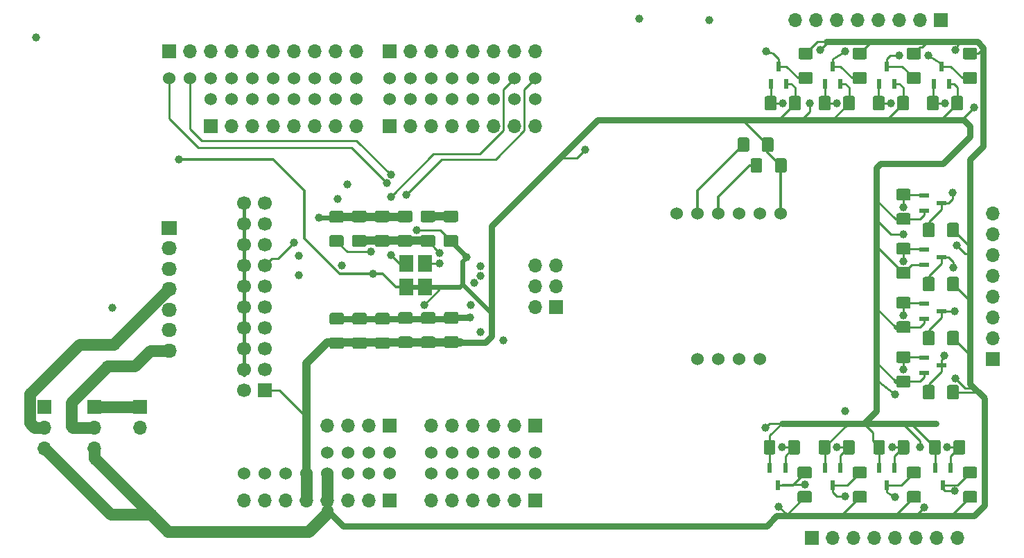
<source format=gbr>
G04 #@! TF.GenerationSoftware,KiCad,Pcbnew,5.0.0-fee4fd1~66~ubuntu18.04.1*
G04 #@! TF.CreationDate,2018-10-02T15:59:07+02:00*
G04 #@! TF.ProjectId,pcb,7063622E6B696361645F706362000000,rev?*
G04 #@! TF.SameCoordinates,Original*
G04 #@! TF.FileFunction,Copper,L4,Bot,Signal*
G04 #@! TF.FilePolarity,Positive*
%FSLAX46Y46*%
G04 Gerber Fmt 4.6, Leading zero omitted, Abs format (unit mm)*
G04 Created by KiCad (PCBNEW 5.0.0-fee4fd1~66~ubuntu18.04.1) date Tue Oct  2 15:59:07 2018*
%MOMM*%
%LPD*%
G01*
G04 APERTURE LIST*
G04 #@! TA.AperFunction,ComponentPad*
%ADD10C,1.524000*%
G04 #@! TD*
G04 #@! TA.AperFunction,ComponentPad*
%ADD11C,1.523000*%
G04 #@! TD*
G04 #@! TA.AperFunction,Conductor*
%ADD12C,0.100000*%
G04 #@! TD*
G04 #@! TA.AperFunction,SMDPad,CuDef*
%ADD13C,1.425000*%
G04 #@! TD*
G04 #@! TA.AperFunction,ComponentPad*
%ADD14O,1.850000X1.700000*%
G04 #@! TD*
G04 #@! TA.AperFunction,ComponentPad*
%ADD15R,1.850000X1.700000*%
G04 #@! TD*
G04 #@! TA.AperFunction,ComponentPad*
%ADD16O,1.700000X1.700000*%
G04 #@! TD*
G04 #@! TA.AperFunction,ComponentPad*
%ADD17R,1.700000X1.700000*%
G04 #@! TD*
G04 #@! TA.AperFunction,ComponentPad*
%ADD18C,1.700000*%
G04 #@! TD*
G04 #@! TA.AperFunction,SMDPad,CuDef*
%ADD19R,0.600000X1.300000*%
G04 #@! TD*
G04 #@! TA.AperFunction,SMDPad,CuDef*
%ADD20R,1.300000X0.600000*%
G04 #@! TD*
G04 #@! TA.AperFunction,SMDPad,CuDef*
%ADD21R,1.800000X2.100000*%
G04 #@! TD*
G04 #@! TA.AperFunction,ViaPad*
%ADD22C,1.000000*%
G04 #@! TD*
G04 #@! TA.AperFunction,Conductor*
%ADD23C,0.800000*%
G04 #@! TD*
G04 #@! TA.AperFunction,Conductor*
%ADD24C,0.400000*%
G04 #@! TD*
G04 #@! TA.AperFunction,Conductor*
%ADD25C,1.400000*%
G04 #@! TD*
G04 #@! TA.AperFunction,Conductor*
%ADD26C,1.000000*%
G04 #@! TD*
G04 #@! TA.AperFunction,Conductor*
%ADD27C,0.600000*%
G04 #@! TD*
G04 #@! TA.AperFunction,Conductor*
%ADD28C,0.250000*%
G04 #@! TD*
G04 #@! TA.AperFunction,Conductor*
%ADD29C,0.350000*%
G04 #@! TD*
G04 APERTURE END LIST*
D10*
G04 #@! TO.P,U2,NC1*
G04 #@! TO.N,Net-(U2-PadNC1)*
X83820000Y-101600000D03*
G04 #@! TO.P,U2,IO_R*
G04 #@! TO.N,Net-(JP8-Pad7)*
X86360000Y-101600000D03*
G04 #@! TO.P,U2,SCL*
G04 #@! TO.N,/PYNQ_SCL*
X74676000Y-53340000D03*
G04 #@! TO.P,U2,SDA*
G04 #@! TO.N,/PYNQ_SDA*
X77216000Y-53340000D03*
G04 #@! TO.P,U2,5V*
G04 #@! TO.N,VCC*
X93980000Y-101600000D03*
D11*
G04 #@! TO.P,U2,A_R*
G04 #@! TO.N,Net-(JP4-Pad3)*
X79756000Y-53340000D03*
D10*
G04 #@! TO.P,U2,G*
G04 #@! TO.N,Net-(JP4-Pad4)*
X82296000Y-53340000D03*
G04 #@! TO.P,U2,13*
G04 #@! TO.N,Net-(JP4-Pad5)*
X84836000Y-53340000D03*
G04 #@! TO.P,U2,12*
G04 #@! TO.N,Net-(JP4-Pad6)*
X87376000Y-53340000D03*
G04 #@! TO.P,U2,11*
G04 #@! TO.N,Net-(JP4-Pad7)*
X89916000Y-53340000D03*
G04 #@! TO.P,U2,10*
G04 #@! TO.N,Net-(JP4-Pad8)*
X92456000Y-53340000D03*
G04 #@! TO.P,U2,9*
G04 #@! TO.N,Net-(JP4-Pad9)*
X94996000Y-53340000D03*
G04 #@! TO.P,U2,8*
G04 #@! TO.N,Net-(JP4-Pad10)*
X97536000Y-53340000D03*
G04 #@! TO.P,U2,7*
G04 #@! TO.N,Net-(JP3-Pad1)*
X101600000Y-53340000D03*
G04 #@! TO.P,U2,6*
G04 #@! TO.N,Net-(JP3-Pad2)*
X104140000Y-53340000D03*
G04 #@! TO.P,U2,5*
G04 #@! TO.N,/PYNQ-DEBUG/LED_2*
X106680000Y-53340000D03*
G04 #@! TO.P,U2,4*
G04 #@! TO.N,/PYNQ-DEBUG/LED_1*
X109220000Y-53340000D03*
G04 #@! TO.P,U2,3*
G04 #@! TO.N,/PYNQ-DEBUG/SW_2*
X111760000Y-53340000D03*
G04 #@! TO.P,U2,2*
G04 #@! TO.N,/PYNQ-DEBUG/SW_1*
X114300000Y-53340000D03*
G04 #@! TO.P,U2,1*
G04 #@! TO.N,/PYNQ_TX*
X116840000Y-53340000D03*
G04 #@! TO.P,U2,0*
G04 #@! TO.N,/PYNQ_RX*
X119380000Y-53340000D03*
G04 #@! TO.P,U2,RST*
G04 #@! TO.N,Net-(JP8-Pad6)*
X88900000Y-101600000D03*
G04 #@! TO.P,U2,3V3*
G04 #@! TO.N,+3V3*
X91440000Y-101600000D03*
G04 #@! TO.P,U2,GND1*
G04 #@! TO.N,GND*
X96520000Y-101600000D03*
G04 #@! TO.P,U2,GND2*
X99060000Y-101600000D03*
G04 #@! TO.P,U2,VIN*
G04 #@! TO.N,Net-(JP8-Pad1)*
X101600000Y-101600000D03*
G04 #@! TO.P,U2,A2*
G04 #@! TO.N,Net-(JP7-Pad4)*
X111760000Y-101600000D03*
G04 #@! TO.P,U2,A1*
G04 #@! TO.N,Net-(JP7-Pad5)*
X109220000Y-101600000D03*
G04 #@! TO.P,U2,A0*
G04 #@! TO.N,Net-(JP7-Pad6)*
X106680000Y-101600000D03*
G04 #@! TO.P,U2,A3*
G04 #@! TO.N,Net-(JP7-Pad3)*
X114300000Y-101600000D03*
G04 #@! TO.P,U2,A4*
G04 #@! TO.N,Net-(JP7-Pad2)*
X116840000Y-101600000D03*
G04 #@! TO.P,U2,A5*
G04 #@! TO.N,Net-(JP7-Pad1)*
X119380000Y-101600000D03*
G04 #@! TO.P,U2,26*
G04 #@! TO.N,Net-(JP1-Pad8)*
X119380000Y-55880000D03*
G04 #@! TO.P,U2,27*
G04 #@! TO.N,Net-(JP1-Pad7)*
X116840000Y-55880000D03*
G04 #@! TO.P,U2,28*
G04 #@! TO.N,Net-(JP1-Pad6)*
X114300000Y-55880000D03*
G04 #@! TO.P,U2,29*
G04 #@! TO.N,Net-(JP1-Pad5)*
X111760000Y-55880000D03*
G04 #@! TO.P,U2,30*
G04 #@! TO.N,Net-(JP1-Pad4)*
X109220000Y-55880000D03*
G04 #@! TO.P,U2,31*
G04 #@! TO.N,Net-(JP1-Pad3)*
X106680000Y-55880000D03*
G04 #@! TO.P,U2,32*
G04 #@! TO.N,Net-(JP1-Pad2)*
X104140000Y-55880000D03*
G04 #@! TO.P,U2,33*
G04 #@! TO.N,Net-(JP1-Pad1)*
X101600000Y-55880000D03*
G04 #@! TO.P,U2,34*
G04 #@! TO.N,Net-(JP2-Pad8)*
X97536000Y-55880000D03*
G04 #@! TO.P,U2,35*
G04 #@! TO.N,Net-(JP2-Pad7)*
X94996000Y-55880000D03*
G04 #@! TO.P,U2,36*
G04 #@! TO.N,Net-(JP2-Pad6)*
X92456000Y-55880000D03*
G04 #@! TO.P,U2,37*
G04 #@! TO.N,Net-(JP2-Pad5)*
X89916000Y-55880000D03*
G04 #@! TO.P,U2,38*
G04 #@! TO.N,Net-(JP2-Pad4)*
X87376000Y-55880000D03*
G04 #@! TO.P,U2,39*
G04 #@! TO.N,Net-(JP2-Pad3)*
X84836000Y-55880000D03*
G04 #@! TO.P,U2,40*
G04 #@! TO.N,Net-(JP2-Pad2)*
X82296000Y-55880000D03*
D11*
G04 #@! TO.P,U2,41*
G04 #@! TO.N,Net-(JP2-Pad1)*
X79756000Y-55880000D03*
D10*
G04 #@! TO.P,U2,A11*
G04 #@! TO.N,Net-(JP5-Pad1)*
X119380000Y-99060000D03*
G04 #@! TO.P,U2,A10*
G04 #@! TO.N,Net-(JP5-Pad2)*
X116840000Y-99060000D03*
G04 #@! TO.P,U2,A9*
G04 #@! TO.N,Net-(JP5-Pad3)*
X114300000Y-99060000D03*
G04 #@! TO.P,U2,A6*
G04 #@! TO.N,Net-(JP5-Pad6)*
X106680000Y-99060000D03*
G04 #@! TO.P,U2,A7*
G04 #@! TO.N,Net-(JP5-Pad5)*
X109220000Y-99060000D03*
G04 #@! TO.P,U2,A8*
G04 #@! TO.N,Net-(JP5-Pad4)*
X111760000Y-99060000D03*
G04 #@! TO.P,U2,XV_R*
G04 #@! TO.N,Net-(JP6-Pad1)*
X101600000Y-99060000D03*
G04 #@! TO.P,U2,XGND*
G04 #@! TO.N,Net-(JP6-Pad2)*
X99060000Y-99060000D03*
G04 #@! TO.P,U2,V_N*
G04 #@! TO.N,Net-(JP6-Pad3)*
X96520000Y-99060000D03*
G04 #@! TO.P,U2,V_P*
G04 #@! TO.N,Net-(JP6-Pad4)*
X93980000Y-99060000D03*
G04 #@! TD*
G04 #@! TO.P,U3,1*
G04 #@! TO.N,/PB10_IMU_RST*
X136652000Y-69850000D03*
G04 #@! TO.P,U3,2*
G04 #@! TO.N,/PB12_IMU_SCL*
X139192000Y-69850000D03*
G04 #@! TO.P,U3,3*
G04 #@! TO.N,/PB11_IMU_SDA*
X141732000Y-69850000D03*
G04 #@! TO.P,U3,4*
G04 #@! TO.N,GND*
X144272000Y-69850000D03*
G04 #@! TO.P,U3,5*
G04 #@! TO.N,Net-(U3-Pad5)*
X146812000Y-69850000D03*
G04 #@! TO.P,U3,6*
G04 #@! TO.N,+3V3*
X149352000Y-69850000D03*
G04 #@! TO.P,U3,7*
G04 #@! TO.N,Net-(U3-Pad7)*
X146812000Y-87630000D03*
G04 #@! TO.P,U3,8*
G04 #@! TO.N,Net-(U3-Pad8)*
X144272000Y-87630000D03*
G04 #@! TO.P,U3,9*
G04 #@! TO.N,/PA9_IMU_INT*
X141732000Y-87630000D03*
G04 #@! TO.P,U3,10*
G04 #@! TO.N,Net-(U3-Pad10)*
X139192000Y-87630000D03*
G04 #@! TD*
D12*
G04 #@! TO.N,/PB11_IMU_SDA*
G04 #@! TO.C,R6*
G36*
X146864004Y-63134204D02*
X146888273Y-63137804D01*
X146912071Y-63143765D01*
X146935171Y-63152030D01*
X146957349Y-63162520D01*
X146978393Y-63175133D01*
X146998098Y-63189747D01*
X147016277Y-63206223D01*
X147032753Y-63224402D01*
X147047367Y-63244107D01*
X147059980Y-63265151D01*
X147070470Y-63287329D01*
X147078735Y-63310429D01*
X147084696Y-63334227D01*
X147088296Y-63358496D01*
X147089500Y-63383000D01*
X147089500Y-64633000D01*
X147088296Y-64657504D01*
X147084696Y-64681773D01*
X147078735Y-64705571D01*
X147070470Y-64728671D01*
X147059980Y-64750849D01*
X147047367Y-64771893D01*
X147032753Y-64791598D01*
X147016277Y-64809777D01*
X146998098Y-64826253D01*
X146978393Y-64840867D01*
X146957349Y-64853480D01*
X146935171Y-64863970D01*
X146912071Y-64872235D01*
X146888273Y-64878196D01*
X146864004Y-64881796D01*
X146839500Y-64883000D01*
X145914500Y-64883000D01*
X145889996Y-64881796D01*
X145865727Y-64878196D01*
X145841929Y-64872235D01*
X145818829Y-64863970D01*
X145796651Y-64853480D01*
X145775607Y-64840867D01*
X145755902Y-64826253D01*
X145737723Y-64809777D01*
X145721247Y-64791598D01*
X145706633Y-64771893D01*
X145694020Y-64750849D01*
X145683530Y-64728671D01*
X145675265Y-64705571D01*
X145669304Y-64681773D01*
X145665704Y-64657504D01*
X145664500Y-64633000D01*
X145664500Y-63383000D01*
X145665704Y-63358496D01*
X145669304Y-63334227D01*
X145675265Y-63310429D01*
X145683530Y-63287329D01*
X145694020Y-63265151D01*
X145706633Y-63244107D01*
X145721247Y-63224402D01*
X145737723Y-63206223D01*
X145755902Y-63189747D01*
X145775607Y-63175133D01*
X145796651Y-63162520D01*
X145818829Y-63152030D01*
X145841929Y-63143765D01*
X145865727Y-63137804D01*
X145889996Y-63134204D01*
X145914500Y-63133000D01*
X146839500Y-63133000D01*
X146864004Y-63134204D01*
X146864004Y-63134204D01*
G37*
D13*
G04 #@! TD*
G04 #@! TO.P,R6,2*
G04 #@! TO.N,/PB11_IMU_SDA*
X146377000Y-64008000D03*
D12*
G04 #@! TO.N,+3V3*
G04 #@! TO.C,R6*
G36*
X149839004Y-63134204D02*
X149863273Y-63137804D01*
X149887071Y-63143765D01*
X149910171Y-63152030D01*
X149932349Y-63162520D01*
X149953393Y-63175133D01*
X149973098Y-63189747D01*
X149991277Y-63206223D01*
X150007753Y-63224402D01*
X150022367Y-63244107D01*
X150034980Y-63265151D01*
X150045470Y-63287329D01*
X150053735Y-63310429D01*
X150059696Y-63334227D01*
X150063296Y-63358496D01*
X150064500Y-63383000D01*
X150064500Y-64633000D01*
X150063296Y-64657504D01*
X150059696Y-64681773D01*
X150053735Y-64705571D01*
X150045470Y-64728671D01*
X150034980Y-64750849D01*
X150022367Y-64771893D01*
X150007753Y-64791598D01*
X149991277Y-64809777D01*
X149973098Y-64826253D01*
X149953393Y-64840867D01*
X149932349Y-64853480D01*
X149910171Y-64863970D01*
X149887071Y-64872235D01*
X149863273Y-64878196D01*
X149839004Y-64881796D01*
X149814500Y-64883000D01*
X148889500Y-64883000D01*
X148864996Y-64881796D01*
X148840727Y-64878196D01*
X148816929Y-64872235D01*
X148793829Y-64863970D01*
X148771651Y-64853480D01*
X148750607Y-64840867D01*
X148730902Y-64826253D01*
X148712723Y-64809777D01*
X148696247Y-64791598D01*
X148681633Y-64771893D01*
X148669020Y-64750849D01*
X148658530Y-64728671D01*
X148650265Y-64705571D01*
X148644304Y-64681773D01*
X148640704Y-64657504D01*
X148639500Y-64633000D01*
X148639500Y-63383000D01*
X148640704Y-63358496D01*
X148644304Y-63334227D01*
X148650265Y-63310429D01*
X148658530Y-63287329D01*
X148669020Y-63265151D01*
X148681633Y-63244107D01*
X148696247Y-63224402D01*
X148712723Y-63206223D01*
X148730902Y-63189747D01*
X148750607Y-63175133D01*
X148771651Y-63162520D01*
X148793829Y-63152030D01*
X148816929Y-63143765D01*
X148840727Y-63137804D01*
X148864996Y-63134204D01*
X148889500Y-63133000D01*
X149814500Y-63133000D01*
X149839004Y-63134204D01*
X149839004Y-63134204D01*
G37*
D13*
G04 #@! TD*
G04 #@! TO.P,R6,1*
G04 #@! TO.N,+3V3*
X149352000Y-64008000D03*
D12*
G04 #@! TO.N,/PB12_IMU_SCL*
G04 #@! TO.C,R7*
G36*
X145267004Y-60594204D02*
X145291273Y-60597804D01*
X145315071Y-60603765D01*
X145338171Y-60612030D01*
X145360349Y-60622520D01*
X145381393Y-60635133D01*
X145401098Y-60649747D01*
X145419277Y-60666223D01*
X145435753Y-60684402D01*
X145450367Y-60704107D01*
X145462980Y-60725151D01*
X145473470Y-60747329D01*
X145481735Y-60770429D01*
X145487696Y-60794227D01*
X145491296Y-60818496D01*
X145492500Y-60843000D01*
X145492500Y-62093000D01*
X145491296Y-62117504D01*
X145487696Y-62141773D01*
X145481735Y-62165571D01*
X145473470Y-62188671D01*
X145462980Y-62210849D01*
X145450367Y-62231893D01*
X145435753Y-62251598D01*
X145419277Y-62269777D01*
X145401098Y-62286253D01*
X145381393Y-62300867D01*
X145360349Y-62313480D01*
X145338171Y-62323970D01*
X145315071Y-62332235D01*
X145291273Y-62338196D01*
X145267004Y-62341796D01*
X145242500Y-62343000D01*
X144317500Y-62343000D01*
X144292996Y-62341796D01*
X144268727Y-62338196D01*
X144244929Y-62332235D01*
X144221829Y-62323970D01*
X144199651Y-62313480D01*
X144178607Y-62300867D01*
X144158902Y-62286253D01*
X144140723Y-62269777D01*
X144124247Y-62251598D01*
X144109633Y-62231893D01*
X144097020Y-62210849D01*
X144086530Y-62188671D01*
X144078265Y-62165571D01*
X144072304Y-62141773D01*
X144068704Y-62117504D01*
X144067500Y-62093000D01*
X144067500Y-60843000D01*
X144068704Y-60818496D01*
X144072304Y-60794227D01*
X144078265Y-60770429D01*
X144086530Y-60747329D01*
X144097020Y-60725151D01*
X144109633Y-60704107D01*
X144124247Y-60684402D01*
X144140723Y-60666223D01*
X144158902Y-60649747D01*
X144178607Y-60635133D01*
X144199651Y-60622520D01*
X144221829Y-60612030D01*
X144244929Y-60603765D01*
X144268727Y-60597804D01*
X144292996Y-60594204D01*
X144317500Y-60593000D01*
X145242500Y-60593000D01*
X145267004Y-60594204D01*
X145267004Y-60594204D01*
G37*
D13*
G04 #@! TD*
G04 #@! TO.P,R7,2*
G04 #@! TO.N,/PB12_IMU_SCL*
X144780000Y-61468000D03*
D12*
G04 #@! TO.N,+3V3*
G04 #@! TO.C,R7*
G36*
X148242004Y-60594204D02*
X148266273Y-60597804D01*
X148290071Y-60603765D01*
X148313171Y-60612030D01*
X148335349Y-60622520D01*
X148356393Y-60635133D01*
X148376098Y-60649747D01*
X148394277Y-60666223D01*
X148410753Y-60684402D01*
X148425367Y-60704107D01*
X148437980Y-60725151D01*
X148448470Y-60747329D01*
X148456735Y-60770429D01*
X148462696Y-60794227D01*
X148466296Y-60818496D01*
X148467500Y-60843000D01*
X148467500Y-62093000D01*
X148466296Y-62117504D01*
X148462696Y-62141773D01*
X148456735Y-62165571D01*
X148448470Y-62188671D01*
X148437980Y-62210849D01*
X148425367Y-62231893D01*
X148410753Y-62251598D01*
X148394277Y-62269777D01*
X148376098Y-62286253D01*
X148356393Y-62300867D01*
X148335349Y-62313480D01*
X148313171Y-62323970D01*
X148290071Y-62332235D01*
X148266273Y-62338196D01*
X148242004Y-62341796D01*
X148217500Y-62343000D01*
X147292500Y-62343000D01*
X147267996Y-62341796D01*
X147243727Y-62338196D01*
X147219929Y-62332235D01*
X147196829Y-62323970D01*
X147174651Y-62313480D01*
X147153607Y-62300867D01*
X147133902Y-62286253D01*
X147115723Y-62269777D01*
X147099247Y-62251598D01*
X147084633Y-62231893D01*
X147072020Y-62210849D01*
X147061530Y-62188671D01*
X147053265Y-62165571D01*
X147047304Y-62141773D01*
X147043704Y-62117504D01*
X147042500Y-62093000D01*
X147042500Y-60843000D01*
X147043704Y-60818496D01*
X147047304Y-60794227D01*
X147053265Y-60770429D01*
X147061530Y-60747329D01*
X147072020Y-60725151D01*
X147084633Y-60704107D01*
X147099247Y-60684402D01*
X147115723Y-60666223D01*
X147133902Y-60649747D01*
X147153607Y-60635133D01*
X147174651Y-60622520D01*
X147196829Y-60612030D01*
X147219929Y-60603765D01*
X147243727Y-60597804D01*
X147267996Y-60594204D01*
X147292500Y-60593000D01*
X148217500Y-60593000D01*
X148242004Y-60594204D01*
X148242004Y-60594204D01*
G37*
D13*
G04 #@! TD*
G04 #@! TO.P,R7,1*
G04 #@! TO.N,+3V3*
X147755000Y-61468000D03*
D14*
G04 #@! TO.P,U4,7*
G04 #@! TO.N,Net-(JP9-Pad2)*
X74676000Y-86628000D03*
G04 #@! TO.P,U4,6*
G04 #@! TO.N,/LIDAR/MOTO_CTRL*
X74676000Y-84128000D03*
G04 #@! TO.P,U4,5*
G04 #@! TO.N,GND*
X74676000Y-81628000D03*
G04 #@! TO.P,U4,4*
G04 #@! TO.N,Net-(C11-Pad1)*
X74676000Y-79128000D03*
G04 #@! TO.P,U4,3*
G04 #@! TO.N,/LIDAR/RX*
X74676000Y-76628000D03*
G04 #@! TO.P,U4,2*
G04 #@! TO.N,/LIDAR/TX*
X74676000Y-74128000D03*
D15*
G04 #@! TO.P,U4,1*
G04 #@! TO.N,GND*
X74676000Y-71628000D03*
G04 #@! TD*
D16*
G04 #@! TO.P,J2,6*
G04 #@! TO.N,/SPI/MISO*
X119380000Y-76200000D03*
G04 #@! TO.P,J2,5*
G04 #@! TO.N,Net-(J2-Pad5)*
X121920000Y-76200000D03*
G04 #@! TO.P,J2,4*
G04 #@! TO.N,/SPI/SCLK*
X119380000Y-78740000D03*
G04 #@! TO.P,J2,3*
G04 #@! TO.N,/SPI/MOSI*
X121920000Y-78740000D03*
G04 #@! TO.P,J2,2*
G04 #@! TO.N,/SPI/SS*
X119380000Y-81280000D03*
D17*
G04 #@! TO.P,J2,1*
G04 #@! TO.N,Net-(J2-Pad1)*
X121920000Y-81280000D03*
G04 #@! TD*
D18*
G04 #@! TO.P,J1,20*
G04 #@! TO.N,GND*
X83820000Y-68580000D03*
G04 #@! TO.P,J1,19*
G04 #@! TO.N,Net-(J1-Pad19)*
X86360000Y-68580000D03*
G04 #@! TO.P,J1,18*
G04 #@! TO.N,GND*
X83820000Y-71120000D03*
G04 #@! TO.P,J1,17*
G04 #@! TO.N,Net-(J1-Pad17)*
X86360000Y-71120000D03*
G04 #@! TO.P,J1,16*
G04 #@! TO.N,GND*
X83820000Y-73660000D03*
G04 #@! TO.P,J1,15*
G04 #@! TO.N,/MCU_RST*
X86360000Y-73660000D03*
G04 #@! TO.P,J1,14*
G04 #@! TO.N,GND*
X83820000Y-76200000D03*
G04 #@! TO.P,J1,13*
G04 #@! TO.N,/JTAG/SWO*
X86360000Y-76200000D03*
G04 #@! TO.P,J1,12*
G04 #@! TO.N,GND*
X83820000Y-78740000D03*
G04 #@! TO.P,J1,11*
G04 #@! TO.N,Net-(J1-Pad11)*
X86360000Y-78740000D03*
G04 #@! TO.P,J1,10*
G04 #@! TO.N,GND*
X83820000Y-81280000D03*
G04 #@! TO.P,J1,9*
G04 #@! TO.N,/JTAG/SWCLK*
X86360000Y-81280000D03*
G04 #@! TO.P,J1,8*
G04 #@! TO.N,GND*
X83820000Y-83820000D03*
G04 #@! TO.P,J1,7*
G04 #@! TO.N,/JTAG/SWDIO*
X86360000Y-83820000D03*
G04 #@! TO.P,J1,6*
G04 #@! TO.N,GND*
X83820000Y-86360000D03*
G04 #@! TO.P,J1,5*
G04 #@! TO.N,Net-(J1-Pad5)*
X86360000Y-86360000D03*
G04 #@! TO.P,J1,4*
G04 #@! TO.N,GND*
X83820000Y-88900000D03*
G04 #@! TO.P,J1,3*
G04 #@! TO.N,Net-(J1-Pad3)*
X86360000Y-88900000D03*
G04 #@! TO.P,J1,2*
G04 #@! TO.N,Net-(J1-Pad2)*
X83820000Y-91440000D03*
D17*
G04 #@! TO.P,J1,1*
G04 #@! TO.N,+3V3*
X86360000Y-91440000D03*
G04 #@! TD*
D16*
G04 #@! TO.P,JP2,8*
G04 #@! TO.N,Net-(JP2-Pad8)*
X97536000Y-59182000D03*
G04 #@! TO.P,JP2,7*
G04 #@! TO.N,Net-(JP2-Pad7)*
X94996000Y-59182000D03*
G04 #@! TO.P,JP2,6*
G04 #@! TO.N,Net-(JP2-Pad6)*
X92456000Y-59182000D03*
G04 #@! TO.P,JP2,5*
G04 #@! TO.N,Net-(JP2-Pad5)*
X89916000Y-59182000D03*
G04 #@! TO.P,JP2,4*
G04 #@! TO.N,Net-(JP2-Pad4)*
X87376000Y-59182000D03*
G04 #@! TO.P,JP2,3*
G04 #@! TO.N,Net-(JP2-Pad3)*
X84836000Y-59182000D03*
G04 #@! TO.P,JP2,2*
G04 #@! TO.N,Net-(JP2-Pad2)*
X82296000Y-59182000D03*
D17*
G04 #@! TO.P,JP2,1*
G04 #@! TO.N,Net-(JP2-Pad1)*
X79756000Y-59182000D03*
G04 #@! TD*
D16*
G04 #@! TO.P,JP3,8*
G04 #@! TO.N,/PYNQ_RX*
X119380000Y-50038000D03*
G04 #@! TO.P,JP3,7*
G04 #@! TO.N,/PYNQ_TX*
X116840000Y-50038000D03*
G04 #@! TO.P,JP3,6*
G04 #@! TO.N,/PYNQ-DEBUG/SW_1*
X114300000Y-50038000D03*
G04 #@! TO.P,JP3,5*
G04 #@! TO.N,/PYNQ-DEBUG/SW_2*
X111760000Y-50038000D03*
G04 #@! TO.P,JP3,4*
G04 #@! TO.N,/PYNQ-DEBUG/LED_1*
X109220000Y-50038000D03*
G04 #@! TO.P,JP3,3*
G04 #@! TO.N,/PYNQ-DEBUG/LED_2*
X106680000Y-50038000D03*
G04 #@! TO.P,JP3,2*
G04 #@! TO.N,Net-(JP3-Pad2)*
X104140000Y-50038000D03*
D17*
G04 #@! TO.P,JP3,1*
G04 #@! TO.N,Net-(JP3-Pad1)*
X101600000Y-50038000D03*
G04 #@! TD*
D19*
G04 #@! TO.P,Q1,1*
G04 #@! TO.N,+3V3*
X169918903Y-53996300D03*
G04 #@! TO.P,Q1,2*
G04 #@! TO.N,/PD6_A1*
X168018903Y-53996300D03*
G04 #@! TO.P,Q1,3*
G04 #@! TO.N,Net-(Q1-Pad3)*
X168968903Y-51896300D03*
G04 #@! TD*
D20*
G04 #@! TO.P,Q2,1*
G04 #@! TO.N,+3V3*
X166844000Y-89342000D03*
G04 #@! TO.P,Q2,2*
G04 #@! TO.N,/PA7_C1*
X166844000Y-87442000D03*
G04 #@! TO.P,Q2,3*
G04 #@! TO.N,Net-(Q2-Pad3)*
X168944000Y-88392000D03*
G04 #@! TD*
D19*
G04 #@! TO.P,Q3,1*
G04 #@! TO.N,+3V3*
X163256000Y-53996300D03*
G04 #@! TO.P,Q3,2*
G04 #@! TO.N,/PD7_A2*
X161356000Y-53996300D03*
G04 #@! TO.P,Q3,3*
G04 #@! TO.N,Net-(Q3-Pad3)*
X162306000Y-51896300D03*
G04 #@! TD*
D20*
G04 #@! TO.P,Q4,1*
G04 #@! TO.N,+3V3*
X166844000Y-82738000D03*
G04 #@! TO.P,Q4,2*
G04 #@! TO.N,/PA8_C2*
X166844000Y-80838000D03*
G04 #@! TO.P,Q4,3*
G04 #@! TO.N,Net-(Q4-Pad3)*
X168944000Y-81788000D03*
G04 #@! TD*
D21*
G04 #@! TO.P,Y1,4*
G04 #@! TO.N,+3V3*
X105918000Y-78846000D03*
G04 #@! TO.P,Y1,3*
G04 #@! TO.N,/CLOCK/HFXTAL_N*
X105918000Y-75946000D03*
G04 #@! TO.P,Y1,2*
G04 #@! TO.N,GND*
X103618000Y-75946000D03*
G04 #@! TO.P,Y1,1*
G04 #@! TO.N,+3V3*
X103618000Y-78846000D03*
G04 #@! TD*
D16*
G04 #@! TO.P,BT1,2*
G04 #@! TO.N,GND*
X71120000Y-96012000D03*
D17*
G04 #@! TO.P,BT1,1*
G04 #@! TO.N,Net-(BT1-Pad1)*
X71120000Y-93472000D03*
G04 #@! TD*
D12*
G04 #@! TO.N,/AVDD_DEC*
G04 #@! TO.C,R5*
G36*
X106916860Y-72487641D02*
X106941129Y-72491241D01*
X106964927Y-72497202D01*
X106988027Y-72505467D01*
X107010205Y-72515957D01*
X107031249Y-72528570D01*
X107050954Y-72543184D01*
X107069133Y-72559660D01*
X107085609Y-72577839D01*
X107100223Y-72597544D01*
X107112836Y-72618588D01*
X107123326Y-72640766D01*
X107131591Y-72663866D01*
X107137552Y-72687664D01*
X107141152Y-72711933D01*
X107142356Y-72736437D01*
X107142356Y-73661437D01*
X107141152Y-73685941D01*
X107137552Y-73710210D01*
X107131591Y-73734008D01*
X107123326Y-73757108D01*
X107112836Y-73779286D01*
X107100223Y-73800330D01*
X107085609Y-73820035D01*
X107069133Y-73838214D01*
X107050954Y-73854690D01*
X107031249Y-73869304D01*
X107010205Y-73881917D01*
X106988027Y-73892407D01*
X106964927Y-73900672D01*
X106941129Y-73906633D01*
X106916860Y-73910233D01*
X106892356Y-73911437D01*
X105642356Y-73911437D01*
X105617852Y-73910233D01*
X105593583Y-73906633D01*
X105569785Y-73900672D01*
X105546685Y-73892407D01*
X105524507Y-73881917D01*
X105503463Y-73869304D01*
X105483758Y-73854690D01*
X105465579Y-73838214D01*
X105449103Y-73820035D01*
X105434489Y-73800330D01*
X105421876Y-73779286D01*
X105411386Y-73757108D01*
X105403121Y-73734008D01*
X105397160Y-73710210D01*
X105393560Y-73685941D01*
X105392356Y-73661437D01*
X105392356Y-72736437D01*
X105393560Y-72711933D01*
X105397160Y-72687664D01*
X105403121Y-72663866D01*
X105411386Y-72640766D01*
X105421876Y-72618588D01*
X105434489Y-72597544D01*
X105449103Y-72577839D01*
X105465579Y-72559660D01*
X105483758Y-72543184D01*
X105503463Y-72528570D01*
X105524507Y-72515957D01*
X105546685Y-72505467D01*
X105569785Y-72497202D01*
X105593583Y-72491241D01*
X105617852Y-72487641D01*
X105642356Y-72486437D01*
X106892356Y-72486437D01*
X106916860Y-72487641D01*
X106916860Y-72487641D01*
G37*
D13*
G04 #@! TD*
G04 #@! TO.P,R5,2*
G04 #@! TO.N,/AVDD_DEC*
X106267356Y-73198937D03*
D12*
G04 #@! TO.N,Net-(L1-Pad2)*
G04 #@! TO.C,R5*
G36*
X106916860Y-69512641D02*
X106941129Y-69516241D01*
X106964927Y-69522202D01*
X106988027Y-69530467D01*
X107010205Y-69540957D01*
X107031249Y-69553570D01*
X107050954Y-69568184D01*
X107069133Y-69584660D01*
X107085609Y-69602839D01*
X107100223Y-69622544D01*
X107112836Y-69643588D01*
X107123326Y-69665766D01*
X107131591Y-69688866D01*
X107137552Y-69712664D01*
X107141152Y-69736933D01*
X107142356Y-69761437D01*
X107142356Y-70686437D01*
X107141152Y-70710941D01*
X107137552Y-70735210D01*
X107131591Y-70759008D01*
X107123326Y-70782108D01*
X107112836Y-70804286D01*
X107100223Y-70825330D01*
X107085609Y-70845035D01*
X107069133Y-70863214D01*
X107050954Y-70879690D01*
X107031249Y-70894304D01*
X107010205Y-70906917D01*
X106988027Y-70917407D01*
X106964927Y-70925672D01*
X106941129Y-70931633D01*
X106916860Y-70935233D01*
X106892356Y-70936437D01*
X105642356Y-70936437D01*
X105617852Y-70935233D01*
X105593583Y-70931633D01*
X105569785Y-70925672D01*
X105546685Y-70917407D01*
X105524507Y-70906917D01*
X105503463Y-70894304D01*
X105483758Y-70879690D01*
X105465579Y-70863214D01*
X105449103Y-70845035D01*
X105434489Y-70825330D01*
X105421876Y-70804286D01*
X105411386Y-70782108D01*
X105403121Y-70759008D01*
X105397160Y-70735210D01*
X105393560Y-70710941D01*
X105392356Y-70686437D01*
X105392356Y-69761437D01*
X105393560Y-69736933D01*
X105397160Y-69712664D01*
X105403121Y-69688866D01*
X105411386Y-69665766D01*
X105421876Y-69643588D01*
X105434489Y-69622544D01*
X105449103Y-69602839D01*
X105465579Y-69584660D01*
X105483758Y-69568184D01*
X105503463Y-69553570D01*
X105524507Y-69540957D01*
X105546685Y-69530467D01*
X105569785Y-69522202D01*
X105593583Y-69516241D01*
X105617852Y-69512641D01*
X105642356Y-69511437D01*
X106892356Y-69511437D01*
X106916860Y-69512641D01*
X106916860Y-69512641D01*
G37*
D13*
G04 #@! TD*
G04 #@! TO.P,R5,1*
G04 #@! TO.N,Net-(L1-Pad2)*
X106267356Y-70223937D03*
D12*
G04 #@! TO.N,/PD6_A1*
G04 #@! TO.C,R8*
G36*
X168417504Y-55514204D02*
X168441773Y-55517804D01*
X168465571Y-55523765D01*
X168488671Y-55532030D01*
X168510849Y-55542520D01*
X168531893Y-55555133D01*
X168551598Y-55569747D01*
X168569777Y-55586223D01*
X168586253Y-55604402D01*
X168600867Y-55624107D01*
X168613480Y-55645151D01*
X168623970Y-55667329D01*
X168632235Y-55690429D01*
X168638196Y-55714227D01*
X168641796Y-55738496D01*
X168643000Y-55763000D01*
X168643000Y-57013000D01*
X168641796Y-57037504D01*
X168638196Y-57061773D01*
X168632235Y-57085571D01*
X168623970Y-57108671D01*
X168613480Y-57130849D01*
X168600867Y-57151893D01*
X168586253Y-57171598D01*
X168569777Y-57189777D01*
X168551598Y-57206253D01*
X168531893Y-57220867D01*
X168510849Y-57233480D01*
X168488671Y-57243970D01*
X168465571Y-57252235D01*
X168441773Y-57258196D01*
X168417504Y-57261796D01*
X168393000Y-57263000D01*
X167468000Y-57263000D01*
X167443496Y-57261796D01*
X167419227Y-57258196D01*
X167395429Y-57252235D01*
X167372329Y-57243970D01*
X167350151Y-57233480D01*
X167329107Y-57220867D01*
X167309402Y-57206253D01*
X167291223Y-57189777D01*
X167274747Y-57171598D01*
X167260133Y-57151893D01*
X167247520Y-57130849D01*
X167237030Y-57108671D01*
X167228765Y-57085571D01*
X167222804Y-57061773D01*
X167219204Y-57037504D01*
X167218000Y-57013000D01*
X167218000Y-55763000D01*
X167219204Y-55738496D01*
X167222804Y-55714227D01*
X167228765Y-55690429D01*
X167237030Y-55667329D01*
X167247520Y-55645151D01*
X167260133Y-55624107D01*
X167274747Y-55604402D01*
X167291223Y-55586223D01*
X167309402Y-55569747D01*
X167329107Y-55555133D01*
X167350151Y-55542520D01*
X167372329Y-55532030D01*
X167395429Y-55523765D01*
X167419227Y-55517804D01*
X167443496Y-55514204D01*
X167468000Y-55513000D01*
X168393000Y-55513000D01*
X168417504Y-55514204D01*
X168417504Y-55514204D01*
G37*
D13*
G04 #@! TD*
G04 #@! TO.P,R8,2*
G04 #@! TO.N,/PD6_A1*
X167930500Y-56388000D03*
D12*
G04 #@! TO.N,+3V3*
G04 #@! TO.C,R8*
G36*
X171392504Y-55514204D02*
X171416773Y-55517804D01*
X171440571Y-55523765D01*
X171463671Y-55532030D01*
X171485849Y-55542520D01*
X171506893Y-55555133D01*
X171526598Y-55569747D01*
X171544777Y-55586223D01*
X171561253Y-55604402D01*
X171575867Y-55624107D01*
X171588480Y-55645151D01*
X171598970Y-55667329D01*
X171607235Y-55690429D01*
X171613196Y-55714227D01*
X171616796Y-55738496D01*
X171618000Y-55763000D01*
X171618000Y-57013000D01*
X171616796Y-57037504D01*
X171613196Y-57061773D01*
X171607235Y-57085571D01*
X171598970Y-57108671D01*
X171588480Y-57130849D01*
X171575867Y-57151893D01*
X171561253Y-57171598D01*
X171544777Y-57189777D01*
X171526598Y-57206253D01*
X171506893Y-57220867D01*
X171485849Y-57233480D01*
X171463671Y-57243970D01*
X171440571Y-57252235D01*
X171416773Y-57258196D01*
X171392504Y-57261796D01*
X171368000Y-57263000D01*
X170443000Y-57263000D01*
X170418496Y-57261796D01*
X170394227Y-57258196D01*
X170370429Y-57252235D01*
X170347329Y-57243970D01*
X170325151Y-57233480D01*
X170304107Y-57220867D01*
X170284402Y-57206253D01*
X170266223Y-57189777D01*
X170249747Y-57171598D01*
X170235133Y-57151893D01*
X170222520Y-57130849D01*
X170212030Y-57108671D01*
X170203765Y-57085571D01*
X170197804Y-57061773D01*
X170194204Y-57037504D01*
X170193000Y-57013000D01*
X170193000Y-55763000D01*
X170194204Y-55738496D01*
X170197804Y-55714227D01*
X170203765Y-55690429D01*
X170212030Y-55667329D01*
X170222520Y-55645151D01*
X170235133Y-55624107D01*
X170249747Y-55604402D01*
X170266223Y-55586223D01*
X170284402Y-55569747D01*
X170304107Y-55555133D01*
X170325151Y-55542520D01*
X170347329Y-55532030D01*
X170370429Y-55523765D01*
X170394227Y-55517804D01*
X170418496Y-55514204D01*
X170443000Y-55513000D01*
X171368000Y-55513000D01*
X171392504Y-55514204D01*
X171392504Y-55514204D01*
G37*
D13*
G04 #@! TD*
G04 #@! TO.P,R8,1*
G04 #@! TO.N,+3V3*
X170905500Y-56388000D03*
D12*
G04 #@! TO.N,Net-(Q1-Pad3)*
G04 #@! TO.C,R9*
G36*
X173115504Y-52592204D02*
X173139773Y-52595804D01*
X173163571Y-52601765D01*
X173186671Y-52610030D01*
X173208849Y-52620520D01*
X173229893Y-52633133D01*
X173249598Y-52647747D01*
X173267777Y-52664223D01*
X173284253Y-52682402D01*
X173298867Y-52702107D01*
X173311480Y-52723151D01*
X173321970Y-52745329D01*
X173330235Y-52768429D01*
X173336196Y-52792227D01*
X173339796Y-52816496D01*
X173341000Y-52841000D01*
X173341000Y-53766000D01*
X173339796Y-53790504D01*
X173336196Y-53814773D01*
X173330235Y-53838571D01*
X173321970Y-53861671D01*
X173311480Y-53883849D01*
X173298867Y-53904893D01*
X173284253Y-53924598D01*
X173267777Y-53942777D01*
X173249598Y-53959253D01*
X173229893Y-53973867D01*
X173208849Y-53986480D01*
X173186671Y-53996970D01*
X173163571Y-54005235D01*
X173139773Y-54011196D01*
X173115504Y-54014796D01*
X173091000Y-54016000D01*
X171841000Y-54016000D01*
X171816496Y-54014796D01*
X171792227Y-54011196D01*
X171768429Y-54005235D01*
X171745329Y-53996970D01*
X171723151Y-53986480D01*
X171702107Y-53973867D01*
X171682402Y-53959253D01*
X171664223Y-53942777D01*
X171647747Y-53924598D01*
X171633133Y-53904893D01*
X171620520Y-53883849D01*
X171610030Y-53861671D01*
X171601765Y-53838571D01*
X171595804Y-53814773D01*
X171592204Y-53790504D01*
X171591000Y-53766000D01*
X171591000Y-52841000D01*
X171592204Y-52816496D01*
X171595804Y-52792227D01*
X171601765Y-52768429D01*
X171610030Y-52745329D01*
X171620520Y-52723151D01*
X171633133Y-52702107D01*
X171647747Y-52682402D01*
X171664223Y-52664223D01*
X171682402Y-52647747D01*
X171702107Y-52633133D01*
X171723151Y-52620520D01*
X171745329Y-52610030D01*
X171768429Y-52601765D01*
X171792227Y-52595804D01*
X171816496Y-52592204D01*
X171841000Y-52591000D01*
X173091000Y-52591000D01*
X173115504Y-52592204D01*
X173115504Y-52592204D01*
G37*
D13*
G04 #@! TD*
G04 #@! TO.P,R9,2*
G04 #@! TO.N,Net-(Q1-Pad3)*
X172466000Y-53303500D03*
D12*
G04 #@! TO.N,VCC*
G04 #@! TO.C,R9*
G36*
X173115504Y-49617204D02*
X173139773Y-49620804D01*
X173163571Y-49626765D01*
X173186671Y-49635030D01*
X173208849Y-49645520D01*
X173229893Y-49658133D01*
X173249598Y-49672747D01*
X173267777Y-49689223D01*
X173284253Y-49707402D01*
X173298867Y-49727107D01*
X173311480Y-49748151D01*
X173321970Y-49770329D01*
X173330235Y-49793429D01*
X173336196Y-49817227D01*
X173339796Y-49841496D01*
X173341000Y-49866000D01*
X173341000Y-50791000D01*
X173339796Y-50815504D01*
X173336196Y-50839773D01*
X173330235Y-50863571D01*
X173321970Y-50886671D01*
X173311480Y-50908849D01*
X173298867Y-50929893D01*
X173284253Y-50949598D01*
X173267777Y-50967777D01*
X173249598Y-50984253D01*
X173229893Y-50998867D01*
X173208849Y-51011480D01*
X173186671Y-51021970D01*
X173163571Y-51030235D01*
X173139773Y-51036196D01*
X173115504Y-51039796D01*
X173091000Y-51041000D01*
X171841000Y-51041000D01*
X171816496Y-51039796D01*
X171792227Y-51036196D01*
X171768429Y-51030235D01*
X171745329Y-51021970D01*
X171723151Y-51011480D01*
X171702107Y-50998867D01*
X171682402Y-50984253D01*
X171664223Y-50967777D01*
X171647747Y-50949598D01*
X171633133Y-50929893D01*
X171620520Y-50908849D01*
X171610030Y-50886671D01*
X171601765Y-50863571D01*
X171595804Y-50839773D01*
X171592204Y-50815504D01*
X171591000Y-50791000D01*
X171591000Y-49866000D01*
X171592204Y-49841496D01*
X171595804Y-49817227D01*
X171601765Y-49793429D01*
X171610030Y-49770329D01*
X171620520Y-49748151D01*
X171633133Y-49727107D01*
X171647747Y-49707402D01*
X171664223Y-49689223D01*
X171682402Y-49672747D01*
X171702107Y-49658133D01*
X171723151Y-49645520D01*
X171745329Y-49635030D01*
X171768429Y-49626765D01*
X171792227Y-49620804D01*
X171816496Y-49617204D01*
X171841000Y-49616000D01*
X173091000Y-49616000D01*
X173115504Y-49617204D01*
X173115504Y-49617204D01*
G37*
D13*
G04 #@! TD*
G04 #@! TO.P,R9,1*
G04 #@! TO.N,VCC*
X172466000Y-50328500D03*
D12*
G04 #@! TO.N,/PA7_C1*
G04 #@! TO.C,R10*
G36*
X164987504Y-86701204D02*
X165011773Y-86704804D01*
X165035571Y-86710765D01*
X165058671Y-86719030D01*
X165080849Y-86729520D01*
X165101893Y-86742133D01*
X165121598Y-86756747D01*
X165139777Y-86773223D01*
X165156253Y-86791402D01*
X165170867Y-86811107D01*
X165183480Y-86832151D01*
X165193970Y-86854329D01*
X165202235Y-86877429D01*
X165208196Y-86901227D01*
X165211796Y-86925496D01*
X165213000Y-86950000D01*
X165213000Y-87875000D01*
X165211796Y-87899504D01*
X165208196Y-87923773D01*
X165202235Y-87947571D01*
X165193970Y-87970671D01*
X165183480Y-87992849D01*
X165170867Y-88013893D01*
X165156253Y-88033598D01*
X165139777Y-88051777D01*
X165121598Y-88068253D01*
X165101893Y-88082867D01*
X165080849Y-88095480D01*
X165058671Y-88105970D01*
X165035571Y-88114235D01*
X165011773Y-88120196D01*
X164987504Y-88123796D01*
X164963000Y-88125000D01*
X163713000Y-88125000D01*
X163688496Y-88123796D01*
X163664227Y-88120196D01*
X163640429Y-88114235D01*
X163617329Y-88105970D01*
X163595151Y-88095480D01*
X163574107Y-88082867D01*
X163554402Y-88068253D01*
X163536223Y-88051777D01*
X163519747Y-88033598D01*
X163505133Y-88013893D01*
X163492520Y-87992849D01*
X163482030Y-87970671D01*
X163473765Y-87947571D01*
X163467804Y-87923773D01*
X163464204Y-87899504D01*
X163463000Y-87875000D01*
X163463000Y-86950000D01*
X163464204Y-86925496D01*
X163467804Y-86901227D01*
X163473765Y-86877429D01*
X163482030Y-86854329D01*
X163492520Y-86832151D01*
X163505133Y-86811107D01*
X163519747Y-86791402D01*
X163536223Y-86773223D01*
X163554402Y-86756747D01*
X163574107Y-86742133D01*
X163595151Y-86729520D01*
X163617329Y-86719030D01*
X163640429Y-86710765D01*
X163664227Y-86704804D01*
X163688496Y-86701204D01*
X163713000Y-86700000D01*
X164963000Y-86700000D01*
X164987504Y-86701204D01*
X164987504Y-86701204D01*
G37*
D13*
G04 #@! TD*
G04 #@! TO.P,R10,2*
G04 #@! TO.N,/PA7_C1*
X164338000Y-87412500D03*
D12*
G04 #@! TO.N,+3V3*
G04 #@! TO.C,R10*
G36*
X164987504Y-89676204D02*
X165011773Y-89679804D01*
X165035571Y-89685765D01*
X165058671Y-89694030D01*
X165080849Y-89704520D01*
X165101893Y-89717133D01*
X165121598Y-89731747D01*
X165139777Y-89748223D01*
X165156253Y-89766402D01*
X165170867Y-89786107D01*
X165183480Y-89807151D01*
X165193970Y-89829329D01*
X165202235Y-89852429D01*
X165208196Y-89876227D01*
X165211796Y-89900496D01*
X165213000Y-89925000D01*
X165213000Y-90850000D01*
X165211796Y-90874504D01*
X165208196Y-90898773D01*
X165202235Y-90922571D01*
X165193970Y-90945671D01*
X165183480Y-90967849D01*
X165170867Y-90988893D01*
X165156253Y-91008598D01*
X165139777Y-91026777D01*
X165121598Y-91043253D01*
X165101893Y-91057867D01*
X165080849Y-91070480D01*
X165058671Y-91080970D01*
X165035571Y-91089235D01*
X165011773Y-91095196D01*
X164987504Y-91098796D01*
X164963000Y-91100000D01*
X163713000Y-91100000D01*
X163688496Y-91098796D01*
X163664227Y-91095196D01*
X163640429Y-91089235D01*
X163617329Y-91080970D01*
X163595151Y-91070480D01*
X163574107Y-91057867D01*
X163554402Y-91043253D01*
X163536223Y-91026777D01*
X163519747Y-91008598D01*
X163505133Y-90988893D01*
X163492520Y-90967849D01*
X163482030Y-90945671D01*
X163473765Y-90922571D01*
X163467804Y-90898773D01*
X163464204Y-90874504D01*
X163463000Y-90850000D01*
X163463000Y-89925000D01*
X163464204Y-89900496D01*
X163467804Y-89876227D01*
X163473765Y-89852429D01*
X163482030Y-89829329D01*
X163492520Y-89807151D01*
X163505133Y-89786107D01*
X163519747Y-89766402D01*
X163536223Y-89748223D01*
X163554402Y-89731747D01*
X163574107Y-89717133D01*
X163595151Y-89704520D01*
X163617329Y-89694030D01*
X163640429Y-89685765D01*
X163664227Y-89679804D01*
X163688496Y-89676204D01*
X163713000Y-89675000D01*
X164963000Y-89675000D01*
X164987504Y-89676204D01*
X164987504Y-89676204D01*
G37*
D13*
G04 #@! TD*
G04 #@! TO.P,R10,1*
G04 #@! TO.N,+3V3*
X164338000Y-90387500D03*
D12*
G04 #@! TO.N,Net-(Q2-Pad3)*
G04 #@! TO.C,R11*
G36*
X167909504Y-90820204D02*
X167933773Y-90823804D01*
X167957571Y-90829765D01*
X167980671Y-90838030D01*
X168002849Y-90848520D01*
X168023893Y-90861133D01*
X168043598Y-90875747D01*
X168061777Y-90892223D01*
X168078253Y-90910402D01*
X168092867Y-90930107D01*
X168105480Y-90951151D01*
X168115970Y-90973329D01*
X168124235Y-90996429D01*
X168130196Y-91020227D01*
X168133796Y-91044496D01*
X168135000Y-91069000D01*
X168135000Y-92319000D01*
X168133796Y-92343504D01*
X168130196Y-92367773D01*
X168124235Y-92391571D01*
X168115970Y-92414671D01*
X168105480Y-92436849D01*
X168092867Y-92457893D01*
X168078253Y-92477598D01*
X168061777Y-92495777D01*
X168043598Y-92512253D01*
X168023893Y-92526867D01*
X168002849Y-92539480D01*
X167980671Y-92549970D01*
X167957571Y-92558235D01*
X167933773Y-92564196D01*
X167909504Y-92567796D01*
X167885000Y-92569000D01*
X166960000Y-92569000D01*
X166935496Y-92567796D01*
X166911227Y-92564196D01*
X166887429Y-92558235D01*
X166864329Y-92549970D01*
X166842151Y-92539480D01*
X166821107Y-92526867D01*
X166801402Y-92512253D01*
X166783223Y-92495777D01*
X166766747Y-92477598D01*
X166752133Y-92457893D01*
X166739520Y-92436849D01*
X166729030Y-92414671D01*
X166720765Y-92391571D01*
X166714804Y-92367773D01*
X166711204Y-92343504D01*
X166710000Y-92319000D01*
X166710000Y-91069000D01*
X166711204Y-91044496D01*
X166714804Y-91020227D01*
X166720765Y-90996429D01*
X166729030Y-90973329D01*
X166739520Y-90951151D01*
X166752133Y-90930107D01*
X166766747Y-90910402D01*
X166783223Y-90892223D01*
X166801402Y-90875747D01*
X166821107Y-90861133D01*
X166842151Y-90848520D01*
X166864329Y-90838030D01*
X166887429Y-90829765D01*
X166911227Y-90823804D01*
X166935496Y-90820204D01*
X166960000Y-90819000D01*
X167885000Y-90819000D01*
X167909504Y-90820204D01*
X167909504Y-90820204D01*
G37*
D13*
G04 #@! TD*
G04 #@! TO.P,R11,2*
G04 #@! TO.N,Net-(Q2-Pad3)*
X167422500Y-91694000D03*
D12*
G04 #@! TO.N,VCC*
G04 #@! TO.C,R11*
G36*
X170884504Y-90820204D02*
X170908773Y-90823804D01*
X170932571Y-90829765D01*
X170955671Y-90838030D01*
X170977849Y-90848520D01*
X170998893Y-90861133D01*
X171018598Y-90875747D01*
X171036777Y-90892223D01*
X171053253Y-90910402D01*
X171067867Y-90930107D01*
X171080480Y-90951151D01*
X171090970Y-90973329D01*
X171099235Y-90996429D01*
X171105196Y-91020227D01*
X171108796Y-91044496D01*
X171110000Y-91069000D01*
X171110000Y-92319000D01*
X171108796Y-92343504D01*
X171105196Y-92367773D01*
X171099235Y-92391571D01*
X171090970Y-92414671D01*
X171080480Y-92436849D01*
X171067867Y-92457893D01*
X171053253Y-92477598D01*
X171036777Y-92495777D01*
X171018598Y-92512253D01*
X170998893Y-92526867D01*
X170977849Y-92539480D01*
X170955671Y-92549970D01*
X170932571Y-92558235D01*
X170908773Y-92564196D01*
X170884504Y-92567796D01*
X170860000Y-92569000D01*
X169935000Y-92569000D01*
X169910496Y-92567796D01*
X169886227Y-92564196D01*
X169862429Y-92558235D01*
X169839329Y-92549970D01*
X169817151Y-92539480D01*
X169796107Y-92526867D01*
X169776402Y-92512253D01*
X169758223Y-92495777D01*
X169741747Y-92477598D01*
X169727133Y-92457893D01*
X169714520Y-92436849D01*
X169704030Y-92414671D01*
X169695765Y-92391571D01*
X169689804Y-92367773D01*
X169686204Y-92343504D01*
X169685000Y-92319000D01*
X169685000Y-91069000D01*
X169686204Y-91044496D01*
X169689804Y-91020227D01*
X169695765Y-90996429D01*
X169704030Y-90973329D01*
X169714520Y-90951151D01*
X169727133Y-90930107D01*
X169741747Y-90910402D01*
X169758223Y-90892223D01*
X169776402Y-90875747D01*
X169796107Y-90861133D01*
X169817151Y-90848520D01*
X169839329Y-90838030D01*
X169862429Y-90829765D01*
X169886227Y-90823804D01*
X169910496Y-90820204D01*
X169935000Y-90819000D01*
X170860000Y-90819000D01*
X170884504Y-90820204D01*
X170884504Y-90820204D01*
G37*
D13*
G04 #@! TD*
G04 #@! TO.P,R11,1*
G04 #@! TO.N,VCC*
X170397500Y-91694000D03*
D12*
G04 #@! TO.N,/PD7_A2*
G04 #@! TO.C,R12*
G36*
X161805944Y-55514204D02*
X161830213Y-55517804D01*
X161854011Y-55523765D01*
X161877111Y-55532030D01*
X161899289Y-55542520D01*
X161920333Y-55555133D01*
X161940038Y-55569747D01*
X161958217Y-55586223D01*
X161974693Y-55604402D01*
X161989307Y-55624107D01*
X162001920Y-55645151D01*
X162012410Y-55667329D01*
X162020675Y-55690429D01*
X162026636Y-55714227D01*
X162030236Y-55738496D01*
X162031440Y-55763000D01*
X162031440Y-57013000D01*
X162030236Y-57037504D01*
X162026636Y-57061773D01*
X162020675Y-57085571D01*
X162012410Y-57108671D01*
X162001920Y-57130849D01*
X161989307Y-57151893D01*
X161974693Y-57171598D01*
X161958217Y-57189777D01*
X161940038Y-57206253D01*
X161920333Y-57220867D01*
X161899289Y-57233480D01*
X161877111Y-57243970D01*
X161854011Y-57252235D01*
X161830213Y-57258196D01*
X161805944Y-57261796D01*
X161781440Y-57263000D01*
X160856440Y-57263000D01*
X160831936Y-57261796D01*
X160807667Y-57258196D01*
X160783869Y-57252235D01*
X160760769Y-57243970D01*
X160738591Y-57233480D01*
X160717547Y-57220867D01*
X160697842Y-57206253D01*
X160679663Y-57189777D01*
X160663187Y-57171598D01*
X160648573Y-57151893D01*
X160635960Y-57130849D01*
X160625470Y-57108671D01*
X160617205Y-57085571D01*
X160611244Y-57061773D01*
X160607644Y-57037504D01*
X160606440Y-57013000D01*
X160606440Y-55763000D01*
X160607644Y-55738496D01*
X160611244Y-55714227D01*
X160617205Y-55690429D01*
X160625470Y-55667329D01*
X160635960Y-55645151D01*
X160648573Y-55624107D01*
X160663187Y-55604402D01*
X160679663Y-55586223D01*
X160697842Y-55569747D01*
X160717547Y-55555133D01*
X160738591Y-55542520D01*
X160760769Y-55532030D01*
X160783869Y-55523765D01*
X160807667Y-55517804D01*
X160831936Y-55514204D01*
X160856440Y-55513000D01*
X161781440Y-55513000D01*
X161805944Y-55514204D01*
X161805944Y-55514204D01*
G37*
D13*
G04 #@! TD*
G04 #@! TO.P,R12,2*
G04 #@! TO.N,/PD7_A2*
X161318940Y-56388000D03*
D12*
G04 #@! TO.N,+3V3*
G04 #@! TO.C,R12*
G36*
X164780944Y-55514204D02*
X164805213Y-55517804D01*
X164829011Y-55523765D01*
X164852111Y-55532030D01*
X164874289Y-55542520D01*
X164895333Y-55555133D01*
X164915038Y-55569747D01*
X164933217Y-55586223D01*
X164949693Y-55604402D01*
X164964307Y-55624107D01*
X164976920Y-55645151D01*
X164987410Y-55667329D01*
X164995675Y-55690429D01*
X165001636Y-55714227D01*
X165005236Y-55738496D01*
X165006440Y-55763000D01*
X165006440Y-57013000D01*
X165005236Y-57037504D01*
X165001636Y-57061773D01*
X164995675Y-57085571D01*
X164987410Y-57108671D01*
X164976920Y-57130849D01*
X164964307Y-57151893D01*
X164949693Y-57171598D01*
X164933217Y-57189777D01*
X164915038Y-57206253D01*
X164895333Y-57220867D01*
X164874289Y-57233480D01*
X164852111Y-57243970D01*
X164829011Y-57252235D01*
X164805213Y-57258196D01*
X164780944Y-57261796D01*
X164756440Y-57263000D01*
X163831440Y-57263000D01*
X163806936Y-57261796D01*
X163782667Y-57258196D01*
X163758869Y-57252235D01*
X163735769Y-57243970D01*
X163713591Y-57233480D01*
X163692547Y-57220867D01*
X163672842Y-57206253D01*
X163654663Y-57189777D01*
X163638187Y-57171598D01*
X163623573Y-57151893D01*
X163610960Y-57130849D01*
X163600470Y-57108671D01*
X163592205Y-57085571D01*
X163586244Y-57061773D01*
X163582644Y-57037504D01*
X163581440Y-57013000D01*
X163581440Y-55763000D01*
X163582644Y-55738496D01*
X163586244Y-55714227D01*
X163592205Y-55690429D01*
X163600470Y-55667329D01*
X163610960Y-55645151D01*
X163623573Y-55624107D01*
X163638187Y-55604402D01*
X163654663Y-55586223D01*
X163672842Y-55569747D01*
X163692547Y-55555133D01*
X163713591Y-55542520D01*
X163735769Y-55532030D01*
X163758869Y-55523765D01*
X163782667Y-55517804D01*
X163806936Y-55514204D01*
X163831440Y-55513000D01*
X164756440Y-55513000D01*
X164780944Y-55514204D01*
X164780944Y-55514204D01*
G37*
D13*
G04 #@! TD*
G04 #@! TO.P,R12,1*
G04 #@! TO.N,+3V3*
X164293940Y-56388000D03*
D12*
G04 #@! TO.N,Net-(Q3-Pad3)*
G04 #@! TO.C,R13*
G36*
X166257504Y-52592204D02*
X166281773Y-52595804D01*
X166305571Y-52601765D01*
X166328671Y-52610030D01*
X166350849Y-52620520D01*
X166371893Y-52633133D01*
X166391598Y-52647747D01*
X166409777Y-52664223D01*
X166426253Y-52682402D01*
X166440867Y-52702107D01*
X166453480Y-52723151D01*
X166463970Y-52745329D01*
X166472235Y-52768429D01*
X166478196Y-52792227D01*
X166481796Y-52816496D01*
X166483000Y-52841000D01*
X166483000Y-53766000D01*
X166481796Y-53790504D01*
X166478196Y-53814773D01*
X166472235Y-53838571D01*
X166463970Y-53861671D01*
X166453480Y-53883849D01*
X166440867Y-53904893D01*
X166426253Y-53924598D01*
X166409777Y-53942777D01*
X166391598Y-53959253D01*
X166371893Y-53973867D01*
X166350849Y-53986480D01*
X166328671Y-53996970D01*
X166305571Y-54005235D01*
X166281773Y-54011196D01*
X166257504Y-54014796D01*
X166233000Y-54016000D01*
X164983000Y-54016000D01*
X164958496Y-54014796D01*
X164934227Y-54011196D01*
X164910429Y-54005235D01*
X164887329Y-53996970D01*
X164865151Y-53986480D01*
X164844107Y-53973867D01*
X164824402Y-53959253D01*
X164806223Y-53942777D01*
X164789747Y-53924598D01*
X164775133Y-53904893D01*
X164762520Y-53883849D01*
X164752030Y-53861671D01*
X164743765Y-53838571D01*
X164737804Y-53814773D01*
X164734204Y-53790504D01*
X164733000Y-53766000D01*
X164733000Y-52841000D01*
X164734204Y-52816496D01*
X164737804Y-52792227D01*
X164743765Y-52768429D01*
X164752030Y-52745329D01*
X164762520Y-52723151D01*
X164775133Y-52702107D01*
X164789747Y-52682402D01*
X164806223Y-52664223D01*
X164824402Y-52647747D01*
X164844107Y-52633133D01*
X164865151Y-52620520D01*
X164887329Y-52610030D01*
X164910429Y-52601765D01*
X164934227Y-52595804D01*
X164958496Y-52592204D01*
X164983000Y-52591000D01*
X166233000Y-52591000D01*
X166257504Y-52592204D01*
X166257504Y-52592204D01*
G37*
D13*
G04 #@! TD*
G04 #@! TO.P,R13,2*
G04 #@! TO.N,Net-(Q3-Pad3)*
X165608000Y-53303500D03*
D12*
G04 #@! TO.N,VCC*
G04 #@! TO.C,R13*
G36*
X166257504Y-49617204D02*
X166281773Y-49620804D01*
X166305571Y-49626765D01*
X166328671Y-49635030D01*
X166350849Y-49645520D01*
X166371893Y-49658133D01*
X166391598Y-49672747D01*
X166409777Y-49689223D01*
X166426253Y-49707402D01*
X166440867Y-49727107D01*
X166453480Y-49748151D01*
X166463970Y-49770329D01*
X166472235Y-49793429D01*
X166478196Y-49817227D01*
X166481796Y-49841496D01*
X166483000Y-49866000D01*
X166483000Y-50791000D01*
X166481796Y-50815504D01*
X166478196Y-50839773D01*
X166472235Y-50863571D01*
X166463970Y-50886671D01*
X166453480Y-50908849D01*
X166440867Y-50929893D01*
X166426253Y-50949598D01*
X166409777Y-50967777D01*
X166391598Y-50984253D01*
X166371893Y-50998867D01*
X166350849Y-51011480D01*
X166328671Y-51021970D01*
X166305571Y-51030235D01*
X166281773Y-51036196D01*
X166257504Y-51039796D01*
X166233000Y-51041000D01*
X164983000Y-51041000D01*
X164958496Y-51039796D01*
X164934227Y-51036196D01*
X164910429Y-51030235D01*
X164887329Y-51021970D01*
X164865151Y-51011480D01*
X164844107Y-50998867D01*
X164824402Y-50984253D01*
X164806223Y-50967777D01*
X164789747Y-50949598D01*
X164775133Y-50929893D01*
X164762520Y-50908849D01*
X164752030Y-50886671D01*
X164743765Y-50863571D01*
X164737804Y-50839773D01*
X164734204Y-50815504D01*
X164733000Y-50791000D01*
X164733000Y-49866000D01*
X164734204Y-49841496D01*
X164737804Y-49817227D01*
X164743765Y-49793429D01*
X164752030Y-49770329D01*
X164762520Y-49748151D01*
X164775133Y-49727107D01*
X164789747Y-49707402D01*
X164806223Y-49689223D01*
X164824402Y-49672747D01*
X164844107Y-49658133D01*
X164865151Y-49645520D01*
X164887329Y-49635030D01*
X164910429Y-49626765D01*
X164934227Y-49620804D01*
X164958496Y-49617204D01*
X164983000Y-49616000D01*
X166233000Y-49616000D01*
X166257504Y-49617204D01*
X166257504Y-49617204D01*
G37*
D13*
G04 #@! TD*
G04 #@! TO.P,R13,1*
G04 #@! TO.N,VCC*
X165608000Y-50328500D03*
D12*
G04 #@! TO.N,/PA8_C2*
G04 #@! TO.C,R14*
G36*
X164987504Y-80060704D02*
X165011773Y-80064304D01*
X165035571Y-80070265D01*
X165058671Y-80078530D01*
X165080849Y-80089020D01*
X165101893Y-80101633D01*
X165121598Y-80116247D01*
X165139777Y-80132723D01*
X165156253Y-80150902D01*
X165170867Y-80170607D01*
X165183480Y-80191651D01*
X165193970Y-80213829D01*
X165202235Y-80236929D01*
X165208196Y-80260727D01*
X165211796Y-80284996D01*
X165213000Y-80309500D01*
X165213000Y-81234500D01*
X165211796Y-81259004D01*
X165208196Y-81283273D01*
X165202235Y-81307071D01*
X165193970Y-81330171D01*
X165183480Y-81352349D01*
X165170867Y-81373393D01*
X165156253Y-81393098D01*
X165139777Y-81411277D01*
X165121598Y-81427753D01*
X165101893Y-81442367D01*
X165080849Y-81454980D01*
X165058671Y-81465470D01*
X165035571Y-81473735D01*
X165011773Y-81479696D01*
X164987504Y-81483296D01*
X164963000Y-81484500D01*
X163713000Y-81484500D01*
X163688496Y-81483296D01*
X163664227Y-81479696D01*
X163640429Y-81473735D01*
X163617329Y-81465470D01*
X163595151Y-81454980D01*
X163574107Y-81442367D01*
X163554402Y-81427753D01*
X163536223Y-81411277D01*
X163519747Y-81393098D01*
X163505133Y-81373393D01*
X163492520Y-81352349D01*
X163482030Y-81330171D01*
X163473765Y-81307071D01*
X163467804Y-81283273D01*
X163464204Y-81259004D01*
X163463000Y-81234500D01*
X163463000Y-80309500D01*
X163464204Y-80284996D01*
X163467804Y-80260727D01*
X163473765Y-80236929D01*
X163482030Y-80213829D01*
X163492520Y-80191651D01*
X163505133Y-80170607D01*
X163519747Y-80150902D01*
X163536223Y-80132723D01*
X163554402Y-80116247D01*
X163574107Y-80101633D01*
X163595151Y-80089020D01*
X163617329Y-80078530D01*
X163640429Y-80070265D01*
X163664227Y-80064304D01*
X163688496Y-80060704D01*
X163713000Y-80059500D01*
X164963000Y-80059500D01*
X164987504Y-80060704D01*
X164987504Y-80060704D01*
G37*
D13*
G04 #@! TD*
G04 #@! TO.P,R14,2*
G04 #@! TO.N,/PA8_C2*
X164338000Y-80772000D03*
D12*
G04 #@! TO.N,+3V3*
G04 #@! TO.C,R14*
G36*
X164987504Y-83035704D02*
X165011773Y-83039304D01*
X165035571Y-83045265D01*
X165058671Y-83053530D01*
X165080849Y-83064020D01*
X165101893Y-83076633D01*
X165121598Y-83091247D01*
X165139777Y-83107723D01*
X165156253Y-83125902D01*
X165170867Y-83145607D01*
X165183480Y-83166651D01*
X165193970Y-83188829D01*
X165202235Y-83211929D01*
X165208196Y-83235727D01*
X165211796Y-83259996D01*
X165213000Y-83284500D01*
X165213000Y-84209500D01*
X165211796Y-84234004D01*
X165208196Y-84258273D01*
X165202235Y-84282071D01*
X165193970Y-84305171D01*
X165183480Y-84327349D01*
X165170867Y-84348393D01*
X165156253Y-84368098D01*
X165139777Y-84386277D01*
X165121598Y-84402753D01*
X165101893Y-84417367D01*
X165080849Y-84429980D01*
X165058671Y-84440470D01*
X165035571Y-84448735D01*
X165011773Y-84454696D01*
X164987504Y-84458296D01*
X164963000Y-84459500D01*
X163713000Y-84459500D01*
X163688496Y-84458296D01*
X163664227Y-84454696D01*
X163640429Y-84448735D01*
X163617329Y-84440470D01*
X163595151Y-84429980D01*
X163574107Y-84417367D01*
X163554402Y-84402753D01*
X163536223Y-84386277D01*
X163519747Y-84368098D01*
X163505133Y-84348393D01*
X163492520Y-84327349D01*
X163482030Y-84305171D01*
X163473765Y-84282071D01*
X163467804Y-84258273D01*
X163464204Y-84234004D01*
X163463000Y-84209500D01*
X163463000Y-83284500D01*
X163464204Y-83259996D01*
X163467804Y-83235727D01*
X163473765Y-83211929D01*
X163482030Y-83188829D01*
X163492520Y-83166651D01*
X163505133Y-83145607D01*
X163519747Y-83125902D01*
X163536223Y-83107723D01*
X163554402Y-83091247D01*
X163574107Y-83076633D01*
X163595151Y-83064020D01*
X163617329Y-83053530D01*
X163640429Y-83045265D01*
X163664227Y-83039304D01*
X163688496Y-83035704D01*
X163713000Y-83034500D01*
X164963000Y-83034500D01*
X164987504Y-83035704D01*
X164987504Y-83035704D01*
G37*
D13*
G04 #@! TD*
G04 #@! TO.P,R14,1*
G04 #@! TO.N,+3V3*
X164338000Y-83747000D03*
D12*
G04 #@! TO.N,Net-(Q4-Pad3)*
G04 #@! TO.C,R15*
G36*
X167909504Y-84216204D02*
X167933773Y-84219804D01*
X167957571Y-84225765D01*
X167980671Y-84234030D01*
X168002849Y-84244520D01*
X168023893Y-84257133D01*
X168043598Y-84271747D01*
X168061777Y-84288223D01*
X168078253Y-84306402D01*
X168092867Y-84326107D01*
X168105480Y-84347151D01*
X168115970Y-84369329D01*
X168124235Y-84392429D01*
X168130196Y-84416227D01*
X168133796Y-84440496D01*
X168135000Y-84465000D01*
X168135000Y-85715000D01*
X168133796Y-85739504D01*
X168130196Y-85763773D01*
X168124235Y-85787571D01*
X168115970Y-85810671D01*
X168105480Y-85832849D01*
X168092867Y-85853893D01*
X168078253Y-85873598D01*
X168061777Y-85891777D01*
X168043598Y-85908253D01*
X168023893Y-85922867D01*
X168002849Y-85935480D01*
X167980671Y-85945970D01*
X167957571Y-85954235D01*
X167933773Y-85960196D01*
X167909504Y-85963796D01*
X167885000Y-85965000D01*
X166960000Y-85965000D01*
X166935496Y-85963796D01*
X166911227Y-85960196D01*
X166887429Y-85954235D01*
X166864329Y-85945970D01*
X166842151Y-85935480D01*
X166821107Y-85922867D01*
X166801402Y-85908253D01*
X166783223Y-85891777D01*
X166766747Y-85873598D01*
X166752133Y-85853893D01*
X166739520Y-85832849D01*
X166729030Y-85810671D01*
X166720765Y-85787571D01*
X166714804Y-85763773D01*
X166711204Y-85739504D01*
X166710000Y-85715000D01*
X166710000Y-84465000D01*
X166711204Y-84440496D01*
X166714804Y-84416227D01*
X166720765Y-84392429D01*
X166729030Y-84369329D01*
X166739520Y-84347151D01*
X166752133Y-84326107D01*
X166766747Y-84306402D01*
X166783223Y-84288223D01*
X166801402Y-84271747D01*
X166821107Y-84257133D01*
X166842151Y-84244520D01*
X166864329Y-84234030D01*
X166887429Y-84225765D01*
X166911227Y-84219804D01*
X166935496Y-84216204D01*
X166960000Y-84215000D01*
X167885000Y-84215000D01*
X167909504Y-84216204D01*
X167909504Y-84216204D01*
G37*
D13*
G04 #@! TD*
G04 #@! TO.P,R15,2*
G04 #@! TO.N,Net-(Q4-Pad3)*
X167422500Y-85090000D03*
D12*
G04 #@! TO.N,VCC*
G04 #@! TO.C,R15*
G36*
X170884504Y-84216204D02*
X170908773Y-84219804D01*
X170932571Y-84225765D01*
X170955671Y-84234030D01*
X170977849Y-84244520D01*
X170998893Y-84257133D01*
X171018598Y-84271747D01*
X171036777Y-84288223D01*
X171053253Y-84306402D01*
X171067867Y-84326107D01*
X171080480Y-84347151D01*
X171090970Y-84369329D01*
X171099235Y-84392429D01*
X171105196Y-84416227D01*
X171108796Y-84440496D01*
X171110000Y-84465000D01*
X171110000Y-85715000D01*
X171108796Y-85739504D01*
X171105196Y-85763773D01*
X171099235Y-85787571D01*
X171090970Y-85810671D01*
X171080480Y-85832849D01*
X171067867Y-85853893D01*
X171053253Y-85873598D01*
X171036777Y-85891777D01*
X171018598Y-85908253D01*
X170998893Y-85922867D01*
X170977849Y-85935480D01*
X170955671Y-85945970D01*
X170932571Y-85954235D01*
X170908773Y-85960196D01*
X170884504Y-85963796D01*
X170860000Y-85965000D01*
X169935000Y-85965000D01*
X169910496Y-85963796D01*
X169886227Y-85960196D01*
X169862429Y-85954235D01*
X169839329Y-85945970D01*
X169817151Y-85935480D01*
X169796107Y-85922867D01*
X169776402Y-85908253D01*
X169758223Y-85891777D01*
X169741747Y-85873598D01*
X169727133Y-85853893D01*
X169714520Y-85832849D01*
X169704030Y-85810671D01*
X169695765Y-85787571D01*
X169689804Y-85763773D01*
X169686204Y-85739504D01*
X169685000Y-85715000D01*
X169685000Y-84465000D01*
X169686204Y-84440496D01*
X169689804Y-84416227D01*
X169695765Y-84392429D01*
X169704030Y-84369329D01*
X169714520Y-84347151D01*
X169727133Y-84326107D01*
X169741747Y-84306402D01*
X169758223Y-84288223D01*
X169776402Y-84271747D01*
X169796107Y-84257133D01*
X169817151Y-84244520D01*
X169839329Y-84234030D01*
X169862429Y-84225765D01*
X169886227Y-84219804D01*
X169910496Y-84216204D01*
X169935000Y-84215000D01*
X170860000Y-84215000D01*
X170884504Y-84216204D01*
X170884504Y-84216204D01*
G37*
D13*
G04 #@! TD*
G04 #@! TO.P,R15,1*
G04 #@! TO.N,VCC*
X170397500Y-85090000D03*
D12*
G04 #@! TO.N,/PF11_ARX*
G04 #@! TO.C,R16*
G36*
X155209504Y-55514204D02*
X155233773Y-55517804D01*
X155257571Y-55523765D01*
X155280671Y-55532030D01*
X155302849Y-55542520D01*
X155323893Y-55555133D01*
X155343598Y-55569747D01*
X155361777Y-55586223D01*
X155378253Y-55604402D01*
X155392867Y-55624107D01*
X155405480Y-55645151D01*
X155415970Y-55667329D01*
X155424235Y-55690429D01*
X155430196Y-55714227D01*
X155433796Y-55738496D01*
X155435000Y-55763000D01*
X155435000Y-57013000D01*
X155433796Y-57037504D01*
X155430196Y-57061773D01*
X155424235Y-57085571D01*
X155415970Y-57108671D01*
X155405480Y-57130849D01*
X155392867Y-57151893D01*
X155378253Y-57171598D01*
X155361777Y-57189777D01*
X155343598Y-57206253D01*
X155323893Y-57220867D01*
X155302849Y-57233480D01*
X155280671Y-57243970D01*
X155257571Y-57252235D01*
X155233773Y-57258196D01*
X155209504Y-57261796D01*
X155185000Y-57263000D01*
X154260000Y-57263000D01*
X154235496Y-57261796D01*
X154211227Y-57258196D01*
X154187429Y-57252235D01*
X154164329Y-57243970D01*
X154142151Y-57233480D01*
X154121107Y-57220867D01*
X154101402Y-57206253D01*
X154083223Y-57189777D01*
X154066747Y-57171598D01*
X154052133Y-57151893D01*
X154039520Y-57130849D01*
X154029030Y-57108671D01*
X154020765Y-57085571D01*
X154014804Y-57061773D01*
X154011204Y-57037504D01*
X154010000Y-57013000D01*
X154010000Y-55763000D01*
X154011204Y-55738496D01*
X154014804Y-55714227D01*
X154020765Y-55690429D01*
X154029030Y-55667329D01*
X154039520Y-55645151D01*
X154052133Y-55624107D01*
X154066747Y-55604402D01*
X154083223Y-55586223D01*
X154101402Y-55569747D01*
X154121107Y-55555133D01*
X154142151Y-55542520D01*
X154164329Y-55532030D01*
X154187429Y-55523765D01*
X154211227Y-55517804D01*
X154235496Y-55514204D01*
X154260000Y-55513000D01*
X155185000Y-55513000D01*
X155209504Y-55514204D01*
X155209504Y-55514204D01*
G37*
D13*
G04 #@! TD*
G04 #@! TO.P,R16,2*
G04 #@! TO.N,/PF11_ARX*
X154722500Y-56388000D03*
D12*
G04 #@! TO.N,+3V3*
G04 #@! TO.C,R16*
G36*
X158184504Y-55514204D02*
X158208773Y-55517804D01*
X158232571Y-55523765D01*
X158255671Y-55532030D01*
X158277849Y-55542520D01*
X158298893Y-55555133D01*
X158318598Y-55569747D01*
X158336777Y-55586223D01*
X158353253Y-55604402D01*
X158367867Y-55624107D01*
X158380480Y-55645151D01*
X158390970Y-55667329D01*
X158399235Y-55690429D01*
X158405196Y-55714227D01*
X158408796Y-55738496D01*
X158410000Y-55763000D01*
X158410000Y-57013000D01*
X158408796Y-57037504D01*
X158405196Y-57061773D01*
X158399235Y-57085571D01*
X158390970Y-57108671D01*
X158380480Y-57130849D01*
X158367867Y-57151893D01*
X158353253Y-57171598D01*
X158336777Y-57189777D01*
X158318598Y-57206253D01*
X158298893Y-57220867D01*
X158277849Y-57233480D01*
X158255671Y-57243970D01*
X158232571Y-57252235D01*
X158208773Y-57258196D01*
X158184504Y-57261796D01*
X158160000Y-57263000D01*
X157235000Y-57263000D01*
X157210496Y-57261796D01*
X157186227Y-57258196D01*
X157162429Y-57252235D01*
X157139329Y-57243970D01*
X157117151Y-57233480D01*
X157096107Y-57220867D01*
X157076402Y-57206253D01*
X157058223Y-57189777D01*
X157041747Y-57171598D01*
X157027133Y-57151893D01*
X157014520Y-57130849D01*
X157004030Y-57108671D01*
X156995765Y-57085571D01*
X156989804Y-57061773D01*
X156986204Y-57037504D01*
X156985000Y-57013000D01*
X156985000Y-55763000D01*
X156986204Y-55738496D01*
X156989804Y-55714227D01*
X156995765Y-55690429D01*
X157004030Y-55667329D01*
X157014520Y-55645151D01*
X157027133Y-55624107D01*
X157041747Y-55604402D01*
X157058223Y-55586223D01*
X157076402Y-55569747D01*
X157096107Y-55555133D01*
X157117151Y-55542520D01*
X157139329Y-55532030D01*
X157162429Y-55523765D01*
X157186227Y-55517804D01*
X157210496Y-55514204D01*
X157235000Y-55513000D01*
X158160000Y-55513000D01*
X158184504Y-55514204D01*
X158184504Y-55514204D01*
G37*
D13*
G04 #@! TD*
G04 #@! TO.P,R16,1*
G04 #@! TO.N,+3V3*
X157697500Y-56388000D03*
D12*
G04 #@! TO.N,Net-(Q5-Pad3)*
G04 #@! TO.C,R17*
G36*
X159653504Y-52592204D02*
X159677773Y-52595804D01*
X159701571Y-52601765D01*
X159724671Y-52610030D01*
X159746849Y-52620520D01*
X159767893Y-52633133D01*
X159787598Y-52647747D01*
X159805777Y-52664223D01*
X159822253Y-52682402D01*
X159836867Y-52702107D01*
X159849480Y-52723151D01*
X159859970Y-52745329D01*
X159868235Y-52768429D01*
X159874196Y-52792227D01*
X159877796Y-52816496D01*
X159879000Y-52841000D01*
X159879000Y-53766000D01*
X159877796Y-53790504D01*
X159874196Y-53814773D01*
X159868235Y-53838571D01*
X159859970Y-53861671D01*
X159849480Y-53883849D01*
X159836867Y-53904893D01*
X159822253Y-53924598D01*
X159805777Y-53942777D01*
X159787598Y-53959253D01*
X159767893Y-53973867D01*
X159746849Y-53986480D01*
X159724671Y-53996970D01*
X159701571Y-54005235D01*
X159677773Y-54011196D01*
X159653504Y-54014796D01*
X159629000Y-54016000D01*
X158379000Y-54016000D01*
X158354496Y-54014796D01*
X158330227Y-54011196D01*
X158306429Y-54005235D01*
X158283329Y-53996970D01*
X158261151Y-53986480D01*
X158240107Y-53973867D01*
X158220402Y-53959253D01*
X158202223Y-53942777D01*
X158185747Y-53924598D01*
X158171133Y-53904893D01*
X158158520Y-53883849D01*
X158148030Y-53861671D01*
X158139765Y-53838571D01*
X158133804Y-53814773D01*
X158130204Y-53790504D01*
X158129000Y-53766000D01*
X158129000Y-52841000D01*
X158130204Y-52816496D01*
X158133804Y-52792227D01*
X158139765Y-52768429D01*
X158148030Y-52745329D01*
X158158520Y-52723151D01*
X158171133Y-52702107D01*
X158185747Y-52682402D01*
X158202223Y-52664223D01*
X158220402Y-52647747D01*
X158240107Y-52633133D01*
X158261151Y-52620520D01*
X158283329Y-52610030D01*
X158306429Y-52601765D01*
X158330227Y-52595804D01*
X158354496Y-52592204D01*
X158379000Y-52591000D01*
X159629000Y-52591000D01*
X159653504Y-52592204D01*
X159653504Y-52592204D01*
G37*
D13*
G04 #@! TD*
G04 #@! TO.P,R17,2*
G04 #@! TO.N,Net-(Q5-Pad3)*
X159004000Y-53303500D03*
D12*
G04 #@! TO.N,VCC*
G04 #@! TO.C,R17*
G36*
X159653504Y-49617204D02*
X159677773Y-49620804D01*
X159701571Y-49626765D01*
X159724671Y-49635030D01*
X159746849Y-49645520D01*
X159767893Y-49658133D01*
X159787598Y-49672747D01*
X159805777Y-49689223D01*
X159822253Y-49707402D01*
X159836867Y-49727107D01*
X159849480Y-49748151D01*
X159859970Y-49770329D01*
X159868235Y-49793429D01*
X159874196Y-49817227D01*
X159877796Y-49841496D01*
X159879000Y-49866000D01*
X159879000Y-50791000D01*
X159877796Y-50815504D01*
X159874196Y-50839773D01*
X159868235Y-50863571D01*
X159859970Y-50886671D01*
X159849480Y-50908849D01*
X159836867Y-50929893D01*
X159822253Y-50949598D01*
X159805777Y-50967777D01*
X159787598Y-50984253D01*
X159767893Y-50998867D01*
X159746849Y-51011480D01*
X159724671Y-51021970D01*
X159701571Y-51030235D01*
X159677773Y-51036196D01*
X159653504Y-51039796D01*
X159629000Y-51041000D01*
X158379000Y-51041000D01*
X158354496Y-51039796D01*
X158330227Y-51036196D01*
X158306429Y-51030235D01*
X158283329Y-51021970D01*
X158261151Y-51011480D01*
X158240107Y-50998867D01*
X158220402Y-50984253D01*
X158202223Y-50967777D01*
X158185747Y-50949598D01*
X158171133Y-50929893D01*
X158158520Y-50908849D01*
X158148030Y-50886671D01*
X158139765Y-50863571D01*
X158133804Y-50839773D01*
X158130204Y-50815504D01*
X158129000Y-50791000D01*
X158129000Y-49866000D01*
X158130204Y-49841496D01*
X158133804Y-49817227D01*
X158139765Y-49793429D01*
X158148030Y-49770329D01*
X158158520Y-49748151D01*
X158171133Y-49727107D01*
X158185747Y-49707402D01*
X158202223Y-49689223D01*
X158220402Y-49672747D01*
X158240107Y-49658133D01*
X158261151Y-49645520D01*
X158283329Y-49635030D01*
X158306429Y-49626765D01*
X158330227Y-49620804D01*
X158354496Y-49617204D01*
X158379000Y-49616000D01*
X159629000Y-49616000D01*
X159653504Y-49617204D01*
X159653504Y-49617204D01*
G37*
D13*
G04 #@! TD*
G04 #@! TO.P,R17,1*
G04 #@! TO.N,VCC*
X159004000Y-50328500D03*
D12*
G04 #@! TO.N,GND*
G04 #@! TO.C,C1*
G36*
X95790119Y-82013775D02*
X95814388Y-82017375D01*
X95838186Y-82023336D01*
X95861286Y-82031601D01*
X95883464Y-82042091D01*
X95904508Y-82054704D01*
X95924213Y-82069318D01*
X95942392Y-82085794D01*
X95958868Y-82103973D01*
X95973482Y-82123678D01*
X95986095Y-82144722D01*
X95996585Y-82166900D01*
X96004850Y-82190000D01*
X96010811Y-82213798D01*
X96014411Y-82238067D01*
X96015615Y-82262571D01*
X96015615Y-83187571D01*
X96014411Y-83212075D01*
X96010811Y-83236344D01*
X96004850Y-83260142D01*
X95996585Y-83283242D01*
X95986095Y-83305420D01*
X95973482Y-83326464D01*
X95958868Y-83346169D01*
X95942392Y-83364348D01*
X95924213Y-83380824D01*
X95904508Y-83395438D01*
X95883464Y-83408051D01*
X95861286Y-83418541D01*
X95838186Y-83426806D01*
X95814388Y-83432767D01*
X95790119Y-83436367D01*
X95765615Y-83437571D01*
X94515615Y-83437571D01*
X94491111Y-83436367D01*
X94466842Y-83432767D01*
X94443044Y-83426806D01*
X94419944Y-83418541D01*
X94397766Y-83408051D01*
X94376722Y-83395438D01*
X94357017Y-83380824D01*
X94338838Y-83364348D01*
X94322362Y-83346169D01*
X94307748Y-83326464D01*
X94295135Y-83305420D01*
X94284645Y-83283242D01*
X94276380Y-83260142D01*
X94270419Y-83236344D01*
X94266819Y-83212075D01*
X94265615Y-83187571D01*
X94265615Y-82262571D01*
X94266819Y-82238067D01*
X94270419Y-82213798D01*
X94276380Y-82190000D01*
X94284645Y-82166900D01*
X94295135Y-82144722D01*
X94307748Y-82123678D01*
X94322362Y-82103973D01*
X94338838Y-82085794D01*
X94357017Y-82069318D01*
X94376722Y-82054704D01*
X94397766Y-82042091D01*
X94419944Y-82031601D01*
X94443044Y-82023336D01*
X94466842Y-82017375D01*
X94491111Y-82013775D01*
X94515615Y-82012571D01*
X95765615Y-82012571D01*
X95790119Y-82013775D01*
X95790119Y-82013775D01*
G37*
D13*
G04 #@! TD*
G04 #@! TO.P,C1,2*
G04 #@! TO.N,GND*
X95140615Y-82725071D03*
D12*
G04 #@! TO.N,+3V3*
G04 #@! TO.C,C1*
G36*
X95790119Y-84988775D02*
X95814388Y-84992375D01*
X95838186Y-84998336D01*
X95861286Y-85006601D01*
X95883464Y-85017091D01*
X95904508Y-85029704D01*
X95924213Y-85044318D01*
X95942392Y-85060794D01*
X95958868Y-85078973D01*
X95973482Y-85098678D01*
X95986095Y-85119722D01*
X95996585Y-85141900D01*
X96004850Y-85165000D01*
X96010811Y-85188798D01*
X96014411Y-85213067D01*
X96015615Y-85237571D01*
X96015615Y-86162571D01*
X96014411Y-86187075D01*
X96010811Y-86211344D01*
X96004850Y-86235142D01*
X95996585Y-86258242D01*
X95986095Y-86280420D01*
X95973482Y-86301464D01*
X95958868Y-86321169D01*
X95942392Y-86339348D01*
X95924213Y-86355824D01*
X95904508Y-86370438D01*
X95883464Y-86383051D01*
X95861286Y-86393541D01*
X95838186Y-86401806D01*
X95814388Y-86407767D01*
X95790119Y-86411367D01*
X95765615Y-86412571D01*
X94515615Y-86412571D01*
X94491111Y-86411367D01*
X94466842Y-86407767D01*
X94443044Y-86401806D01*
X94419944Y-86393541D01*
X94397766Y-86383051D01*
X94376722Y-86370438D01*
X94357017Y-86355824D01*
X94338838Y-86339348D01*
X94322362Y-86321169D01*
X94307748Y-86301464D01*
X94295135Y-86280420D01*
X94284645Y-86258242D01*
X94276380Y-86235142D01*
X94270419Y-86211344D01*
X94266819Y-86187075D01*
X94265615Y-86162571D01*
X94265615Y-85237571D01*
X94266819Y-85213067D01*
X94270419Y-85188798D01*
X94276380Y-85165000D01*
X94284645Y-85141900D01*
X94295135Y-85119722D01*
X94307748Y-85098678D01*
X94322362Y-85078973D01*
X94338838Y-85060794D01*
X94357017Y-85044318D01*
X94376722Y-85029704D01*
X94397766Y-85017091D01*
X94419944Y-85006601D01*
X94443044Y-84998336D01*
X94466842Y-84992375D01*
X94491111Y-84988775D01*
X94515615Y-84987571D01*
X95765615Y-84987571D01*
X95790119Y-84988775D01*
X95790119Y-84988775D01*
G37*
D13*
G04 #@! TD*
G04 #@! TO.P,C1,1*
G04 #@! TO.N,+3V3*
X95140615Y-85700071D03*
D12*
G04 #@! TO.N,GND*
G04 #@! TO.C,C2*
G36*
X98534860Y-69512641D02*
X98559129Y-69516241D01*
X98582927Y-69522202D01*
X98606027Y-69530467D01*
X98628205Y-69540957D01*
X98649249Y-69553570D01*
X98668954Y-69568184D01*
X98687133Y-69584660D01*
X98703609Y-69602839D01*
X98718223Y-69622544D01*
X98730836Y-69643588D01*
X98741326Y-69665766D01*
X98749591Y-69688866D01*
X98755552Y-69712664D01*
X98759152Y-69736933D01*
X98760356Y-69761437D01*
X98760356Y-70686437D01*
X98759152Y-70710941D01*
X98755552Y-70735210D01*
X98749591Y-70759008D01*
X98741326Y-70782108D01*
X98730836Y-70804286D01*
X98718223Y-70825330D01*
X98703609Y-70845035D01*
X98687133Y-70863214D01*
X98668954Y-70879690D01*
X98649249Y-70894304D01*
X98628205Y-70906917D01*
X98606027Y-70917407D01*
X98582927Y-70925672D01*
X98559129Y-70931633D01*
X98534860Y-70935233D01*
X98510356Y-70936437D01*
X97260356Y-70936437D01*
X97235852Y-70935233D01*
X97211583Y-70931633D01*
X97187785Y-70925672D01*
X97164685Y-70917407D01*
X97142507Y-70906917D01*
X97121463Y-70894304D01*
X97101758Y-70879690D01*
X97083579Y-70863214D01*
X97067103Y-70845035D01*
X97052489Y-70825330D01*
X97039876Y-70804286D01*
X97029386Y-70782108D01*
X97021121Y-70759008D01*
X97015160Y-70735210D01*
X97011560Y-70710941D01*
X97010356Y-70686437D01*
X97010356Y-69761437D01*
X97011560Y-69736933D01*
X97015160Y-69712664D01*
X97021121Y-69688866D01*
X97029386Y-69665766D01*
X97039876Y-69643588D01*
X97052489Y-69622544D01*
X97067103Y-69602839D01*
X97083579Y-69584660D01*
X97101758Y-69568184D01*
X97121463Y-69553570D01*
X97142507Y-69540957D01*
X97164685Y-69530467D01*
X97187785Y-69522202D01*
X97211583Y-69516241D01*
X97235852Y-69512641D01*
X97260356Y-69511437D01*
X98510356Y-69511437D01*
X98534860Y-69512641D01*
X98534860Y-69512641D01*
G37*
D13*
G04 #@! TD*
G04 #@! TO.P,C2,2*
G04 #@! TO.N,GND*
X97885356Y-70223937D03*
D12*
G04 #@! TO.N,/AVDD_DEC*
G04 #@! TO.C,C2*
G36*
X98534860Y-72487641D02*
X98559129Y-72491241D01*
X98582927Y-72497202D01*
X98606027Y-72505467D01*
X98628205Y-72515957D01*
X98649249Y-72528570D01*
X98668954Y-72543184D01*
X98687133Y-72559660D01*
X98703609Y-72577839D01*
X98718223Y-72597544D01*
X98730836Y-72618588D01*
X98741326Y-72640766D01*
X98749591Y-72663866D01*
X98755552Y-72687664D01*
X98759152Y-72711933D01*
X98760356Y-72736437D01*
X98760356Y-73661437D01*
X98759152Y-73685941D01*
X98755552Y-73710210D01*
X98749591Y-73734008D01*
X98741326Y-73757108D01*
X98730836Y-73779286D01*
X98718223Y-73800330D01*
X98703609Y-73820035D01*
X98687133Y-73838214D01*
X98668954Y-73854690D01*
X98649249Y-73869304D01*
X98628205Y-73881917D01*
X98606027Y-73892407D01*
X98582927Y-73900672D01*
X98559129Y-73906633D01*
X98534860Y-73910233D01*
X98510356Y-73911437D01*
X97260356Y-73911437D01*
X97235852Y-73910233D01*
X97211583Y-73906633D01*
X97187785Y-73900672D01*
X97164685Y-73892407D01*
X97142507Y-73881917D01*
X97121463Y-73869304D01*
X97101758Y-73854690D01*
X97083579Y-73838214D01*
X97067103Y-73820035D01*
X97052489Y-73800330D01*
X97039876Y-73779286D01*
X97029386Y-73757108D01*
X97021121Y-73734008D01*
X97015160Y-73710210D01*
X97011560Y-73685941D01*
X97010356Y-73661437D01*
X97010356Y-72736437D01*
X97011560Y-72711933D01*
X97015160Y-72687664D01*
X97021121Y-72663866D01*
X97029386Y-72640766D01*
X97039876Y-72618588D01*
X97052489Y-72597544D01*
X97067103Y-72577839D01*
X97083579Y-72559660D01*
X97101758Y-72543184D01*
X97121463Y-72528570D01*
X97142507Y-72515957D01*
X97164685Y-72505467D01*
X97187785Y-72497202D01*
X97211583Y-72491241D01*
X97235852Y-72487641D01*
X97260356Y-72486437D01*
X98510356Y-72486437D01*
X98534860Y-72487641D01*
X98534860Y-72487641D01*
G37*
D13*
G04 #@! TD*
G04 #@! TO.P,C2,1*
G04 #@! TO.N,/AVDD_DEC*
X97885356Y-73198937D03*
D12*
G04 #@! TO.N,GND*
G04 #@! TO.C,C3*
G36*
X98584119Y-82013775D02*
X98608388Y-82017375D01*
X98632186Y-82023336D01*
X98655286Y-82031601D01*
X98677464Y-82042091D01*
X98698508Y-82054704D01*
X98718213Y-82069318D01*
X98736392Y-82085794D01*
X98752868Y-82103973D01*
X98767482Y-82123678D01*
X98780095Y-82144722D01*
X98790585Y-82166900D01*
X98798850Y-82190000D01*
X98804811Y-82213798D01*
X98808411Y-82238067D01*
X98809615Y-82262571D01*
X98809615Y-83187571D01*
X98808411Y-83212075D01*
X98804811Y-83236344D01*
X98798850Y-83260142D01*
X98790585Y-83283242D01*
X98780095Y-83305420D01*
X98767482Y-83326464D01*
X98752868Y-83346169D01*
X98736392Y-83364348D01*
X98718213Y-83380824D01*
X98698508Y-83395438D01*
X98677464Y-83408051D01*
X98655286Y-83418541D01*
X98632186Y-83426806D01*
X98608388Y-83432767D01*
X98584119Y-83436367D01*
X98559615Y-83437571D01*
X97309615Y-83437571D01*
X97285111Y-83436367D01*
X97260842Y-83432767D01*
X97237044Y-83426806D01*
X97213944Y-83418541D01*
X97191766Y-83408051D01*
X97170722Y-83395438D01*
X97151017Y-83380824D01*
X97132838Y-83364348D01*
X97116362Y-83346169D01*
X97101748Y-83326464D01*
X97089135Y-83305420D01*
X97078645Y-83283242D01*
X97070380Y-83260142D01*
X97064419Y-83236344D01*
X97060819Y-83212075D01*
X97059615Y-83187571D01*
X97059615Y-82262571D01*
X97060819Y-82238067D01*
X97064419Y-82213798D01*
X97070380Y-82190000D01*
X97078645Y-82166900D01*
X97089135Y-82144722D01*
X97101748Y-82123678D01*
X97116362Y-82103973D01*
X97132838Y-82085794D01*
X97151017Y-82069318D01*
X97170722Y-82054704D01*
X97191766Y-82042091D01*
X97213944Y-82031601D01*
X97237044Y-82023336D01*
X97260842Y-82017375D01*
X97285111Y-82013775D01*
X97309615Y-82012571D01*
X98559615Y-82012571D01*
X98584119Y-82013775D01*
X98584119Y-82013775D01*
G37*
D13*
G04 #@! TD*
G04 #@! TO.P,C3,2*
G04 #@! TO.N,GND*
X97934615Y-82725071D03*
D12*
G04 #@! TO.N,+3V3*
G04 #@! TO.C,C3*
G36*
X98584119Y-84988775D02*
X98608388Y-84992375D01*
X98632186Y-84998336D01*
X98655286Y-85006601D01*
X98677464Y-85017091D01*
X98698508Y-85029704D01*
X98718213Y-85044318D01*
X98736392Y-85060794D01*
X98752868Y-85078973D01*
X98767482Y-85098678D01*
X98780095Y-85119722D01*
X98790585Y-85141900D01*
X98798850Y-85165000D01*
X98804811Y-85188798D01*
X98808411Y-85213067D01*
X98809615Y-85237571D01*
X98809615Y-86162571D01*
X98808411Y-86187075D01*
X98804811Y-86211344D01*
X98798850Y-86235142D01*
X98790585Y-86258242D01*
X98780095Y-86280420D01*
X98767482Y-86301464D01*
X98752868Y-86321169D01*
X98736392Y-86339348D01*
X98718213Y-86355824D01*
X98698508Y-86370438D01*
X98677464Y-86383051D01*
X98655286Y-86393541D01*
X98632186Y-86401806D01*
X98608388Y-86407767D01*
X98584119Y-86411367D01*
X98559615Y-86412571D01*
X97309615Y-86412571D01*
X97285111Y-86411367D01*
X97260842Y-86407767D01*
X97237044Y-86401806D01*
X97213944Y-86393541D01*
X97191766Y-86383051D01*
X97170722Y-86370438D01*
X97151017Y-86355824D01*
X97132838Y-86339348D01*
X97116362Y-86321169D01*
X97101748Y-86301464D01*
X97089135Y-86280420D01*
X97078645Y-86258242D01*
X97070380Y-86235142D01*
X97064419Y-86211344D01*
X97060819Y-86187075D01*
X97059615Y-86162571D01*
X97059615Y-85237571D01*
X97060819Y-85213067D01*
X97064419Y-85188798D01*
X97070380Y-85165000D01*
X97078645Y-85141900D01*
X97089135Y-85119722D01*
X97101748Y-85098678D01*
X97116362Y-85078973D01*
X97132838Y-85060794D01*
X97151017Y-85044318D01*
X97170722Y-85029704D01*
X97191766Y-85017091D01*
X97213944Y-85006601D01*
X97237044Y-84998336D01*
X97260842Y-84992375D01*
X97285111Y-84988775D01*
X97309615Y-84987571D01*
X98559615Y-84987571D01*
X98584119Y-84988775D01*
X98584119Y-84988775D01*
G37*
D13*
G04 #@! TD*
G04 #@! TO.P,C3,1*
G04 #@! TO.N,+3V3*
X97934615Y-85700071D03*
D12*
G04 #@! TO.N,GND*
G04 #@! TO.C,C4*
G36*
X101378119Y-82013775D02*
X101402388Y-82017375D01*
X101426186Y-82023336D01*
X101449286Y-82031601D01*
X101471464Y-82042091D01*
X101492508Y-82054704D01*
X101512213Y-82069318D01*
X101530392Y-82085794D01*
X101546868Y-82103973D01*
X101561482Y-82123678D01*
X101574095Y-82144722D01*
X101584585Y-82166900D01*
X101592850Y-82190000D01*
X101598811Y-82213798D01*
X101602411Y-82238067D01*
X101603615Y-82262571D01*
X101603615Y-83187571D01*
X101602411Y-83212075D01*
X101598811Y-83236344D01*
X101592850Y-83260142D01*
X101584585Y-83283242D01*
X101574095Y-83305420D01*
X101561482Y-83326464D01*
X101546868Y-83346169D01*
X101530392Y-83364348D01*
X101512213Y-83380824D01*
X101492508Y-83395438D01*
X101471464Y-83408051D01*
X101449286Y-83418541D01*
X101426186Y-83426806D01*
X101402388Y-83432767D01*
X101378119Y-83436367D01*
X101353615Y-83437571D01*
X100103615Y-83437571D01*
X100079111Y-83436367D01*
X100054842Y-83432767D01*
X100031044Y-83426806D01*
X100007944Y-83418541D01*
X99985766Y-83408051D01*
X99964722Y-83395438D01*
X99945017Y-83380824D01*
X99926838Y-83364348D01*
X99910362Y-83346169D01*
X99895748Y-83326464D01*
X99883135Y-83305420D01*
X99872645Y-83283242D01*
X99864380Y-83260142D01*
X99858419Y-83236344D01*
X99854819Y-83212075D01*
X99853615Y-83187571D01*
X99853615Y-82262571D01*
X99854819Y-82238067D01*
X99858419Y-82213798D01*
X99864380Y-82190000D01*
X99872645Y-82166900D01*
X99883135Y-82144722D01*
X99895748Y-82123678D01*
X99910362Y-82103973D01*
X99926838Y-82085794D01*
X99945017Y-82069318D01*
X99964722Y-82054704D01*
X99985766Y-82042091D01*
X100007944Y-82031601D01*
X100031044Y-82023336D01*
X100054842Y-82017375D01*
X100079111Y-82013775D01*
X100103615Y-82012571D01*
X101353615Y-82012571D01*
X101378119Y-82013775D01*
X101378119Y-82013775D01*
G37*
D13*
G04 #@! TD*
G04 #@! TO.P,C4,2*
G04 #@! TO.N,GND*
X100728615Y-82725071D03*
D12*
G04 #@! TO.N,+3V3*
G04 #@! TO.C,C4*
G36*
X101378119Y-84988775D02*
X101402388Y-84992375D01*
X101426186Y-84998336D01*
X101449286Y-85006601D01*
X101471464Y-85017091D01*
X101492508Y-85029704D01*
X101512213Y-85044318D01*
X101530392Y-85060794D01*
X101546868Y-85078973D01*
X101561482Y-85098678D01*
X101574095Y-85119722D01*
X101584585Y-85141900D01*
X101592850Y-85165000D01*
X101598811Y-85188798D01*
X101602411Y-85213067D01*
X101603615Y-85237571D01*
X101603615Y-86162571D01*
X101602411Y-86187075D01*
X101598811Y-86211344D01*
X101592850Y-86235142D01*
X101584585Y-86258242D01*
X101574095Y-86280420D01*
X101561482Y-86301464D01*
X101546868Y-86321169D01*
X101530392Y-86339348D01*
X101512213Y-86355824D01*
X101492508Y-86370438D01*
X101471464Y-86383051D01*
X101449286Y-86393541D01*
X101426186Y-86401806D01*
X101402388Y-86407767D01*
X101378119Y-86411367D01*
X101353615Y-86412571D01*
X100103615Y-86412571D01*
X100079111Y-86411367D01*
X100054842Y-86407767D01*
X100031044Y-86401806D01*
X100007944Y-86393541D01*
X99985766Y-86383051D01*
X99964722Y-86370438D01*
X99945017Y-86355824D01*
X99926838Y-86339348D01*
X99910362Y-86321169D01*
X99895748Y-86301464D01*
X99883135Y-86280420D01*
X99872645Y-86258242D01*
X99864380Y-86235142D01*
X99858419Y-86211344D01*
X99854819Y-86187075D01*
X99853615Y-86162571D01*
X99853615Y-85237571D01*
X99854819Y-85213067D01*
X99858419Y-85188798D01*
X99864380Y-85165000D01*
X99872645Y-85141900D01*
X99883135Y-85119722D01*
X99895748Y-85098678D01*
X99910362Y-85078973D01*
X99926838Y-85060794D01*
X99945017Y-85044318D01*
X99964722Y-85029704D01*
X99985766Y-85017091D01*
X100007944Y-85006601D01*
X100031044Y-84998336D01*
X100054842Y-84992375D01*
X100079111Y-84988775D01*
X100103615Y-84987571D01*
X101353615Y-84987571D01*
X101378119Y-84988775D01*
X101378119Y-84988775D01*
G37*
D13*
G04 #@! TD*
G04 #@! TO.P,C4,1*
G04 #@! TO.N,+3V3*
X100728615Y-85700071D03*
D12*
G04 #@! TO.N,GND*
G04 #@! TO.C,C5*
G36*
X101328860Y-69512641D02*
X101353129Y-69516241D01*
X101376927Y-69522202D01*
X101400027Y-69530467D01*
X101422205Y-69540957D01*
X101443249Y-69553570D01*
X101462954Y-69568184D01*
X101481133Y-69584660D01*
X101497609Y-69602839D01*
X101512223Y-69622544D01*
X101524836Y-69643588D01*
X101535326Y-69665766D01*
X101543591Y-69688866D01*
X101549552Y-69712664D01*
X101553152Y-69736933D01*
X101554356Y-69761437D01*
X101554356Y-70686437D01*
X101553152Y-70710941D01*
X101549552Y-70735210D01*
X101543591Y-70759008D01*
X101535326Y-70782108D01*
X101524836Y-70804286D01*
X101512223Y-70825330D01*
X101497609Y-70845035D01*
X101481133Y-70863214D01*
X101462954Y-70879690D01*
X101443249Y-70894304D01*
X101422205Y-70906917D01*
X101400027Y-70917407D01*
X101376927Y-70925672D01*
X101353129Y-70931633D01*
X101328860Y-70935233D01*
X101304356Y-70936437D01*
X100054356Y-70936437D01*
X100029852Y-70935233D01*
X100005583Y-70931633D01*
X99981785Y-70925672D01*
X99958685Y-70917407D01*
X99936507Y-70906917D01*
X99915463Y-70894304D01*
X99895758Y-70879690D01*
X99877579Y-70863214D01*
X99861103Y-70845035D01*
X99846489Y-70825330D01*
X99833876Y-70804286D01*
X99823386Y-70782108D01*
X99815121Y-70759008D01*
X99809160Y-70735210D01*
X99805560Y-70710941D01*
X99804356Y-70686437D01*
X99804356Y-69761437D01*
X99805560Y-69736933D01*
X99809160Y-69712664D01*
X99815121Y-69688866D01*
X99823386Y-69665766D01*
X99833876Y-69643588D01*
X99846489Y-69622544D01*
X99861103Y-69602839D01*
X99877579Y-69584660D01*
X99895758Y-69568184D01*
X99915463Y-69553570D01*
X99936507Y-69540957D01*
X99958685Y-69530467D01*
X99981785Y-69522202D01*
X100005583Y-69516241D01*
X100029852Y-69512641D01*
X100054356Y-69511437D01*
X101304356Y-69511437D01*
X101328860Y-69512641D01*
X101328860Y-69512641D01*
G37*
D13*
G04 #@! TD*
G04 #@! TO.P,C5,2*
G04 #@! TO.N,GND*
X100679356Y-70223937D03*
D12*
G04 #@! TO.N,/AVDD_DEC*
G04 #@! TO.C,C5*
G36*
X101328860Y-72487641D02*
X101353129Y-72491241D01*
X101376927Y-72497202D01*
X101400027Y-72505467D01*
X101422205Y-72515957D01*
X101443249Y-72528570D01*
X101462954Y-72543184D01*
X101481133Y-72559660D01*
X101497609Y-72577839D01*
X101512223Y-72597544D01*
X101524836Y-72618588D01*
X101535326Y-72640766D01*
X101543591Y-72663866D01*
X101549552Y-72687664D01*
X101553152Y-72711933D01*
X101554356Y-72736437D01*
X101554356Y-73661437D01*
X101553152Y-73685941D01*
X101549552Y-73710210D01*
X101543591Y-73734008D01*
X101535326Y-73757108D01*
X101524836Y-73779286D01*
X101512223Y-73800330D01*
X101497609Y-73820035D01*
X101481133Y-73838214D01*
X101462954Y-73854690D01*
X101443249Y-73869304D01*
X101422205Y-73881917D01*
X101400027Y-73892407D01*
X101376927Y-73900672D01*
X101353129Y-73906633D01*
X101328860Y-73910233D01*
X101304356Y-73911437D01*
X100054356Y-73911437D01*
X100029852Y-73910233D01*
X100005583Y-73906633D01*
X99981785Y-73900672D01*
X99958685Y-73892407D01*
X99936507Y-73881917D01*
X99915463Y-73869304D01*
X99895758Y-73854690D01*
X99877579Y-73838214D01*
X99861103Y-73820035D01*
X99846489Y-73800330D01*
X99833876Y-73779286D01*
X99823386Y-73757108D01*
X99815121Y-73734008D01*
X99809160Y-73710210D01*
X99805560Y-73685941D01*
X99804356Y-73661437D01*
X99804356Y-72736437D01*
X99805560Y-72711933D01*
X99809160Y-72687664D01*
X99815121Y-72663866D01*
X99823386Y-72640766D01*
X99833876Y-72618588D01*
X99846489Y-72597544D01*
X99861103Y-72577839D01*
X99877579Y-72559660D01*
X99895758Y-72543184D01*
X99915463Y-72528570D01*
X99936507Y-72515957D01*
X99958685Y-72505467D01*
X99981785Y-72497202D01*
X100005583Y-72491241D01*
X100029852Y-72487641D01*
X100054356Y-72486437D01*
X101304356Y-72486437D01*
X101328860Y-72487641D01*
X101328860Y-72487641D01*
G37*
D13*
G04 #@! TD*
G04 #@! TO.P,C5,1*
G04 #@! TO.N,/AVDD_DEC*
X100679356Y-73198937D03*
D12*
G04 #@! TO.N,GND*
G04 #@! TO.C,C6*
G36*
X104172119Y-81923275D02*
X104196388Y-81926875D01*
X104220186Y-81932836D01*
X104243286Y-81941101D01*
X104265464Y-81951591D01*
X104286508Y-81964204D01*
X104306213Y-81978818D01*
X104324392Y-81995294D01*
X104340868Y-82013473D01*
X104355482Y-82033178D01*
X104368095Y-82054222D01*
X104378585Y-82076400D01*
X104386850Y-82099500D01*
X104392811Y-82123298D01*
X104396411Y-82147567D01*
X104397615Y-82172071D01*
X104397615Y-83097071D01*
X104396411Y-83121575D01*
X104392811Y-83145844D01*
X104386850Y-83169642D01*
X104378585Y-83192742D01*
X104368095Y-83214920D01*
X104355482Y-83235964D01*
X104340868Y-83255669D01*
X104324392Y-83273848D01*
X104306213Y-83290324D01*
X104286508Y-83304938D01*
X104265464Y-83317551D01*
X104243286Y-83328041D01*
X104220186Y-83336306D01*
X104196388Y-83342267D01*
X104172119Y-83345867D01*
X104147615Y-83347071D01*
X102897615Y-83347071D01*
X102873111Y-83345867D01*
X102848842Y-83342267D01*
X102825044Y-83336306D01*
X102801944Y-83328041D01*
X102779766Y-83317551D01*
X102758722Y-83304938D01*
X102739017Y-83290324D01*
X102720838Y-83273848D01*
X102704362Y-83255669D01*
X102689748Y-83235964D01*
X102677135Y-83214920D01*
X102666645Y-83192742D01*
X102658380Y-83169642D01*
X102652419Y-83145844D01*
X102648819Y-83121575D01*
X102647615Y-83097071D01*
X102647615Y-82172071D01*
X102648819Y-82147567D01*
X102652419Y-82123298D01*
X102658380Y-82099500D01*
X102666645Y-82076400D01*
X102677135Y-82054222D01*
X102689748Y-82033178D01*
X102704362Y-82013473D01*
X102720838Y-81995294D01*
X102739017Y-81978818D01*
X102758722Y-81964204D01*
X102779766Y-81951591D01*
X102801944Y-81941101D01*
X102825044Y-81932836D01*
X102848842Y-81926875D01*
X102873111Y-81923275D01*
X102897615Y-81922071D01*
X104147615Y-81922071D01*
X104172119Y-81923275D01*
X104172119Y-81923275D01*
G37*
D13*
G04 #@! TD*
G04 #@! TO.P,C6,2*
G04 #@! TO.N,GND*
X103522615Y-82634571D03*
D12*
G04 #@! TO.N,+3V3*
G04 #@! TO.C,C6*
G36*
X104172119Y-84898275D02*
X104196388Y-84901875D01*
X104220186Y-84907836D01*
X104243286Y-84916101D01*
X104265464Y-84926591D01*
X104286508Y-84939204D01*
X104306213Y-84953818D01*
X104324392Y-84970294D01*
X104340868Y-84988473D01*
X104355482Y-85008178D01*
X104368095Y-85029222D01*
X104378585Y-85051400D01*
X104386850Y-85074500D01*
X104392811Y-85098298D01*
X104396411Y-85122567D01*
X104397615Y-85147071D01*
X104397615Y-86072071D01*
X104396411Y-86096575D01*
X104392811Y-86120844D01*
X104386850Y-86144642D01*
X104378585Y-86167742D01*
X104368095Y-86189920D01*
X104355482Y-86210964D01*
X104340868Y-86230669D01*
X104324392Y-86248848D01*
X104306213Y-86265324D01*
X104286508Y-86279938D01*
X104265464Y-86292551D01*
X104243286Y-86303041D01*
X104220186Y-86311306D01*
X104196388Y-86317267D01*
X104172119Y-86320867D01*
X104147615Y-86322071D01*
X102897615Y-86322071D01*
X102873111Y-86320867D01*
X102848842Y-86317267D01*
X102825044Y-86311306D01*
X102801944Y-86303041D01*
X102779766Y-86292551D01*
X102758722Y-86279938D01*
X102739017Y-86265324D01*
X102720838Y-86248848D01*
X102704362Y-86230669D01*
X102689748Y-86210964D01*
X102677135Y-86189920D01*
X102666645Y-86167742D01*
X102658380Y-86144642D01*
X102652419Y-86120844D01*
X102648819Y-86096575D01*
X102647615Y-86072071D01*
X102647615Y-85147071D01*
X102648819Y-85122567D01*
X102652419Y-85098298D01*
X102658380Y-85074500D01*
X102666645Y-85051400D01*
X102677135Y-85029222D01*
X102689748Y-85008178D01*
X102704362Y-84988473D01*
X102720838Y-84970294D01*
X102739017Y-84953818D01*
X102758722Y-84939204D01*
X102779766Y-84926591D01*
X102801944Y-84916101D01*
X102825044Y-84907836D01*
X102848842Y-84901875D01*
X102873111Y-84898275D01*
X102897615Y-84897071D01*
X104147615Y-84897071D01*
X104172119Y-84898275D01*
X104172119Y-84898275D01*
G37*
D13*
G04 #@! TD*
G04 #@! TO.P,C6,1*
G04 #@! TO.N,+3V3*
X103522615Y-85609571D03*
D12*
G04 #@! TO.N,GND*
G04 #@! TO.C,C7*
G36*
X104122860Y-69512641D02*
X104147129Y-69516241D01*
X104170927Y-69522202D01*
X104194027Y-69530467D01*
X104216205Y-69540957D01*
X104237249Y-69553570D01*
X104256954Y-69568184D01*
X104275133Y-69584660D01*
X104291609Y-69602839D01*
X104306223Y-69622544D01*
X104318836Y-69643588D01*
X104329326Y-69665766D01*
X104337591Y-69688866D01*
X104343552Y-69712664D01*
X104347152Y-69736933D01*
X104348356Y-69761437D01*
X104348356Y-70686437D01*
X104347152Y-70710941D01*
X104343552Y-70735210D01*
X104337591Y-70759008D01*
X104329326Y-70782108D01*
X104318836Y-70804286D01*
X104306223Y-70825330D01*
X104291609Y-70845035D01*
X104275133Y-70863214D01*
X104256954Y-70879690D01*
X104237249Y-70894304D01*
X104216205Y-70906917D01*
X104194027Y-70917407D01*
X104170927Y-70925672D01*
X104147129Y-70931633D01*
X104122860Y-70935233D01*
X104098356Y-70936437D01*
X102848356Y-70936437D01*
X102823852Y-70935233D01*
X102799583Y-70931633D01*
X102775785Y-70925672D01*
X102752685Y-70917407D01*
X102730507Y-70906917D01*
X102709463Y-70894304D01*
X102689758Y-70879690D01*
X102671579Y-70863214D01*
X102655103Y-70845035D01*
X102640489Y-70825330D01*
X102627876Y-70804286D01*
X102617386Y-70782108D01*
X102609121Y-70759008D01*
X102603160Y-70735210D01*
X102599560Y-70710941D01*
X102598356Y-70686437D01*
X102598356Y-69761437D01*
X102599560Y-69736933D01*
X102603160Y-69712664D01*
X102609121Y-69688866D01*
X102617386Y-69665766D01*
X102627876Y-69643588D01*
X102640489Y-69622544D01*
X102655103Y-69602839D01*
X102671579Y-69584660D01*
X102689758Y-69568184D01*
X102709463Y-69553570D01*
X102730507Y-69540957D01*
X102752685Y-69530467D01*
X102775785Y-69522202D01*
X102799583Y-69516241D01*
X102823852Y-69512641D01*
X102848356Y-69511437D01*
X104098356Y-69511437D01*
X104122860Y-69512641D01*
X104122860Y-69512641D01*
G37*
D13*
G04 #@! TD*
G04 #@! TO.P,C7,2*
G04 #@! TO.N,GND*
X103473356Y-70223937D03*
D12*
G04 #@! TO.N,/AVDD_DEC*
G04 #@! TO.C,C7*
G36*
X104122860Y-72487641D02*
X104147129Y-72491241D01*
X104170927Y-72497202D01*
X104194027Y-72505467D01*
X104216205Y-72515957D01*
X104237249Y-72528570D01*
X104256954Y-72543184D01*
X104275133Y-72559660D01*
X104291609Y-72577839D01*
X104306223Y-72597544D01*
X104318836Y-72618588D01*
X104329326Y-72640766D01*
X104337591Y-72663866D01*
X104343552Y-72687664D01*
X104347152Y-72711933D01*
X104348356Y-72736437D01*
X104348356Y-73661437D01*
X104347152Y-73685941D01*
X104343552Y-73710210D01*
X104337591Y-73734008D01*
X104329326Y-73757108D01*
X104318836Y-73779286D01*
X104306223Y-73800330D01*
X104291609Y-73820035D01*
X104275133Y-73838214D01*
X104256954Y-73854690D01*
X104237249Y-73869304D01*
X104216205Y-73881917D01*
X104194027Y-73892407D01*
X104170927Y-73900672D01*
X104147129Y-73906633D01*
X104122860Y-73910233D01*
X104098356Y-73911437D01*
X102848356Y-73911437D01*
X102823852Y-73910233D01*
X102799583Y-73906633D01*
X102775785Y-73900672D01*
X102752685Y-73892407D01*
X102730507Y-73881917D01*
X102709463Y-73869304D01*
X102689758Y-73854690D01*
X102671579Y-73838214D01*
X102655103Y-73820035D01*
X102640489Y-73800330D01*
X102627876Y-73779286D01*
X102617386Y-73757108D01*
X102609121Y-73734008D01*
X102603160Y-73710210D01*
X102599560Y-73685941D01*
X102598356Y-73661437D01*
X102598356Y-72736437D01*
X102599560Y-72711933D01*
X102603160Y-72687664D01*
X102609121Y-72663866D01*
X102617386Y-72640766D01*
X102627876Y-72618588D01*
X102640489Y-72597544D01*
X102655103Y-72577839D01*
X102671579Y-72559660D01*
X102689758Y-72543184D01*
X102709463Y-72528570D01*
X102730507Y-72515957D01*
X102752685Y-72505467D01*
X102775785Y-72497202D01*
X102799583Y-72491241D01*
X102823852Y-72487641D01*
X102848356Y-72486437D01*
X104098356Y-72486437D01*
X104122860Y-72487641D01*
X104122860Y-72487641D01*
G37*
D13*
G04 #@! TD*
G04 #@! TO.P,C7,1*
G04 #@! TO.N,/AVDD_DEC*
X103473356Y-73198937D03*
D12*
G04 #@! TO.N,GND*
G04 #@! TO.C,C8*
G36*
X106966119Y-81923275D02*
X106990388Y-81926875D01*
X107014186Y-81932836D01*
X107037286Y-81941101D01*
X107059464Y-81951591D01*
X107080508Y-81964204D01*
X107100213Y-81978818D01*
X107118392Y-81995294D01*
X107134868Y-82013473D01*
X107149482Y-82033178D01*
X107162095Y-82054222D01*
X107172585Y-82076400D01*
X107180850Y-82099500D01*
X107186811Y-82123298D01*
X107190411Y-82147567D01*
X107191615Y-82172071D01*
X107191615Y-83097071D01*
X107190411Y-83121575D01*
X107186811Y-83145844D01*
X107180850Y-83169642D01*
X107172585Y-83192742D01*
X107162095Y-83214920D01*
X107149482Y-83235964D01*
X107134868Y-83255669D01*
X107118392Y-83273848D01*
X107100213Y-83290324D01*
X107080508Y-83304938D01*
X107059464Y-83317551D01*
X107037286Y-83328041D01*
X107014186Y-83336306D01*
X106990388Y-83342267D01*
X106966119Y-83345867D01*
X106941615Y-83347071D01*
X105691615Y-83347071D01*
X105667111Y-83345867D01*
X105642842Y-83342267D01*
X105619044Y-83336306D01*
X105595944Y-83328041D01*
X105573766Y-83317551D01*
X105552722Y-83304938D01*
X105533017Y-83290324D01*
X105514838Y-83273848D01*
X105498362Y-83255669D01*
X105483748Y-83235964D01*
X105471135Y-83214920D01*
X105460645Y-83192742D01*
X105452380Y-83169642D01*
X105446419Y-83145844D01*
X105442819Y-83121575D01*
X105441615Y-83097071D01*
X105441615Y-82172071D01*
X105442819Y-82147567D01*
X105446419Y-82123298D01*
X105452380Y-82099500D01*
X105460645Y-82076400D01*
X105471135Y-82054222D01*
X105483748Y-82033178D01*
X105498362Y-82013473D01*
X105514838Y-81995294D01*
X105533017Y-81978818D01*
X105552722Y-81964204D01*
X105573766Y-81951591D01*
X105595944Y-81941101D01*
X105619044Y-81932836D01*
X105642842Y-81926875D01*
X105667111Y-81923275D01*
X105691615Y-81922071D01*
X106941615Y-81922071D01*
X106966119Y-81923275D01*
X106966119Y-81923275D01*
G37*
D13*
G04 #@! TD*
G04 #@! TO.P,C8,2*
G04 #@! TO.N,GND*
X106316615Y-82634571D03*
D12*
G04 #@! TO.N,+3V3*
G04 #@! TO.C,C8*
G36*
X106966119Y-84898275D02*
X106990388Y-84901875D01*
X107014186Y-84907836D01*
X107037286Y-84916101D01*
X107059464Y-84926591D01*
X107080508Y-84939204D01*
X107100213Y-84953818D01*
X107118392Y-84970294D01*
X107134868Y-84988473D01*
X107149482Y-85008178D01*
X107162095Y-85029222D01*
X107172585Y-85051400D01*
X107180850Y-85074500D01*
X107186811Y-85098298D01*
X107190411Y-85122567D01*
X107191615Y-85147071D01*
X107191615Y-86072071D01*
X107190411Y-86096575D01*
X107186811Y-86120844D01*
X107180850Y-86144642D01*
X107172585Y-86167742D01*
X107162095Y-86189920D01*
X107149482Y-86210964D01*
X107134868Y-86230669D01*
X107118392Y-86248848D01*
X107100213Y-86265324D01*
X107080508Y-86279938D01*
X107059464Y-86292551D01*
X107037286Y-86303041D01*
X107014186Y-86311306D01*
X106990388Y-86317267D01*
X106966119Y-86320867D01*
X106941615Y-86322071D01*
X105691615Y-86322071D01*
X105667111Y-86320867D01*
X105642842Y-86317267D01*
X105619044Y-86311306D01*
X105595944Y-86303041D01*
X105573766Y-86292551D01*
X105552722Y-86279938D01*
X105533017Y-86265324D01*
X105514838Y-86248848D01*
X105498362Y-86230669D01*
X105483748Y-86210964D01*
X105471135Y-86189920D01*
X105460645Y-86167742D01*
X105452380Y-86144642D01*
X105446419Y-86120844D01*
X105442819Y-86096575D01*
X105441615Y-86072071D01*
X105441615Y-85147071D01*
X105442819Y-85122567D01*
X105446419Y-85098298D01*
X105452380Y-85074500D01*
X105460645Y-85051400D01*
X105471135Y-85029222D01*
X105483748Y-85008178D01*
X105498362Y-84988473D01*
X105514838Y-84970294D01*
X105533017Y-84953818D01*
X105552722Y-84939204D01*
X105573766Y-84926591D01*
X105595944Y-84916101D01*
X105619044Y-84907836D01*
X105642842Y-84901875D01*
X105667111Y-84898275D01*
X105691615Y-84897071D01*
X106941615Y-84897071D01*
X106966119Y-84898275D01*
X106966119Y-84898275D01*
G37*
D13*
G04 #@! TD*
G04 #@! TO.P,C8,1*
G04 #@! TO.N,+3V3*
X106316615Y-85609571D03*
D12*
G04 #@! TO.N,GND*
G04 #@! TO.C,C9*
G36*
X109760119Y-81886775D02*
X109784388Y-81890375D01*
X109808186Y-81896336D01*
X109831286Y-81904601D01*
X109853464Y-81915091D01*
X109874508Y-81927704D01*
X109894213Y-81942318D01*
X109912392Y-81958794D01*
X109928868Y-81976973D01*
X109943482Y-81996678D01*
X109956095Y-82017722D01*
X109966585Y-82039900D01*
X109974850Y-82063000D01*
X109980811Y-82086798D01*
X109984411Y-82111067D01*
X109985615Y-82135571D01*
X109985615Y-83060571D01*
X109984411Y-83085075D01*
X109980811Y-83109344D01*
X109974850Y-83133142D01*
X109966585Y-83156242D01*
X109956095Y-83178420D01*
X109943482Y-83199464D01*
X109928868Y-83219169D01*
X109912392Y-83237348D01*
X109894213Y-83253824D01*
X109874508Y-83268438D01*
X109853464Y-83281051D01*
X109831286Y-83291541D01*
X109808186Y-83299806D01*
X109784388Y-83305767D01*
X109760119Y-83309367D01*
X109735615Y-83310571D01*
X108485615Y-83310571D01*
X108461111Y-83309367D01*
X108436842Y-83305767D01*
X108413044Y-83299806D01*
X108389944Y-83291541D01*
X108367766Y-83281051D01*
X108346722Y-83268438D01*
X108327017Y-83253824D01*
X108308838Y-83237348D01*
X108292362Y-83219169D01*
X108277748Y-83199464D01*
X108265135Y-83178420D01*
X108254645Y-83156242D01*
X108246380Y-83133142D01*
X108240419Y-83109344D01*
X108236819Y-83085075D01*
X108235615Y-83060571D01*
X108235615Y-82135571D01*
X108236819Y-82111067D01*
X108240419Y-82086798D01*
X108246380Y-82063000D01*
X108254645Y-82039900D01*
X108265135Y-82017722D01*
X108277748Y-81996678D01*
X108292362Y-81976973D01*
X108308838Y-81958794D01*
X108327017Y-81942318D01*
X108346722Y-81927704D01*
X108367766Y-81915091D01*
X108389944Y-81904601D01*
X108413044Y-81896336D01*
X108436842Y-81890375D01*
X108461111Y-81886775D01*
X108485615Y-81885571D01*
X109735615Y-81885571D01*
X109760119Y-81886775D01*
X109760119Y-81886775D01*
G37*
D13*
G04 #@! TD*
G04 #@! TO.P,C9,2*
G04 #@! TO.N,GND*
X109110615Y-82598071D03*
D12*
G04 #@! TO.N,+3V3*
G04 #@! TO.C,C9*
G36*
X109760119Y-84861775D02*
X109784388Y-84865375D01*
X109808186Y-84871336D01*
X109831286Y-84879601D01*
X109853464Y-84890091D01*
X109874508Y-84902704D01*
X109894213Y-84917318D01*
X109912392Y-84933794D01*
X109928868Y-84951973D01*
X109943482Y-84971678D01*
X109956095Y-84992722D01*
X109966585Y-85014900D01*
X109974850Y-85038000D01*
X109980811Y-85061798D01*
X109984411Y-85086067D01*
X109985615Y-85110571D01*
X109985615Y-86035571D01*
X109984411Y-86060075D01*
X109980811Y-86084344D01*
X109974850Y-86108142D01*
X109966585Y-86131242D01*
X109956095Y-86153420D01*
X109943482Y-86174464D01*
X109928868Y-86194169D01*
X109912392Y-86212348D01*
X109894213Y-86228824D01*
X109874508Y-86243438D01*
X109853464Y-86256051D01*
X109831286Y-86266541D01*
X109808186Y-86274806D01*
X109784388Y-86280767D01*
X109760119Y-86284367D01*
X109735615Y-86285571D01*
X108485615Y-86285571D01*
X108461111Y-86284367D01*
X108436842Y-86280767D01*
X108413044Y-86274806D01*
X108389944Y-86266541D01*
X108367766Y-86256051D01*
X108346722Y-86243438D01*
X108327017Y-86228824D01*
X108308838Y-86212348D01*
X108292362Y-86194169D01*
X108277748Y-86174464D01*
X108265135Y-86153420D01*
X108254645Y-86131242D01*
X108246380Y-86108142D01*
X108240419Y-86084344D01*
X108236819Y-86060075D01*
X108235615Y-86035571D01*
X108235615Y-85110571D01*
X108236819Y-85086067D01*
X108240419Y-85061798D01*
X108246380Y-85038000D01*
X108254645Y-85014900D01*
X108265135Y-84992722D01*
X108277748Y-84971678D01*
X108292362Y-84951973D01*
X108308838Y-84933794D01*
X108327017Y-84917318D01*
X108346722Y-84902704D01*
X108367766Y-84890091D01*
X108389944Y-84879601D01*
X108413044Y-84871336D01*
X108436842Y-84865375D01*
X108461111Y-84861775D01*
X108485615Y-84860571D01*
X109735615Y-84860571D01*
X109760119Y-84861775D01*
X109760119Y-84861775D01*
G37*
D13*
G04 #@! TD*
G04 #@! TO.P,C9,1*
G04 #@! TO.N,+3V3*
X109110615Y-85573071D03*
D12*
G04 #@! TO.N,/DEC*
G04 #@! TO.C,C10*
G36*
X95740860Y-72524141D02*
X95765129Y-72527741D01*
X95788927Y-72533702D01*
X95812027Y-72541967D01*
X95834205Y-72552457D01*
X95855249Y-72565070D01*
X95874954Y-72579684D01*
X95893133Y-72596160D01*
X95909609Y-72614339D01*
X95924223Y-72634044D01*
X95936836Y-72655088D01*
X95947326Y-72677266D01*
X95955591Y-72700366D01*
X95961552Y-72724164D01*
X95965152Y-72748433D01*
X95966356Y-72772937D01*
X95966356Y-73697937D01*
X95965152Y-73722441D01*
X95961552Y-73746710D01*
X95955591Y-73770508D01*
X95947326Y-73793608D01*
X95936836Y-73815786D01*
X95924223Y-73836830D01*
X95909609Y-73856535D01*
X95893133Y-73874714D01*
X95874954Y-73891190D01*
X95855249Y-73905804D01*
X95834205Y-73918417D01*
X95812027Y-73928907D01*
X95788927Y-73937172D01*
X95765129Y-73943133D01*
X95740860Y-73946733D01*
X95716356Y-73947937D01*
X94466356Y-73947937D01*
X94441852Y-73946733D01*
X94417583Y-73943133D01*
X94393785Y-73937172D01*
X94370685Y-73928907D01*
X94348507Y-73918417D01*
X94327463Y-73905804D01*
X94307758Y-73891190D01*
X94289579Y-73874714D01*
X94273103Y-73856535D01*
X94258489Y-73836830D01*
X94245876Y-73815786D01*
X94235386Y-73793608D01*
X94227121Y-73770508D01*
X94221160Y-73746710D01*
X94217560Y-73722441D01*
X94216356Y-73697937D01*
X94216356Y-72772937D01*
X94217560Y-72748433D01*
X94221160Y-72724164D01*
X94227121Y-72700366D01*
X94235386Y-72677266D01*
X94245876Y-72655088D01*
X94258489Y-72634044D01*
X94273103Y-72614339D01*
X94289579Y-72596160D01*
X94307758Y-72579684D01*
X94327463Y-72565070D01*
X94348507Y-72552457D01*
X94370685Y-72541967D01*
X94393785Y-72533702D01*
X94417583Y-72527741D01*
X94441852Y-72524141D01*
X94466356Y-72522937D01*
X95716356Y-72522937D01*
X95740860Y-72524141D01*
X95740860Y-72524141D01*
G37*
D13*
G04 #@! TD*
G04 #@! TO.P,C10,2*
G04 #@! TO.N,/DEC*
X95091356Y-73235437D03*
D12*
G04 #@! TO.N,GND*
G04 #@! TO.C,C10*
G36*
X95740860Y-69549141D02*
X95765129Y-69552741D01*
X95788927Y-69558702D01*
X95812027Y-69566967D01*
X95834205Y-69577457D01*
X95855249Y-69590070D01*
X95874954Y-69604684D01*
X95893133Y-69621160D01*
X95909609Y-69639339D01*
X95924223Y-69659044D01*
X95936836Y-69680088D01*
X95947326Y-69702266D01*
X95955591Y-69725366D01*
X95961552Y-69749164D01*
X95965152Y-69773433D01*
X95966356Y-69797937D01*
X95966356Y-70722937D01*
X95965152Y-70747441D01*
X95961552Y-70771710D01*
X95955591Y-70795508D01*
X95947326Y-70818608D01*
X95936836Y-70840786D01*
X95924223Y-70861830D01*
X95909609Y-70881535D01*
X95893133Y-70899714D01*
X95874954Y-70916190D01*
X95855249Y-70930804D01*
X95834205Y-70943417D01*
X95812027Y-70953907D01*
X95788927Y-70962172D01*
X95765129Y-70968133D01*
X95740860Y-70971733D01*
X95716356Y-70972937D01*
X94466356Y-70972937D01*
X94441852Y-70971733D01*
X94417583Y-70968133D01*
X94393785Y-70962172D01*
X94370685Y-70953907D01*
X94348507Y-70943417D01*
X94327463Y-70930804D01*
X94307758Y-70916190D01*
X94289579Y-70899714D01*
X94273103Y-70881535D01*
X94258489Y-70861830D01*
X94245876Y-70840786D01*
X94235386Y-70818608D01*
X94227121Y-70795508D01*
X94221160Y-70771710D01*
X94217560Y-70747441D01*
X94216356Y-70722937D01*
X94216356Y-69797937D01*
X94217560Y-69773433D01*
X94221160Y-69749164D01*
X94227121Y-69725366D01*
X94235386Y-69702266D01*
X94245876Y-69680088D01*
X94258489Y-69659044D01*
X94273103Y-69639339D01*
X94289579Y-69621160D01*
X94307758Y-69604684D01*
X94327463Y-69590070D01*
X94348507Y-69577457D01*
X94370685Y-69566967D01*
X94393785Y-69558702D01*
X94417583Y-69552741D01*
X94441852Y-69549141D01*
X94466356Y-69547937D01*
X95716356Y-69547937D01*
X95740860Y-69549141D01*
X95740860Y-69549141D01*
G37*
D13*
G04 #@! TD*
G04 #@! TO.P,C10,1*
G04 #@! TO.N,GND*
X95091356Y-70260437D03*
D12*
G04 #@! TO.N,Net-(L1-Pad2)*
G04 #@! TO.C,L1*
G36*
X109710860Y-69512641D02*
X109735129Y-69516241D01*
X109758927Y-69522202D01*
X109782027Y-69530467D01*
X109804205Y-69540957D01*
X109825249Y-69553570D01*
X109844954Y-69568184D01*
X109863133Y-69584660D01*
X109879609Y-69602839D01*
X109894223Y-69622544D01*
X109906836Y-69643588D01*
X109917326Y-69665766D01*
X109925591Y-69688866D01*
X109931552Y-69712664D01*
X109935152Y-69736933D01*
X109936356Y-69761437D01*
X109936356Y-70686437D01*
X109935152Y-70710941D01*
X109931552Y-70735210D01*
X109925591Y-70759008D01*
X109917326Y-70782108D01*
X109906836Y-70804286D01*
X109894223Y-70825330D01*
X109879609Y-70845035D01*
X109863133Y-70863214D01*
X109844954Y-70879690D01*
X109825249Y-70894304D01*
X109804205Y-70906917D01*
X109782027Y-70917407D01*
X109758927Y-70925672D01*
X109735129Y-70931633D01*
X109710860Y-70935233D01*
X109686356Y-70936437D01*
X108436356Y-70936437D01*
X108411852Y-70935233D01*
X108387583Y-70931633D01*
X108363785Y-70925672D01*
X108340685Y-70917407D01*
X108318507Y-70906917D01*
X108297463Y-70894304D01*
X108277758Y-70879690D01*
X108259579Y-70863214D01*
X108243103Y-70845035D01*
X108228489Y-70825330D01*
X108215876Y-70804286D01*
X108205386Y-70782108D01*
X108197121Y-70759008D01*
X108191160Y-70735210D01*
X108187560Y-70710941D01*
X108186356Y-70686437D01*
X108186356Y-69761437D01*
X108187560Y-69736933D01*
X108191160Y-69712664D01*
X108197121Y-69688866D01*
X108205386Y-69665766D01*
X108215876Y-69643588D01*
X108228489Y-69622544D01*
X108243103Y-69602839D01*
X108259579Y-69584660D01*
X108277758Y-69568184D01*
X108297463Y-69553570D01*
X108318507Y-69540957D01*
X108340685Y-69530467D01*
X108363785Y-69522202D01*
X108387583Y-69516241D01*
X108411852Y-69512641D01*
X108436356Y-69511437D01*
X109686356Y-69511437D01*
X109710860Y-69512641D01*
X109710860Y-69512641D01*
G37*
D13*
G04 #@! TD*
G04 #@! TO.P,L1,2*
G04 #@! TO.N,Net-(L1-Pad2)*
X109061356Y-70223937D03*
D12*
G04 #@! TO.N,+3V3*
G04 #@! TO.C,L1*
G36*
X109710860Y-72487641D02*
X109735129Y-72491241D01*
X109758927Y-72497202D01*
X109782027Y-72505467D01*
X109804205Y-72515957D01*
X109825249Y-72528570D01*
X109844954Y-72543184D01*
X109863133Y-72559660D01*
X109879609Y-72577839D01*
X109894223Y-72597544D01*
X109906836Y-72618588D01*
X109917326Y-72640766D01*
X109925591Y-72663866D01*
X109931552Y-72687664D01*
X109935152Y-72711933D01*
X109936356Y-72736437D01*
X109936356Y-73661437D01*
X109935152Y-73685941D01*
X109931552Y-73710210D01*
X109925591Y-73734008D01*
X109917326Y-73757108D01*
X109906836Y-73779286D01*
X109894223Y-73800330D01*
X109879609Y-73820035D01*
X109863133Y-73838214D01*
X109844954Y-73854690D01*
X109825249Y-73869304D01*
X109804205Y-73881917D01*
X109782027Y-73892407D01*
X109758927Y-73900672D01*
X109735129Y-73906633D01*
X109710860Y-73910233D01*
X109686356Y-73911437D01*
X108436356Y-73911437D01*
X108411852Y-73910233D01*
X108387583Y-73906633D01*
X108363785Y-73900672D01*
X108340685Y-73892407D01*
X108318507Y-73881917D01*
X108297463Y-73869304D01*
X108277758Y-73854690D01*
X108259579Y-73838214D01*
X108243103Y-73820035D01*
X108228489Y-73800330D01*
X108215876Y-73779286D01*
X108205386Y-73757108D01*
X108197121Y-73734008D01*
X108191160Y-73710210D01*
X108187560Y-73685941D01*
X108186356Y-73661437D01*
X108186356Y-72736437D01*
X108187560Y-72711933D01*
X108191160Y-72687664D01*
X108197121Y-72663866D01*
X108205386Y-72640766D01*
X108215876Y-72618588D01*
X108228489Y-72597544D01*
X108243103Y-72577839D01*
X108259579Y-72559660D01*
X108277758Y-72543184D01*
X108297463Y-72528570D01*
X108318507Y-72515957D01*
X108340685Y-72505467D01*
X108363785Y-72497202D01*
X108387583Y-72491241D01*
X108411852Y-72487641D01*
X108436356Y-72486437D01*
X109686356Y-72486437D01*
X109710860Y-72487641D01*
X109710860Y-72487641D01*
G37*
D13*
G04 #@! TD*
G04 #@! TO.P,L1,1*
G04 #@! TO.N,+3V3*
X109061356Y-73198937D03*
D19*
G04 #@! TO.P,Q5,1*
G04 #@! TO.N,+3V3*
X156652000Y-53996300D03*
G04 #@! TO.P,Q5,2*
G04 #@! TO.N,/PF11_ARX*
X154752000Y-53996300D03*
G04 #@! TO.P,Q5,3*
G04 #@! TO.N,Net-(Q5-Pad3)*
X155702000Y-51896300D03*
G04 #@! TD*
D20*
G04 #@! TO.P,Q6,1*
G04 #@! TO.N,+3V3*
X166844000Y-76134000D03*
G04 #@! TO.P,Q6,2*
G04 #@! TO.N,/PB8_CRX*
X166844000Y-74234000D03*
G04 #@! TO.P,Q6,3*
G04 #@! TO.N,Net-(Q6-Pad3)*
X168944000Y-75184000D03*
G04 #@! TD*
D19*
G04 #@! TO.P,Q7,1*
G04 #@! TO.N,+3V3*
X150048000Y-53996300D03*
G04 #@! TO.P,Q7,2*
G04 #@! TO.N,/PF10_ATX*
X148148000Y-53996300D03*
G04 #@! TO.P,Q7,3*
G04 #@! TO.N,Net-(Q7-Pad3)*
X149098000Y-51896300D03*
G04 #@! TD*
D20*
G04 #@! TO.P,Q8,1*
G04 #@! TO.N,+3V3*
X166844000Y-69530000D03*
G04 #@! TO.P,Q8,2*
G04 #@! TO.N,/PB7_CTX*
X166844000Y-67630000D03*
G04 #@! TO.P,Q8,3*
G04 #@! TO.N,Net-(Q8-Pad3)*
X168944000Y-68580000D03*
G04 #@! TD*
D19*
G04 #@! TO.P,Q9,1*
G04 #@! TO.N,+3V3*
X148021000Y-100931000D03*
G04 #@! TO.P,Q9,2*
G04 #@! TO.N,/PC0_B1*
X149921000Y-100931000D03*
G04 #@! TO.P,Q9,3*
G04 #@! TO.N,Net-(Q9-Pad3)*
X148971000Y-103031000D03*
G04 #@! TD*
G04 #@! TO.P,Q10,1*
G04 #@! TO.N,+3V3*
X154752000Y-100931000D03*
G04 #@! TO.P,Q10,2*
G04 #@! TO.N,/PC1_B2*
X156652000Y-100931000D03*
G04 #@! TO.P,Q10,3*
G04 #@! TO.N,Net-(Q10-Pad3)*
X155702000Y-103031000D03*
G04 #@! TD*
G04 #@! TO.P,Q11,1*
G04 #@! TO.N,+3V3*
X161356000Y-100931000D03*
G04 #@! TO.P,Q11,2*
G04 #@! TO.N,/PC3_BRX*
X163256000Y-100931000D03*
G04 #@! TO.P,Q11,3*
G04 #@! TO.N,Net-(Q11-Pad3)*
X162306000Y-103031000D03*
G04 #@! TD*
G04 #@! TO.P,Q12,1*
G04 #@! TO.N,+3V3*
X168214000Y-100931000D03*
G04 #@! TO.P,Q12,2*
G04 #@! TO.N,/PC2_BTX*
X170114000Y-100931000D03*
G04 #@! TO.P,Q12,3*
G04 #@! TO.N,Net-(Q12-Pad3)*
X169164000Y-103031000D03*
G04 #@! TD*
D12*
G04 #@! TO.N,/PB8_CRX*
G04 #@! TO.C,R18*
G36*
X164987504Y-73456704D02*
X165011773Y-73460304D01*
X165035571Y-73466265D01*
X165058671Y-73474530D01*
X165080849Y-73485020D01*
X165101893Y-73497633D01*
X165121598Y-73512247D01*
X165139777Y-73528723D01*
X165156253Y-73546902D01*
X165170867Y-73566607D01*
X165183480Y-73587651D01*
X165193970Y-73609829D01*
X165202235Y-73632929D01*
X165208196Y-73656727D01*
X165211796Y-73680996D01*
X165213000Y-73705500D01*
X165213000Y-74630500D01*
X165211796Y-74655004D01*
X165208196Y-74679273D01*
X165202235Y-74703071D01*
X165193970Y-74726171D01*
X165183480Y-74748349D01*
X165170867Y-74769393D01*
X165156253Y-74789098D01*
X165139777Y-74807277D01*
X165121598Y-74823753D01*
X165101893Y-74838367D01*
X165080849Y-74850980D01*
X165058671Y-74861470D01*
X165035571Y-74869735D01*
X165011773Y-74875696D01*
X164987504Y-74879296D01*
X164963000Y-74880500D01*
X163713000Y-74880500D01*
X163688496Y-74879296D01*
X163664227Y-74875696D01*
X163640429Y-74869735D01*
X163617329Y-74861470D01*
X163595151Y-74850980D01*
X163574107Y-74838367D01*
X163554402Y-74823753D01*
X163536223Y-74807277D01*
X163519747Y-74789098D01*
X163505133Y-74769393D01*
X163492520Y-74748349D01*
X163482030Y-74726171D01*
X163473765Y-74703071D01*
X163467804Y-74679273D01*
X163464204Y-74655004D01*
X163463000Y-74630500D01*
X163463000Y-73705500D01*
X163464204Y-73680996D01*
X163467804Y-73656727D01*
X163473765Y-73632929D01*
X163482030Y-73609829D01*
X163492520Y-73587651D01*
X163505133Y-73566607D01*
X163519747Y-73546902D01*
X163536223Y-73528723D01*
X163554402Y-73512247D01*
X163574107Y-73497633D01*
X163595151Y-73485020D01*
X163617329Y-73474530D01*
X163640429Y-73466265D01*
X163664227Y-73460304D01*
X163688496Y-73456704D01*
X163713000Y-73455500D01*
X164963000Y-73455500D01*
X164987504Y-73456704D01*
X164987504Y-73456704D01*
G37*
D13*
G04 #@! TD*
G04 #@! TO.P,R18,2*
G04 #@! TO.N,/PB8_CRX*
X164338000Y-74168000D03*
D12*
G04 #@! TO.N,+3V3*
G04 #@! TO.C,R18*
G36*
X164987504Y-76431704D02*
X165011773Y-76435304D01*
X165035571Y-76441265D01*
X165058671Y-76449530D01*
X165080849Y-76460020D01*
X165101893Y-76472633D01*
X165121598Y-76487247D01*
X165139777Y-76503723D01*
X165156253Y-76521902D01*
X165170867Y-76541607D01*
X165183480Y-76562651D01*
X165193970Y-76584829D01*
X165202235Y-76607929D01*
X165208196Y-76631727D01*
X165211796Y-76655996D01*
X165213000Y-76680500D01*
X165213000Y-77605500D01*
X165211796Y-77630004D01*
X165208196Y-77654273D01*
X165202235Y-77678071D01*
X165193970Y-77701171D01*
X165183480Y-77723349D01*
X165170867Y-77744393D01*
X165156253Y-77764098D01*
X165139777Y-77782277D01*
X165121598Y-77798753D01*
X165101893Y-77813367D01*
X165080849Y-77825980D01*
X165058671Y-77836470D01*
X165035571Y-77844735D01*
X165011773Y-77850696D01*
X164987504Y-77854296D01*
X164963000Y-77855500D01*
X163713000Y-77855500D01*
X163688496Y-77854296D01*
X163664227Y-77850696D01*
X163640429Y-77844735D01*
X163617329Y-77836470D01*
X163595151Y-77825980D01*
X163574107Y-77813367D01*
X163554402Y-77798753D01*
X163536223Y-77782277D01*
X163519747Y-77764098D01*
X163505133Y-77744393D01*
X163492520Y-77723349D01*
X163482030Y-77701171D01*
X163473765Y-77678071D01*
X163467804Y-77654273D01*
X163464204Y-77630004D01*
X163463000Y-77605500D01*
X163463000Y-76680500D01*
X163464204Y-76655996D01*
X163467804Y-76631727D01*
X163473765Y-76607929D01*
X163482030Y-76584829D01*
X163492520Y-76562651D01*
X163505133Y-76541607D01*
X163519747Y-76521902D01*
X163536223Y-76503723D01*
X163554402Y-76487247D01*
X163574107Y-76472633D01*
X163595151Y-76460020D01*
X163617329Y-76449530D01*
X163640429Y-76441265D01*
X163664227Y-76435304D01*
X163688496Y-76431704D01*
X163713000Y-76430500D01*
X164963000Y-76430500D01*
X164987504Y-76431704D01*
X164987504Y-76431704D01*
G37*
D13*
G04 #@! TD*
G04 #@! TO.P,R18,1*
G04 #@! TO.N,+3V3*
X164338000Y-77143000D03*
D12*
G04 #@! TO.N,Net-(Q6-Pad3)*
G04 #@! TO.C,R19*
G36*
X167909504Y-77612204D02*
X167933773Y-77615804D01*
X167957571Y-77621765D01*
X167980671Y-77630030D01*
X168002849Y-77640520D01*
X168023893Y-77653133D01*
X168043598Y-77667747D01*
X168061777Y-77684223D01*
X168078253Y-77702402D01*
X168092867Y-77722107D01*
X168105480Y-77743151D01*
X168115970Y-77765329D01*
X168124235Y-77788429D01*
X168130196Y-77812227D01*
X168133796Y-77836496D01*
X168135000Y-77861000D01*
X168135000Y-79111000D01*
X168133796Y-79135504D01*
X168130196Y-79159773D01*
X168124235Y-79183571D01*
X168115970Y-79206671D01*
X168105480Y-79228849D01*
X168092867Y-79249893D01*
X168078253Y-79269598D01*
X168061777Y-79287777D01*
X168043598Y-79304253D01*
X168023893Y-79318867D01*
X168002849Y-79331480D01*
X167980671Y-79341970D01*
X167957571Y-79350235D01*
X167933773Y-79356196D01*
X167909504Y-79359796D01*
X167885000Y-79361000D01*
X166960000Y-79361000D01*
X166935496Y-79359796D01*
X166911227Y-79356196D01*
X166887429Y-79350235D01*
X166864329Y-79341970D01*
X166842151Y-79331480D01*
X166821107Y-79318867D01*
X166801402Y-79304253D01*
X166783223Y-79287777D01*
X166766747Y-79269598D01*
X166752133Y-79249893D01*
X166739520Y-79228849D01*
X166729030Y-79206671D01*
X166720765Y-79183571D01*
X166714804Y-79159773D01*
X166711204Y-79135504D01*
X166710000Y-79111000D01*
X166710000Y-77861000D01*
X166711204Y-77836496D01*
X166714804Y-77812227D01*
X166720765Y-77788429D01*
X166729030Y-77765329D01*
X166739520Y-77743151D01*
X166752133Y-77722107D01*
X166766747Y-77702402D01*
X166783223Y-77684223D01*
X166801402Y-77667747D01*
X166821107Y-77653133D01*
X166842151Y-77640520D01*
X166864329Y-77630030D01*
X166887429Y-77621765D01*
X166911227Y-77615804D01*
X166935496Y-77612204D01*
X166960000Y-77611000D01*
X167885000Y-77611000D01*
X167909504Y-77612204D01*
X167909504Y-77612204D01*
G37*
D13*
G04 #@! TD*
G04 #@! TO.P,R19,2*
G04 #@! TO.N,Net-(Q6-Pad3)*
X167422500Y-78486000D03*
D12*
G04 #@! TO.N,VCC*
G04 #@! TO.C,R19*
G36*
X170884504Y-77612204D02*
X170908773Y-77615804D01*
X170932571Y-77621765D01*
X170955671Y-77630030D01*
X170977849Y-77640520D01*
X170998893Y-77653133D01*
X171018598Y-77667747D01*
X171036777Y-77684223D01*
X171053253Y-77702402D01*
X171067867Y-77722107D01*
X171080480Y-77743151D01*
X171090970Y-77765329D01*
X171099235Y-77788429D01*
X171105196Y-77812227D01*
X171108796Y-77836496D01*
X171110000Y-77861000D01*
X171110000Y-79111000D01*
X171108796Y-79135504D01*
X171105196Y-79159773D01*
X171099235Y-79183571D01*
X171090970Y-79206671D01*
X171080480Y-79228849D01*
X171067867Y-79249893D01*
X171053253Y-79269598D01*
X171036777Y-79287777D01*
X171018598Y-79304253D01*
X170998893Y-79318867D01*
X170977849Y-79331480D01*
X170955671Y-79341970D01*
X170932571Y-79350235D01*
X170908773Y-79356196D01*
X170884504Y-79359796D01*
X170860000Y-79361000D01*
X169935000Y-79361000D01*
X169910496Y-79359796D01*
X169886227Y-79356196D01*
X169862429Y-79350235D01*
X169839329Y-79341970D01*
X169817151Y-79331480D01*
X169796107Y-79318867D01*
X169776402Y-79304253D01*
X169758223Y-79287777D01*
X169741747Y-79269598D01*
X169727133Y-79249893D01*
X169714520Y-79228849D01*
X169704030Y-79206671D01*
X169695765Y-79183571D01*
X169689804Y-79159773D01*
X169686204Y-79135504D01*
X169685000Y-79111000D01*
X169685000Y-77861000D01*
X169686204Y-77836496D01*
X169689804Y-77812227D01*
X169695765Y-77788429D01*
X169704030Y-77765329D01*
X169714520Y-77743151D01*
X169727133Y-77722107D01*
X169741747Y-77702402D01*
X169758223Y-77684223D01*
X169776402Y-77667747D01*
X169796107Y-77653133D01*
X169817151Y-77640520D01*
X169839329Y-77630030D01*
X169862429Y-77621765D01*
X169886227Y-77615804D01*
X169910496Y-77612204D01*
X169935000Y-77611000D01*
X170860000Y-77611000D01*
X170884504Y-77612204D01*
X170884504Y-77612204D01*
G37*
D13*
G04 #@! TD*
G04 #@! TO.P,R19,1*
G04 #@! TO.N,VCC*
X170397500Y-78486000D03*
D12*
G04 #@! TO.N,/PF10_ATX*
G04 #@! TO.C,R20*
G36*
X148605504Y-55514204D02*
X148629773Y-55517804D01*
X148653571Y-55523765D01*
X148676671Y-55532030D01*
X148698849Y-55542520D01*
X148719893Y-55555133D01*
X148739598Y-55569747D01*
X148757777Y-55586223D01*
X148774253Y-55604402D01*
X148788867Y-55624107D01*
X148801480Y-55645151D01*
X148811970Y-55667329D01*
X148820235Y-55690429D01*
X148826196Y-55714227D01*
X148829796Y-55738496D01*
X148831000Y-55763000D01*
X148831000Y-57013000D01*
X148829796Y-57037504D01*
X148826196Y-57061773D01*
X148820235Y-57085571D01*
X148811970Y-57108671D01*
X148801480Y-57130849D01*
X148788867Y-57151893D01*
X148774253Y-57171598D01*
X148757777Y-57189777D01*
X148739598Y-57206253D01*
X148719893Y-57220867D01*
X148698849Y-57233480D01*
X148676671Y-57243970D01*
X148653571Y-57252235D01*
X148629773Y-57258196D01*
X148605504Y-57261796D01*
X148581000Y-57263000D01*
X147656000Y-57263000D01*
X147631496Y-57261796D01*
X147607227Y-57258196D01*
X147583429Y-57252235D01*
X147560329Y-57243970D01*
X147538151Y-57233480D01*
X147517107Y-57220867D01*
X147497402Y-57206253D01*
X147479223Y-57189777D01*
X147462747Y-57171598D01*
X147448133Y-57151893D01*
X147435520Y-57130849D01*
X147425030Y-57108671D01*
X147416765Y-57085571D01*
X147410804Y-57061773D01*
X147407204Y-57037504D01*
X147406000Y-57013000D01*
X147406000Y-55763000D01*
X147407204Y-55738496D01*
X147410804Y-55714227D01*
X147416765Y-55690429D01*
X147425030Y-55667329D01*
X147435520Y-55645151D01*
X147448133Y-55624107D01*
X147462747Y-55604402D01*
X147479223Y-55586223D01*
X147497402Y-55569747D01*
X147517107Y-55555133D01*
X147538151Y-55542520D01*
X147560329Y-55532030D01*
X147583429Y-55523765D01*
X147607227Y-55517804D01*
X147631496Y-55514204D01*
X147656000Y-55513000D01*
X148581000Y-55513000D01*
X148605504Y-55514204D01*
X148605504Y-55514204D01*
G37*
D13*
G04 #@! TD*
G04 #@! TO.P,R20,2*
G04 #@! TO.N,/PF10_ATX*
X148118500Y-56388000D03*
D12*
G04 #@! TO.N,+3V3*
G04 #@! TO.C,R20*
G36*
X151580504Y-55514204D02*
X151604773Y-55517804D01*
X151628571Y-55523765D01*
X151651671Y-55532030D01*
X151673849Y-55542520D01*
X151694893Y-55555133D01*
X151714598Y-55569747D01*
X151732777Y-55586223D01*
X151749253Y-55604402D01*
X151763867Y-55624107D01*
X151776480Y-55645151D01*
X151786970Y-55667329D01*
X151795235Y-55690429D01*
X151801196Y-55714227D01*
X151804796Y-55738496D01*
X151806000Y-55763000D01*
X151806000Y-57013000D01*
X151804796Y-57037504D01*
X151801196Y-57061773D01*
X151795235Y-57085571D01*
X151786970Y-57108671D01*
X151776480Y-57130849D01*
X151763867Y-57151893D01*
X151749253Y-57171598D01*
X151732777Y-57189777D01*
X151714598Y-57206253D01*
X151694893Y-57220867D01*
X151673849Y-57233480D01*
X151651671Y-57243970D01*
X151628571Y-57252235D01*
X151604773Y-57258196D01*
X151580504Y-57261796D01*
X151556000Y-57263000D01*
X150631000Y-57263000D01*
X150606496Y-57261796D01*
X150582227Y-57258196D01*
X150558429Y-57252235D01*
X150535329Y-57243970D01*
X150513151Y-57233480D01*
X150492107Y-57220867D01*
X150472402Y-57206253D01*
X150454223Y-57189777D01*
X150437747Y-57171598D01*
X150423133Y-57151893D01*
X150410520Y-57130849D01*
X150400030Y-57108671D01*
X150391765Y-57085571D01*
X150385804Y-57061773D01*
X150382204Y-57037504D01*
X150381000Y-57013000D01*
X150381000Y-55763000D01*
X150382204Y-55738496D01*
X150385804Y-55714227D01*
X150391765Y-55690429D01*
X150400030Y-55667329D01*
X150410520Y-55645151D01*
X150423133Y-55624107D01*
X150437747Y-55604402D01*
X150454223Y-55586223D01*
X150472402Y-55569747D01*
X150492107Y-55555133D01*
X150513151Y-55542520D01*
X150535329Y-55532030D01*
X150558429Y-55523765D01*
X150582227Y-55517804D01*
X150606496Y-55514204D01*
X150631000Y-55513000D01*
X151556000Y-55513000D01*
X151580504Y-55514204D01*
X151580504Y-55514204D01*
G37*
D13*
G04 #@! TD*
G04 #@! TO.P,R20,1*
G04 #@! TO.N,+3V3*
X151093500Y-56388000D03*
D12*
G04 #@! TO.N,Net-(Q7-Pad3)*
G04 #@! TO.C,R21*
G36*
X153049504Y-52592204D02*
X153073773Y-52595804D01*
X153097571Y-52601765D01*
X153120671Y-52610030D01*
X153142849Y-52620520D01*
X153163893Y-52633133D01*
X153183598Y-52647747D01*
X153201777Y-52664223D01*
X153218253Y-52682402D01*
X153232867Y-52702107D01*
X153245480Y-52723151D01*
X153255970Y-52745329D01*
X153264235Y-52768429D01*
X153270196Y-52792227D01*
X153273796Y-52816496D01*
X153275000Y-52841000D01*
X153275000Y-53766000D01*
X153273796Y-53790504D01*
X153270196Y-53814773D01*
X153264235Y-53838571D01*
X153255970Y-53861671D01*
X153245480Y-53883849D01*
X153232867Y-53904893D01*
X153218253Y-53924598D01*
X153201777Y-53942777D01*
X153183598Y-53959253D01*
X153163893Y-53973867D01*
X153142849Y-53986480D01*
X153120671Y-53996970D01*
X153097571Y-54005235D01*
X153073773Y-54011196D01*
X153049504Y-54014796D01*
X153025000Y-54016000D01*
X151775000Y-54016000D01*
X151750496Y-54014796D01*
X151726227Y-54011196D01*
X151702429Y-54005235D01*
X151679329Y-53996970D01*
X151657151Y-53986480D01*
X151636107Y-53973867D01*
X151616402Y-53959253D01*
X151598223Y-53942777D01*
X151581747Y-53924598D01*
X151567133Y-53904893D01*
X151554520Y-53883849D01*
X151544030Y-53861671D01*
X151535765Y-53838571D01*
X151529804Y-53814773D01*
X151526204Y-53790504D01*
X151525000Y-53766000D01*
X151525000Y-52841000D01*
X151526204Y-52816496D01*
X151529804Y-52792227D01*
X151535765Y-52768429D01*
X151544030Y-52745329D01*
X151554520Y-52723151D01*
X151567133Y-52702107D01*
X151581747Y-52682402D01*
X151598223Y-52664223D01*
X151616402Y-52647747D01*
X151636107Y-52633133D01*
X151657151Y-52620520D01*
X151679329Y-52610030D01*
X151702429Y-52601765D01*
X151726227Y-52595804D01*
X151750496Y-52592204D01*
X151775000Y-52591000D01*
X153025000Y-52591000D01*
X153049504Y-52592204D01*
X153049504Y-52592204D01*
G37*
D13*
G04 #@! TD*
G04 #@! TO.P,R21,2*
G04 #@! TO.N,Net-(Q7-Pad3)*
X152400000Y-53303500D03*
D12*
G04 #@! TO.N,VCC*
G04 #@! TO.C,R21*
G36*
X153049504Y-49617204D02*
X153073773Y-49620804D01*
X153097571Y-49626765D01*
X153120671Y-49635030D01*
X153142849Y-49645520D01*
X153163893Y-49658133D01*
X153183598Y-49672747D01*
X153201777Y-49689223D01*
X153218253Y-49707402D01*
X153232867Y-49727107D01*
X153245480Y-49748151D01*
X153255970Y-49770329D01*
X153264235Y-49793429D01*
X153270196Y-49817227D01*
X153273796Y-49841496D01*
X153275000Y-49866000D01*
X153275000Y-50791000D01*
X153273796Y-50815504D01*
X153270196Y-50839773D01*
X153264235Y-50863571D01*
X153255970Y-50886671D01*
X153245480Y-50908849D01*
X153232867Y-50929893D01*
X153218253Y-50949598D01*
X153201777Y-50967777D01*
X153183598Y-50984253D01*
X153163893Y-50998867D01*
X153142849Y-51011480D01*
X153120671Y-51021970D01*
X153097571Y-51030235D01*
X153073773Y-51036196D01*
X153049504Y-51039796D01*
X153025000Y-51041000D01*
X151775000Y-51041000D01*
X151750496Y-51039796D01*
X151726227Y-51036196D01*
X151702429Y-51030235D01*
X151679329Y-51021970D01*
X151657151Y-51011480D01*
X151636107Y-50998867D01*
X151616402Y-50984253D01*
X151598223Y-50967777D01*
X151581747Y-50949598D01*
X151567133Y-50929893D01*
X151554520Y-50908849D01*
X151544030Y-50886671D01*
X151535765Y-50863571D01*
X151529804Y-50839773D01*
X151526204Y-50815504D01*
X151525000Y-50791000D01*
X151525000Y-49866000D01*
X151526204Y-49841496D01*
X151529804Y-49817227D01*
X151535765Y-49793429D01*
X151544030Y-49770329D01*
X151554520Y-49748151D01*
X151567133Y-49727107D01*
X151581747Y-49707402D01*
X151598223Y-49689223D01*
X151616402Y-49672747D01*
X151636107Y-49658133D01*
X151657151Y-49645520D01*
X151679329Y-49635030D01*
X151702429Y-49626765D01*
X151726227Y-49620804D01*
X151750496Y-49617204D01*
X151775000Y-49616000D01*
X153025000Y-49616000D01*
X153049504Y-49617204D01*
X153049504Y-49617204D01*
G37*
D13*
G04 #@! TD*
G04 #@! TO.P,R21,1*
G04 #@! TO.N,VCC*
X152400000Y-50328500D03*
D12*
G04 #@! TO.N,/PB7_CTX*
G04 #@! TO.C,R22*
G36*
X164987504Y-66852704D02*
X165011773Y-66856304D01*
X165035571Y-66862265D01*
X165058671Y-66870530D01*
X165080849Y-66881020D01*
X165101893Y-66893633D01*
X165121598Y-66908247D01*
X165139777Y-66924723D01*
X165156253Y-66942902D01*
X165170867Y-66962607D01*
X165183480Y-66983651D01*
X165193970Y-67005829D01*
X165202235Y-67028929D01*
X165208196Y-67052727D01*
X165211796Y-67076996D01*
X165213000Y-67101500D01*
X165213000Y-68026500D01*
X165211796Y-68051004D01*
X165208196Y-68075273D01*
X165202235Y-68099071D01*
X165193970Y-68122171D01*
X165183480Y-68144349D01*
X165170867Y-68165393D01*
X165156253Y-68185098D01*
X165139777Y-68203277D01*
X165121598Y-68219753D01*
X165101893Y-68234367D01*
X165080849Y-68246980D01*
X165058671Y-68257470D01*
X165035571Y-68265735D01*
X165011773Y-68271696D01*
X164987504Y-68275296D01*
X164963000Y-68276500D01*
X163713000Y-68276500D01*
X163688496Y-68275296D01*
X163664227Y-68271696D01*
X163640429Y-68265735D01*
X163617329Y-68257470D01*
X163595151Y-68246980D01*
X163574107Y-68234367D01*
X163554402Y-68219753D01*
X163536223Y-68203277D01*
X163519747Y-68185098D01*
X163505133Y-68165393D01*
X163492520Y-68144349D01*
X163482030Y-68122171D01*
X163473765Y-68099071D01*
X163467804Y-68075273D01*
X163464204Y-68051004D01*
X163463000Y-68026500D01*
X163463000Y-67101500D01*
X163464204Y-67076996D01*
X163467804Y-67052727D01*
X163473765Y-67028929D01*
X163482030Y-67005829D01*
X163492520Y-66983651D01*
X163505133Y-66962607D01*
X163519747Y-66942902D01*
X163536223Y-66924723D01*
X163554402Y-66908247D01*
X163574107Y-66893633D01*
X163595151Y-66881020D01*
X163617329Y-66870530D01*
X163640429Y-66862265D01*
X163664227Y-66856304D01*
X163688496Y-66852704D01*
X163713000Y-66851500D01*
X164963000Y-66851500D01*
X164987504Y-66852704D01*
X164987504Y-66852704D01*
G37*
D13*
G04 #@! TD*
G04 #@! TO.P,R22,2*
G04 #@! TO.N,/PB7_CTX*
X164338000Y-67564000D03*
D12*
G04 #@! TO.N,+3V3*
G04 #@! TO.C,R22*
G36*
X164987504Y-69827704D02*
X165011773Y-69831304D01*
X165035571Y-69837265D01*
X165058671Y-69845530D01*
X165080849Y-69856020D01*
X165101893Y-69868633D01*
X165121598Y-69883247D01*
X165139777Y-69899723D01*
X165156253Y-69917902D01*
X165170867Y-69937607D01*
X165183480Y-69958651D01*
X165193970Y-69980829D01*
X165202235Y-70003929D01*
X165208196Y-70027727D01*
X165211796Y-70051996D01*
X165213000Y-70076500D01*
X165213000Y-71001500D01*
X165211796Y-71026004D01*
X165208196Y-71050273D01*
X165202235Y-71074071D01*
X165193970Y-71097171D01*
X165183480Y-71119349D01*
X165170867Y-71140393D01*
X165156253Y-71160098D01*
X165139777Y-71178277D01*
X165121598Y-71194753D01*
X165101893Y-71209367D01*
X165080849Y-71221980D01*
X165058671Y-71232470D01*
X165035571Y-71240735D01*
X165011773Y-71246696D01*
X164987504Y-71250296D01*
X164963000Y-71251500D01*
X163713000Y-71251500D01*
X163688496Y-71250296D01*
X163664227Y-71246696D01*
X163640429Y-71240735D01*
X163617329Y-71232470D01*
X163595151Y-71221980D01*
X163574107Y-71209367D01*
X163554402Y-71194753D01*
X163536223Y-71178277D01*
X163519747Y-71160098D01*
X163505133Y-71140393D01*
X163492520Y-71119349D01*
X163482030Y-71097171D01*
X163473765Y-71074071D01*
X163467804Y-71050273D01*
X163464204Y-71026004D01*
X163463000Y-71001500D01*
X163463000Y-70076500D01*
X163464204Y-70051996D01*
X163467804Y-70027727D01*
X163473765Y-70003929D01*
X163482030Y-69980829D01*
X163492520Y-69958651D01*
X163505133Y-69937607D01*
X163519747Y-69917902D01*
X163536223Y-69899723D01*
X163554402Y-69883247D01*
X163574107Y-69868633D01*
X163595151Y-69856020D01*
X163617329Y-69845530D01*
X163640429Y-69837265D01*
X163664227Y-69831304D01*
X163688496Y-69827704D01*
X163713000Y-69826500D01*
X164963000Y-69826500D01*
X164987504Y-69827704D01*
X164987504Y-69827704D01*
G37*
D13*
G04 #@! TD*
G04 #@! TO.P,R22,1*
G04 #@! TO.N,+3V3*
X164338000Y-70539000D03*
D12*
G04 #@! TO.N,Net-(Q8-Pad3)*
G04 #@! TO.C,R23*
G36*
X167909504Y-71008204D02*
X167933773Y-71011804D01*
X167957571Y-71017765D01*
X167980671Y-71026030D01*
X168002849Y-71036520D01*
X168023893Y-71049133D01*
X168043598Y-71063747D01*
X168061777Y-71080223D01*
X168078253Y-71098402D01*
X168092867Y-71118107D01*
X168105480Y-71139151D01*
X168115970Y-71161329D01*
X168124235Y-71184429D01*
X168130196Y-71208227D01*
X168133796Y-71232496D01*
X168135000Y-71257000D01*
X168135000Y-72507000D01*
X168133796Y-72531504D01*
X168130196Y-72555773D01*
X168124235Y-72579571D01*
X168115970Y-72602671D01*
X168105480Y-72624849D01*
X168092867Y-72645893D01*
X168078253Y-72665598D01*
X168061777Y-72683777D01*
X168043598Y-72700253D01*
X168023893Y-72714867D01*
X168002849Y-72727480D01*
X167980671Y-72737970D01*
X167957571Y-72746235D01*
X167933773Y-72752196D01*
X167909504Y-72755796D01*
X167885000Y-72757000D01*
X166960000Y-72757000D01*
X166935496Y-72755796D01*
X166911227Y-72752196D01*
X166887429Y-72746235D01*
X166864329Y-72737970D01*
X166842151Y-72727480D01*
X166821107Y-72714867D01*
X166801402Y-72700253D01*
X166783223Y-72683777D01*
X166766747Y-72665598D01*
X166752133Y-72645893D01*
X166739520Y-72624849D01*
X166729030Y-72602671D01*
X166720765Y-72579571D01*
X166714804Y-72555773D01*
X166711204Y-72531504D01*
X166710000Y-72507000D01*
X166710000Y-71257000D01*
X166711204Y-71232496D01*
X166714804Y-71208227D01*
X166720765Y-71184429D01*
X166729030Y-71161329D01*
X166739520Y-71139151D01*
X166752133Y-71118107D01*
X166766747Y-71098402D01*
X166783223Y-71080223D01*
X166801402Y-71063747D01*
X166821107Y-71049133D01*
X166842151Y-71036520D01*
X166864329Y-71026030D01*
X166887429Y-71017765D01*
X166911227Y-71011804D01*
X166935496Y-71008204D01*
X166960000Y-71007000D01*
X167885000Y-71007000D01*
X167909504Y-71008204D01*
X167909504Y-71008204D01*
G37*
D13*
G04 #@! TD*
G04 #@! TO.P,R23,2*
G04 #@! TO.N,Net-(Q8-Pad3)*
X167422500Y-71882000D03*
D12*
G04 #@! TO.N,VCC*
G04 #@! TO.C,R23*
G36*
X170884504Y-71008204D02*
X170908773Y-71011804D01*
X170932571Y-71017765D01*
X170955671Y-71026030D01*
X170977849Y-71036520D01*
X170998893Y-71049133D01*
X171018598Y-71063747D01*
X171036777Y-71080223D01*
X171053253Y-71098402D01*
X171067867Y-71118107D01*
X171080480Y-71139151D01*
X171090970Y-71161329D01*
X171099235Y-71184429D01*
X171105196Y-71208227D01*
X171108796Y-71232496D01*
X171110000Y-71257000D01*
X171110000Y-72507000D01*
X171108796Y-72531504D01*
X171105196Y-72555773D01*
X171099235Y-72579571D01*
X171090970Y-72602671D01*
X171080480Y-72624849D01*
X171067867Y-72645893D01*
X171053253Y-72665598D01*
X171036777Y-72683777D01*
X171018598Y-72700253D01*
X170998893Y-72714867D01*
X170977849Y-72727480D01*
X170955671Y-72737970D01*
X170932571Y-72746235D01*
X170908773Y-72752196D01*
X170884504Y-72755796D01*
X170860000Y-72757000D01*
X169935000Y-72757000D01*
X169910496Y-72755796D01*
X169886227Y-72752196D01*
X169862429Y-72746235D01*
X169839329Y-72737970D01*
X169817151Y-72727480D01*
X169796107Y-72714867D01*
X169776402Y-72700253D01*
X169758223Y-72683777D01*
X169741747Y-72665598D01*
X169727133Y-72645893D01*
X169714520Y-72624849D01*
X169704030Y-72602671D01*
X169695765Y-72579571D01*
X169689804Y-72555773D01*
X169686204Y-72531504D01*
X169685000Y-72507000D01*
X169685000Y-71257000D01*
X169686204Y-71232496D01*
X169689804Y-71208227D01*
X169695765Y-71184429D01*
X169704030Y-71161329D01*
X169714520Y-71139151D01*
X169727133Y-71118107D01*
X169741747Y-71098402D01*
X169758223Y-71080223D01*
X169776402Y-71063747D01*
X169796107Y-71049133D01*
X169817151Y-71036520D01*
X169839329Y-71026030D01*
X169862429Y-71017765D01*
X169886227Y-71011804D01*
X169910496Y-71008204D01*
X169935000Y-71007000D01*
X170860000Y-71007000D01*
X170884504Y-71008204D01*
X170884504Y-71008204D01*
G37*
D13*
G04 #@! TD*
G04 #@! TO.P,R23,1*
G04 #@! TO.N,VCC*
X170397500Y-71882000D03*
D12*
G04 #@! TO.N,/PC0_B1*
G04 #@! TO.C,R24*
G36*
X151453504Y-97551204D02*
X151477773Y-97554804D01*
X151501571Y-97560765D01*
X151524671Y-97569030D01*
X151546849Y-97579520D01*
X151567893Y-97592133D01*
X151587598Y-97606747D01*
X151605777Y-97623223D01*
X151622253Y-97641402D01*
X151636867Y-97661107D01*
X151649480Y-97682151D01*
X151659970Y-97704329D01*
X151668235Y-97727429D01*
X151674196Y-97751227D01*
X151677796Y-97775496D01*
X151679000Y-97800000D01*
X151679000Y-99050000D01*
X151677796Y-99074504D01*
X151674196Y-99098773D01*
X151668235Y-99122571D01*
X151659970Y-99145671D01*
X151649480Y-99167849D01*
X151636867Y-99188893D01*
X151622253Y-99208598D01*
X151605777Y-99226777D01*
X151587598Y-99243253D01*
X151567893Y-99257867D01*
X151546849Y-99270480D01*
X151524671Y-99280970D01*
X151501571Y-99289235D01*
X151477773Y-99295196D01*
X151453504Y-99298796D01*
X151429000Y-99300000D01*
X150504000Y-99300000D01*
X150479496Y-99298796D01*
X150455227Y-99295196D01*
X150431429Y-99289235D01*
X150408329Y-99280970D01*
X150386151Y-99270480D01*
X150365107Y-99257867D01*
X150345402Y-99243253D01*
X150327223Y-99226777D01*
X150310747Y-99208598D01*
X150296133Y-99188893D01*
X150283520Y-99167849D01*
X150273030Y-99145671D01*
X150264765Y-99122571D01*
X150258804Y-99098773D01*
X150255204Y-99074504D01*
X150254000Y-99050000D01*
X150254000Y-97800000D01*
X150255204Y-97775496D01*
X150258804Y-97751227D01*
X150264765Y-97727429D01*
X150273030Y-97704329D01*
X150283520Y-97682151D01*
X150296133Y-97661107D01*
X150310747Y-97641402D01*
X150327223Y-97623223D01*
X150345402Y-97606747D01*
X150365107Y-97592133D01*
X150386151Y-97579520D01*
X150408329Y-97569030D01*
X150431429Y-97560765D01*
X150455227Y-97554804D01*
X150479496Y-97551204D01*
X150504000Y-97550000D01*
X151429000Y-97550000D01*
X151453504Y-97551204D01*
X151453504Y-97551204D01*
G37*
D13*
G04 #@! TD*
G04 #@! TO.P,R24,2*
G04 #@! TO.N,/PC0_B1*
X150966500Y-98425000D03*
D12*
G04 #@! TO.N,+3V3*
G04 #@! TO.C,R24*
G36*
X148478504Y-97551204D02*
X148502773Y-97554804D01*
X148526571Y-97560765D01*
X148549671Y-97569030D01*
X148571849Y-97579520D01*
X148592893Y-97592133D01*
X148612598Y-97606747D01*
X148630777Y-97623223D01*
X148647253Y-97641402D01*
X148661867Y-97661107D01*
X148674480Y-97682151D01*
X148684970Y-97704329D01*
X148693235Y-97727429D01*
X148699196Y-97751227D01*
X148702796Y-97775496D01*
X148704000Y-97800000D01*
X148704000Y-99050000D01*
X148702796Y-99074504D01*
X148699196Y-99098773D01*
X148693235Y-99122571D01*
X148684970Y-99145671D01*
X148674480Y-99167849D01*
X148661867Y-99188893D01*
X148647253Y-99208598D01*
X148630777Y-99226777D01*
X148612598Y-99243253D01*
X148592893Y-99257867D01*
X148571849Y-99270480D01*
X148549671Y-99280970D01*
X148526571Y-99289235D01*
X148502773Y-99295196D01*
X148478504Y-99298796D01*
X148454000Y-99300000D01*
X147529000Y-99300000D01*
X147504496Y-99298796D01*
X147480227Y-99295196D01*
X147456429Y-99289235D01*
X147433329Y-99280970D01*
X147411151Y-99270480D01*
X147390107Y-99257867D01*
X147370402Y-99243253D01*
X147352223Y-99226777D01*
X147335747Y-99208598D01*
X147321133Y-99188893D01*
X147308520Y-99167849D01*
X147298030Y-99145671D01*
X147289765Y-99122571D01*
X147283804Y-99098773D01*
X147280204Y-99074504D01*
X147279000Y-99050000D01*
X147279000Y-97800000D01*
X147280204Y-97775496D01*
X147283804Y-97751227D01*
X147289765Y-97727429D01*
X147298030Y-97704329D01*
X147308520Y-97682151D01*
X147321133Y-97661107D01*
X147335747Y-97641402D01*
X147352223Y-97623223D01*
X147370402Y-97606747D01*
X147390107Y-97592133D01*
X147411151Y-97579520D01*
X147433329Y-97569030D01*
X147456429Y-97560765D01*
X147480227Y-97554804D01*
X147504496Y-97551204D01*
X147529000Y-97550000D01*
X148454000Y-97550000D01*
X148478504Y-97551204D01*
X148478504Y-97551204D01*
G37*
D13*
G04 #@! TD*
G04 #@! TO.P,R24,1*
G04 #@! TO.N,+3V3*
X147991500Y-98425000D03*
D12*
G04 #@! TO.N,Net-(Q9-Pad3)*
G04 #@! TO.C,R25*
G36*
X152922504Y-100798204D02*
X152946773Y-100801804D01*
X152970571Y-100807765D01*
X152993671Y-100816030D01*
X153015849Y-100826520D01*
X153036893Y-100839133D01*
X153056598Y-100853747D01*
X153074777Y-100870223D01*
X153091253Y-100888402D01*
X153105867Y-100908107D01*
X153118480Y-100929151D01*
X153128970Y-100951329D01*
X153137235Y-100974429D01*
X153143196Y-100998227D01*
X153146796Y-101022496D01*
X153148000Y-101047000D01*
X153148000Y-101972000D01*
X153146796Y-101996504D01*
X153143196Y-102020773D01*
X153137235Y-102044571D01*
X153128970Y-102067671D01*
X153118480Y-102089849D01*
X153105867Y-102110893D01*
X153091253Y-102130598D01*
X153074777Y-102148777D01*
X153056598Y-102165253D01*
X153036893Y-102179867D01*
X153015849Y-102192480D01*
X152993671Y-102202970D01*
X152970571Y-102211235D01*
X152946773Y-102217196D01*
X152922504Y-102220796D01*
X152898000Y-102222000D01*
X151648000Y-102222000D01*
X151623496Y-102220796D01*
X151599227Y-102217196D01*
X151575429Y-102211235D01*
X151552329Y-102202970D01*
X151530151Y-102192480D01*
X151509107Y-102179867D01*
X151489402Y-102165253D01*
X151471223Y-102148777D01*
X151454747Y-102130598D01*
X151440133Y-102110893D01*
X151427520Y-102089849D01*
X151417030Y-102067671D01*
X151408765Y-102044571D01*
X151402804Y-102020773D01*
X151399204Y-101996504D01*
X151398000Y-101972000D01*
X151398000Y-101047000D01*
X151399204Y-101022496D01*
X151402804Y-100998227D01*
X151408765Y-100974429D01*
X151417030Y-100951329D01*
X151427520Y-100929151D01*
X151440133Y-100908107D01*
X151454747Y-100888402D01*
X151471223Y-100870223D01*
X151489402Y-100853747D01*
X151509107Y-100839133D01*
X151530151Y-100826520D01*
X151552329Y-100816030D01*
X151575429Y-100807765D01*
X151599227Y-100801804D01*
X151623496Y-100798204D01*
X151648000Y-100797000D01*
X152898000Y-100797000D01*
X152922504Y-100798204D01*
X152922504Y-100798204D01*
G37*
D13*
G04 #@! TD*
G04 #@! TO.P,R25,2*
G04 #@! TO.N,Net-(Q9-Pad3)*
X152273000Y-101509500D03*
D12*
G04 #@! TO.N,VCC*
G04 #@! TO.C,R25*
G36*
X152922504Y-103773204D02*
X152946773Y-103776804D01*
X152970571Y-103782765D01*
X152993671Y-103791030D01*
X153015849Y-103801520D01*
X153036893Y-103814133D01*
X153056598Y-103828747D01*
X153074777Y-103845223D01*
X153091253Y-103863402D01*
X153105867Y-103883107D01*
X153118480Y-103904151D01*
X153128970Y-103926329D01*
X153137235Y-103949429D01*
X153143196Y-103973227D01*
X153146796Y-103997496D01*
X153148000Y-104022000D01*
X153148000Y-104947000D01*
X153146796Y-104971504D01*
X153143196Y-104995773D01*
X153137235Y-105019571D01*
X153128970Y-105042671D01*
X153118480Y-105064849D01*
X153105867Y-105085893D01*
X153091253Y-105105598D01*
X153074777Y-105123777D01*
X153056598Y-105140253D01*
X153036893Y-105154867D01*
X153015849Y-105167480D01*
X152993671Y-105177970D01*
X152970571Y-105186235D01*
X152946773Y-105192196D01*
X152922504Y-105195796D01*
X152898000Y-105197000D01*
X151648000Y-105197000D01*
X151623496Y-105195796D01*
X151599227Y-105192196D01*
X151575429Y-105186235D01*
X151552329Y-105177970D01*
X151530151Y-105167480D01*
X151509107Y-105154867D01*
X151489402Y-105140253D01*
X151471223Y-105123777D01*
X151454747Y-105105598D01*
X151440133Y-105085893D01*
X151427520Y-105064849D01*
X151417030Y-105042671D01*
X151408765Y-105019571D01*
X151402804Y-104995773D01*
X151399204Y-104971504D01*
X151398000Y-104947000D01*
X151398000Y-104022000D01*
X151399204Y-103997496D01*
X151402804Y-103973227D01*
X151408765Y-103949429D01*
X151417030Y-103926329D01*
X151427520Y-103904151D01*
X151440133Y-103883107D01*
X151454747Y-103863402D01*
X151471223Y-103845223D01*
X151489402Y-103828747D01*
X151509107Y-103814133D01*
X151530151Y-103801520D01*
X151552329Y-103791030D01*
X151575429Y-103782765D01*
X151599227Y-103776804D01*
X151623496Y-103773204D01*
X151648000Y-103772000D01*
X152898000Y-103772000D01*
X152922504Y-103773204D01*
X152922504Y-103773204D01*
G37*
D13*
G04 #@! TD*
G04 #@! TO.P,R25,1*
G04 #@! TO.N,VCC*
X152273000Y-104484500D03*
D12*
G04 #@! TO.N,/PC1_B2*
G04 #@! TO.C,R26*
G36*
X158148004Y-97551204D02*
X158172273Y-97554804D01*
X158196071Y-97560765D01*
X158219171Y-97569030D01*
X158241349Y-97579520D01*
X158262393Y-97592133D01*
X158282098Y-97606747D01*
X158300277Y-97623223D01*
X158316753Y-97641402D01*
X158331367Y-97661107D01*
X158343980Y-97682151D01*
X158354470Y-97704329D01*
X158362735Y-97727429D01*
X158368696Y-97751227D01*
X158372296Y-97775496D01*
X158373500Y-97800000D01*
X158373500Y-99050000D01*
X158372296Y-99074504D01*
X158368696Y-99098773D01*
X158362735Y-99122571D01*
X158354470Y-99145671D01*
X158343980Y-99167849D01*
X158331367Y-99188893D01*
X158316753Y-99208598D01*
X158300277Y-99226777D01*
X158282098Y-99243253D01*
X158262393Y-99257867D01*
X158241349Y-99270480D01*
X158219171Y-99280970D01*
X158196071Y-99289235D01*
X158172273Y-99295196D01*
X158148004Y-99298796D01*
X158123500Y-99300000D01*
X157198500Y-99300000D01*
X157173996Y-99298796D01*
X157149727Y-99295196D01*
X157125929Y-99289235D01*
X157102829Y-99280970D01*
X157080651Y-99270480D01*
X157059607Y-99257867D01*
X157039902Y-99243253D01*
X157021723Y-99226777D01*
X157005247Y-99208598D01*
X156990633Y-99188893D01*
X156978020Y-99167849D01*
X156967530Y-99145671D01*
X156959265Y-99122571D01*
X156953304Y-99098773D01*
X156949704Y-99074504D01*
X156948500Y-99050000D01*
X156948500Y-97800000D01*
X156949704Y-97775496D01*
X156953304Y-97751227D01*
X156959265Y-97727429D01*
X156967530Y-97704329D01*
X156978020Y-97682151D01*
X156990633Y-97661107D01*
X157005247Y-97641402D01*
X157021723Y-97623223D01*
X157039902Y-97606747D01*
X157059607Y-97592133D01*
X157080651Y-97579520D01*
X157102829Y-97569030D01*
X157125929Y-97560765D01*
X157149727Y-97554804D01*
X157173996Y-97551204D01*
X157198500Y-97550000D01*
X158123500Y-97550000D01*
X158148004Y-97551204D01*
X158148004Y-97551204D01*
G37*
D13*
G04 #@! TD*
G04 #@! TO.P,R26,2*
G04 #@! TO.N,/PC1_B2*
X157661000Y-98425000D03*
D12*
G04 #@! TO.N,+3V3*
G04 #@! TO.C,R26*
G36*
X155173004Y-97551204D02*
X155197273Y-97554804D01*
X155221071Y-97560765D01*
X155244171Y-97569030D01*
X155266349Y-97579520D01*
X155287393Y-97592133D01*
X155307098Y-97606747D01*
X155325277Y-97623223D01*
X155341753Y-97641402D01*
X155356367Y-97661107D01*
X155368980Y-97682151D01*
X155379470Y-97704329D01*
X155387735Y-97727429D01*
X155393696Y-97751227D01*
X155397296Y-97775496D01*
X155398500Y-97800000D01*
X155398500Y-99050000D01*
X155397296Y-99074504D01*
X155393696Y-99098773D01*
X155387735Y-99122571D01*
X155379470Y-99145671D01*
X155368980Y-99167849D01*
X155356367Y-99188893D01*
X155341753Y-99208598D01*
X155325277Y-99226777D01*
X155307098Y-99243253D01*
X155287393Y-99257867D01*
X155266349Y-99270480D01*
X155244171Y-99280970D01*
X155221071Y-99289235D01*
X155197273Y-99295196D01*
X155173004Y-99298796D01*
X155148500Y-99300000D01*
X154223500Y-99300000D01*
X154198996Y-99298796D01*
X154174727Y-99295196D01*
X154150929Y-99289235D01*
X154127829Y-99280970D01*
X154105651Y-99270480D01*
X154084607Y-99257867D01*
X154064902Y-99243253D01*
X154046723Y-99226777D01*
X154030247Y-99208598D01*
X154015633Y-99188893D01*
X154003020Y-99167849D01*
X153992530Y-99145671D01*
X153984265Y-99122571D01*
X153978304Y-99098773D01*
X153974704Y-99074504D01*
X153973500Y-99050000D01*
X153973500Y-97800000D01*
X153974704Y-97775496D01*
X153978304Y-97751227D01*
X153984265Y-97727429D01*
X153992530Y-97704329D01*
X154003020Y-97682151D01*
X154015633Y-97661107D01*
X154030247Y-97641402D01*
X154046723Y-97623223D01*
X154064902Y-97606747D01*
X154084607Y-97592133D01*
X154105651Y-97579520D01*
X154127829Y-97569030D01*
X154150929Y-97560765D01*
X154174727Y-97554804D01*
X154198996Y-97551204D01*
X154223500Y-97550000D01*
X155148500Y-97550000D01*
X155173004Y-97551204D01*
X155173004Y-97551204D01*
G37*
D13*
G04 #@! TD*
G04 #@! TO.P,R26,1*
G04 #@! TO.N,+3V3*
X154686000Y-98425000D03*
D12*
G04 #@! TO.N,Net-(Q10-Pad3)*
G04 #@! TO.C,R27*
G36*
X159653504Y-100798204D02*
X159677773Y-100801804D01*
X159701571Y-100807765D01*
X159724671Y-100816030D01*
X159746849Y-100826520D01*
X159767893Y-100839133D01*
X159787598Y-100853747D01*
X159805777Y-100870223D01*
X159822253Y-100888402D01*
X159836867Y-100908107D01*
X159849480Y-100929151D01*
X159859970Y-100951329D01*
X159868235Y-100974429D01*
X159874196Y-100998227D01*
X159877796Y-101022496D01*
X159879000Y-101047000D01*
X159879000Y-101972000D01*
X159877796Y-101996504D01*
X159874196Y-102020773D01*
X159868235Y-102044571D01*
X159859970Y-102067671D01*
X159849480Y-102089849D01*
X159836867Y-102110893D01*
X159822253Y-102130598D01*
X159805777Y-102148777D01*
X159787598Y-102165253D01*
X159767893Y-102179867D01*
X159746849Y-102192480D01*
X159724671Y-102202970D01*
X159701571Y-102211235D01*
X159677773Y-102217196D01*
X159653504Y-102220796D01*
X159629000Y-102222000D01*
X158379000Y-102222000D01*
X158354496Y-102220796D01*
X158330227Y-102217196D01*
X158306429Y-102211235D01*
X158283329Y-102202970D01*
X158261151Y-102192480D01*
X158240107Y-102179867D01*
X158220402Y-102165253D01*
X158202223Y-102148777D01*
X158185747Y-102130598D01*
X158171133Y-102110893D01*
X158158520Y-102089849D01*
X158148030Y-102067671D01*
X158139765Y-102044571D01*
X158133804Y-102020773D01*
X158130204Y-101996504D01*
X158129000Y-101972000D01*
X158129000Y-101047000D01*
X158130204Y-101022496D01*
X158133804Y-100998227D01*
X158139765Y-100974429D01*
X158148030Y-100951329D01*
X158158520Y-100929151D01*
X158171133Y-100908107D01*
X158185747Y-100888402D01*
X158202223Y-100870223D01*
X158220402Y-100853747D01*
X158240107Y-100839133D01*
X158261151Y-100826520D01*
X158283329Y-100816030D01*
X158306429Y-100807765D01*
X158330227Y-100801804D01*
X158354496Y-100798204D01*
X158379000Y-100797000D01*
X159629000Y-100797000D01*
X159653504Y-100798204D01*
X159653504Y-100798204D01*
G37*
D13*
G04 #@! TD*
G04 #@! TO.P,R27,2*
G04 #@! TO.N,Net-(Q10-Pad3)*
X159004000Y-101509500D03*
D12*
G04 #@! TO.N,VCC*
G04 #@! TO.C,R27*
G36*
X159653504Y-103773204D02*
X159677773Y-103776804D01*
X159701571Y-103782765D01*
X159724671Y-103791030D01*
X159746849Y-103801520D01*
X159767893Y-103814133D01*
X159787598Y-103828747D01*
X159805777Y-103845223D01*
X159822253Y-103863402D01*
X159836867Y-103883107D01*
X159849480Y-103904151D01*
X159859970Y-103926329D01*
X159868235Y-103949429D01*
X159874196Y-103973227D01*
X159877796Y-103997496D01*
X159879000Y-104022000D01*
X159879000Y-104947000D01*
X159877796Y-104971504D01*
X159874196Y-104995773D01*
X159868235Y-105019571D01*
X159859970Y-105042671D01*
X159849480Y-105064849D01*
X159836867Y-105085893D01*
X159822253Y-105105598D01*
X159805777Y-105123777D01*
X159787598Y-105140253D01*
X159767893Y-105154867D01*
X159746849Y-105167480D01*
X159724671Y-105177970D01*
X159701571Y-105186235D01*
X159677773Y-105192196D01*
X159653504Y-105195796D01*
X159629000Y-105197000D01*
X158379000Y-105197000D01*
X158354496Y-105195796D01*
X158330227Y-105192196D01*
X158306429Y-105186235D01*
X158283329Y-105177970D01*
X158261151Y-105167480D01*
X158240107Y-105154867D01*
X158220402Y-105140253D01*
X158202223Y-105123777D01*
X158185747Y-105105598D01*
X158171133Y-105085893D01*
X158158520Y-105064849D01*
X158148030Y-105042671D01*
X158139765Y-105019571D01*
X158133804Y-104995773D01*
X158130204Y-104971504D01*
X158129000Y-104947000D01*
X158129000Y-104022000D01*
X158130204Y-103997496D01*
X158133804Y-103973227D01*
X158139765Y-103949429D01*
X158148030Y-103926329D01*
X158158520Y-103904151D01*
X158171133Y-103883107D01*
X158185747Y-103863402D01*
X158202223Y-103845223D01*
X158220402Y-103828747D01*
X158240107Y-103814133D01*
X158261151Y-103801520D01*
X158283329Y-103791030D01*
X158306429Y-103782765D01*
X158330227Y-103776804D01*
X158354496Y-103773204D01*
X158379000Y-103772000D01*
X159629000Y-103772000D01*
X159653504Y-103773204D01*
X159653504Y-103773204D01*
G37*
D13*
G04 #@! TD*
G04 #@! TO.P,R27,1*
G04 #@! TO.N,VCC*
X159004000Y-104484500D03*
D12*
G04 #@! TO.N,/PC3_BRX*
G04 #@! TO.C,R28*
G36*
X164825004Y-97551204D02*
X164849273Y-97554804D01*
X164873071Y-97560765D01*
X164896171Y-97569030D01*
X164918349Y-97579520D01*
X164939393Y-97592133D01*
X164959098Y-97606747D01*
X164977277Y-97623223D01*
X164993753Y-97641402D01*
X165008367Y-97661107D01*
X165020980Y-97682151D01*
X165031470Y-97704329D01*
X165039735Y-97727429D01*
X165045696Y-97751227D01*
X165049296Y-97775496D01*
X165050500Y-97800000D01*
X165050500Y-99050000D01*
X165049296Y-99074504D01*
X165045696Y-99098773D01*
X165039735Y-99122571D01*
X165031470Y-99145671D01*
X165020980Y-99167849D01*
X165008367Y-99188893D01*
X164993753Y-99208598D01*
X164977277Y-99226777D01*
X164959098Y-99243253D01*
X164939393Y-99257867D01*
X164918349Y-99270480D01*
X164896171Y-99280970D01*
X164873071Y-99289235D01*
X164849273Y-99295196D01*
X164825004Y-99298796D01*
X164800500Y-99300000D01*
X163875500Y-99300000D01*
X163850996Y-99298796D01*
X163826727Y-99295196D01*
X163802929Y-99289235D01*
X163779829Y-99280970D01*
X163757651Y-99270480D01*
X163736607Y-99257867D01*
X163716902Y-99243253D01*
X163698723Y-99226777D01*
X163682247Y-99208598D01*
X163667633Y-99188893D01*
X163655020Y-99167849D01*
X163644530Y-99145671D01*
X163636265Y-99122571D01*
X163630304Y-99098773D01*
X163626704Y-99074504D01*
X163625500Y-99050000D01*
X163625500Y-97800000D01*
X163626704Y-97775496D01*
X163630304Y-97751227D01*
X163636265Y-97727429D01*
X163644530Y-97704329D01*
X163655020Y-97682151D01*
X163667633Y-97661107D01*
X163682247Y-97641402D01*
X163698723Y-97623223D01*
X163716902Y-97606747D01*
X163736607Y-97592133D01*
X163757651Y-97579520D01*
X163779829Y-97569030D01*
X163802929Y-97560765D01*
X163826727Y-97554804D01*
X163850996Y-97551204D01*
X163875500Y-97550000D01*
X164800500Y-97550000D01*
X164825004Y-97551204D01*
X164825004Y-97551204D01*
G37*
D13*
G04 #@! TD*
G04 #@! TO.P,R28,2*
G04 #@! TO.N,/PC3_BRX*
X164338000Y-98425000D03*
D12*
G04 #@! TO.N,+3V3*
G04 #@! TO.C,R28*
G36*
X161850004Y-97551204D02*
X161874273Y-97554804D01*
X161898071Y-97560765D01*
X161921171Y-97569030D01*
X161943349Y-97579520D01*
X161964393Y-97592133D01*
X161984098Y-97606747D01*
X162002277Y-97623223D01*
X162018753Y-97641402D01*
X162033367Y-97661107D01*
X162045980Y-97682151D01*
X162056470Y-97704329D01*
X162064735Y-97727429D01*
X162070696Y-97751227D01*
X162074296Y-97775496D01*
X162075500Y-97800000D01*
X162075500Y-99050000D01*
X162074296Y-99074504D01*
X162070696Y-99098773D01*
X162064735Y-99122571D01*
X162056470Y-99145671D01*
X162045980Y-99167849D01*
X162033367Y-99188893D01*
X162018753Y-99208598D01*
X162002277Y-99226777D01*
X161984098Y-99243253D01*
X161964393Y-99257867D01*
X161943349Y-99270480D01*
X161921171Y-99280970D01*
X161898071Y-99289235D01*
X161874273Y-99295196D01*
X161850004Y-99298796D01*
X161825500Y-99300000D01*
X160900500Y-99300000D01*
X160875996Y-99298796D01*
X160851727Y-99295196D01*
X160827929Y-99289235D01*
X160804829Y-99280970D01*
X160782651Y-99270480D01*
X160761607Y-99257867D01*
X160741902Y-99243253D01*
X160723723Y-99226777D01*
X160707247Y-99208598D01*
X160692633Y-99188893D01*
X160680020Y-99167849D01*
X160669530Y-99145671D01*
X160661265Y-99122571D01*
X160655304Y-99098773D01*
X160651704Y-99074504D01*
X160650500Y-99050000D01*
X160650500Y-97800000D01*
X160651704Y-97775496D01*
X160655304Y-97751227D01*
X160661265Y-97727429D01*
X160669530Y-97704329D01*
X160680020Y-97682151D01*
X160692633Y-97661107D01*
X160707247Y-97641402D01*
X160723723Y-97623223D01*
X160741902Y-97606747D01*
X160761607Y-97592133D01*
X160782651Y-97579520D01*
X160804829Y-97569030D01*
X160827929Y-97560765D01*
X160851727Y-97554804D01*
X160875996Y-97551204D01*
X160900500Y-97550000D01*
X161825500Y-97550000D01*
X161850004Y-97551204D01*
X161850004Y-97551204D01*
G37*
D13*
G04 #@! TD*
G04 #@! TO.P,R28,1*
G04 #@! TO.N,+3V3*
X161363000Y-98425000D03*
D12*
G04 #@! TO.N,Net-(Q11-Pad3)*
G04 #@! TO.C,R29*
G36*
X166257504Y-100798204D02*
X166281773Y-100801804D01*
X166305571Y-100807765D01*
X166328671Y-100816030D01*
X166350849Y-100826520D01*
X166371893Y-100839133D01*
X166391598Y-100853747D01*
X166409777Y-100870223D01*
X166426253Y-100888402D01*
X166440867Y-100908107D01*
X166453480Y-100929151D01*
X166463970Y-100951329D01*
X166472235Y-100974429D01*
X166478196Y-100998227D01*
X166481796Y-101022496D01*
X166483000Y-101047000D01*
X166483000Y-101972000D01*
X166481796Y-101996504D01*
X166478196Y-102020773D01*
X166472235Y-102044571D01*
X166463970Y-102067671D01*
X166453480Y-102089849D01*
X166440867Y-102110893D01*
X166426253Y-102130598D01*
X166409777Y-102148777D01*
X166391598Y-102165253D01*
X166371893Y-102179867D01*
X166350849Y-102192480D01*
X166328671Y-102202970D01*
X166305571Y-102211235D01*
X166281773Y-102217196D01*
X166257504Y-102220796D01*
X166233000Y-102222000D01*
X164983000Y-102222000D01*
X164958496Y-102220796D01*
X164934227Y-102217196D01*
X164910429Y-102211235D01*
X164887329Y-102202970D01*
X164865151Y-102192480D01*
X164844107Y-102179867D01*
X164824402Y-102165253D01*
X164806223Y-102148777D01*
X164789747Y-102130598D01*
X164775133Y-102110893D01*
X164762520Y-102089849D01*
X164752030Y-102067671D01*
X164743765Y-102044571D01*
X164737804Y-102020773D01*
X164734204Y-101996504D01*
X164733000Y-101972000D01*
X164733000Y-101047000D01*
X164734204Y-101022496D01*
X164737804Y-100998227D01*
X164743765Y-100974429D01*
X164752030Y-100951329D01*
X164762520Y-100929151D01*
X164775133Y-100908107D01*
X164789747Y-100888402D01*
X164806223Y-100870223D01*
X164824402Y-100853747D01*
X164844107Y-100839133D01*
X164865151Y-100826520D01*
X164887329Y-100816030D01*
X164910429Y-100807765D01*
X164934227Y-100801804D01*
X164958496Y-100798204D01*
X164983000Y-100797000D01*
X166233000Y-100797000D01*
X166257504Y-100798204D01*
X166257504Y-100798204D01*
G37*
D13*
G04 #@! TD*
G04 #@! TO.P,R29,2*
G04 #@! TO.N,Net-(Q11-Pad3)*
X165608000Y-101509500D03*
D12*
G04 #@! TO.N,VCC*
G04 #@! TO.C,R29*
G36*
X166257504Y-103773204D02*
X166281773Y-103776804D01*
X166305571Y-103782765D01*
X166328671Y-103791030D01*
X166350849Y-103801520D01*
X166371893Y-103814133D01*
X166391598Y-103828747D01*
X166409777Y-103845223D01*
X166426253Y-103863402D01*
X166440867Y-103883107D01*
X166453480Y-103904151D01*
X166463970Y-103926329D01*
X166472235Y-103949429D01*
X166478196Y-103973227D01*
X166481796Y-103997496D01*
X166483000Y-104022000D01*
X166483000Y-104947000D01*
X166481796Y-104971504D01*
X166478196Y-104995773D01*
X166472235Y-105019571D01*
X166463970Y-105042671D01*
X166453480Y-105064849D01*
X166440867Y-105085893D01*
X166426253Y-105105598D01*
X166409777Y-105123777D01*
X166391598Y-105140253D01*
X166371893Y-105154867D01*
X166350849Y-105167480D01*
X166328671Y-105177970D01*
X166305571Y-105186235D01*
X166281773Y-105192196D01*
X166257504Y-105195796D01*
X166233000Y-105197000D01*
X164983000Y-105197000D01*
X164958496Y-105195796D01*
X164934227Y-105192196D01*
X164910429Y-105186235D01*
X164887329Y-105177970D01*
X164865151Y-105167480D01*
X164844107Y-105154867D01*
X164824402Y-105140253D01*
X164806223Y-105123777D01*
X164789747Y-105105598D01*
X164775133Y-105085893D01*
X164762520Y-105064849D01*
X164752030Y-105042671D01*
X164743765Y-105019571D01*
X164737804Y-104995773D01*
X164734204Y-104971504D01*
X164733000Y-104947000D01*
X164733000Y-104022000D01*
X164734204Y-103997496D01*
X164737804Y-103973227D01*
X164743765Y-103949429D01*
X164752030Y-103926329D01*
X164762520Y-103904151D01*
X164775133Y-103883107D01*
X164789747Y-103863402D01*
X164806223Y-103845223D01*
X164824402Y-103828747D01*
X164844107Y-103814133D01*
X164865151Y-103801520D01*
X164887329Y-103791030D01*
X164910429Y-103782765D01*
X164934227Y-103776804D01*
X164958496Y-103773204D01*
X164983000Y-103772000D01*
X166233000Y-103772000D01*
X166257504Y-103773204D01*
X166257504Y-103773204D01*
G37*
D13*
G04 #@! TD*
G04 #@! TO.P,R29,1*
G04 #@! TO.N,VCC*
X165608000Y-104484500D03*
D12*
G04 #@! TO.N,/PC2_BTX*
G04 #@! TO.C,R30*
G36*
X171646504Y-97551204D02*
X171670773Y-97554804D01*
X171694571Y-97560765D01*
X171717671Y-97569030D01*
X171739849Y-97579520D01*
X171760893Y-97592133D01*
X171780598Y-97606747D01*
X171798777Y-97623223D01*
X171815253Y-97641402D01*
X171829867Y-97661107D01*
X171842480Y-97682151D01*
X171852970Y-97704329D01*
X171861235Y-97727429D01*
X171867196Y-97751227D01*
X171870796Y-97775496D01*
X171872000Y-97800000D01*
X171872000Y-99050000D01*
X171870796Y-99074504D01*
X171867196Y-99098773D01*
X171861235Y-99122571D01*
X171852970Y-99145671D01*
X171842480Y-99167849D01*
X171829867Y-99188893D01*
X171815253Y-99208598D01*
X171798777Y-99226777D01*
X171780598Y-99243253D01*
X171760893Y-99257867D01*
X171739849Y-99270480D01*
X171717671Y-99280970D01*
X171694571Y-99289235D01*
X171670773Y-99295196D01*
X171646504Y-99298796D01*
X171622000Y-99300000D01*
X170697000Y-99300000D01*
X170672496Y-99298796D01*
X170648227Y-99295196D01*
X170624429Y-99289235D01*
X170601329Y-99280970D01*
X170579151Y-99270480D01*
X170558107Y-99257867D01*
X170538402Y-99243253D01*
X170520223Y-99226777D01*
X170503747Y-99208598D01*
X170489133Y-99188893D01*
X170476520Y-99167849D01*
X170466030Y-99145671D01*
X170457765Y-99122571D01*
X170451804Y-99098773D01*
X170448204Y-99074504D01*
X170447000Y-99050000D01*
X170447000Y-97800000D01*
X170448204Y-97775496D01*
X170451804Y-97751227D01*
X170457765Y-97727429D01*
X170466030Y-97704329D01*
X170476520Y-97682151D01*
X170489133Y-97661107D01*
X170503747Y-97641402D01*
X170520223Y-97623223D01*
X170538402Y-97606747D01*
X170558107Y-97592133D01*
X170579151Y-97579520D01*
X170601329Y-97569030D01*
X170624429Y-97560765D01*
X170648227Y-97554804D01*
X170672496Y-97551204D01*
X170697000Y-97550000D01*
X171622000Y-97550000D01*
X171646504Y-97551204D01*
X171646504Y-97551204D01*
G37*
D13*
G04 #@! TD*
G04 #@! TO.P,R30,2*
G04 #@! TO.N,/PC2_BTX*
X171159500Y-98425000D03*
D12*
G04 #@! TO.N,+3V3*
G04 #@! TO.C,R30*
G36*
X168671504Y-97551204D02*
X168695773Y-97554804D01*
X168719571Y-97560765D01*
X168742671Y-97569030D01*
X168764849Y-97579520D01*
X168785893Y-97592133D01*
X168805598Y-97606747D01*
X168823777Y-97623223D01*
X168840253Y-97641402D01*
X168854867Y-97661107D01*
X168867480Y-97682151D01*
X168877970Y-97704329D01*
X168886235Y-97727429D01*
X168892196Y-97751227D01*
X168895796Y-97775496D01*
X168897000Y-97800000D01*
X168897000Y-99050000D01*
X168895796Y-99074504D01*
X168892196Y-99098773D01*
X168886235Y-99122571D01*
X168877970Y-99145671D01*
X168867480Y-99167849D01*
X168854867Y-99188893D01*
X168840253Y-99208598D01*
X168823777Y-99226777D01*
X168805598Y-99243253D01*
X168785893Y-99257867D01*
X168764849Y-99270480D01*
X168742671Y-99280970D01*
X168719571Y-99289235D01*
X168695773Y-99295196D01*
X168671504Y-99298796D01*
X168647000Y-99300000D01*
X167722000Y-99300000D01*
X167697496Y-99298796D01*
X167673227Y-99295196D01*
X167649429Y-99289235D01*
X167626329Y-99280970D01*
X167604151Y-99270480D01*
X167583107Y-99257867D01*
X167563402Y-99243253D01*
X167545223Y-99226777D01*
X167528747Y-99208598D01*
X167514133Y-99188893D01*
X167501520Y-99167849D01*
X167491030Y-99145671D01*
X167482765Y-99122571D01*
X167476804Y-99098773D01*
X167473204Y-99074504D01*
X167472000Y-99050000D01*
X167472000Y-97800000D01*
X167473204Y-97775496D01*
X167476804Y-97751227D01*
X167482765Y-97727429D01*
X167491030Y-97704329D01*
X167501520Y-97682151D01*
X167514133Y-97661107D01*
X167528747Y-97641402D01*
X167545223Y-97623223D01*
X167563402Y-97606747D01*
X167583107Y-97592133D01*
X167604151Y-97579520D01*
X167626329Y-97569030D01*
X167649429Y-97560765D01*
X167673227Y-97554804D01*
X167697496Y-97551204D01*
X167722000Y-97550000D01*
X168647000Y-97550000D01*
X168671504Y-97551204D01*
X168671504Y-97551204D01*
G37*
D13*
G04 #@! TD*
G04 #@! TO.P,R30,1*
G04 #@! TO.N,+3V3*
X168184500Y-98425000D03*
D12*
G04 #@! TO.N,Net-(Q12-Pad3)*
G04 #@! TO.C,R31*
G36*
X173115504Y-100798204D02*
X173139773Y-100801804D01*
X173163571Y-100807765D01*
X173186671Y-100816030D01*
X173208849Y-100826520D01*
X173229893Y-100839133D01*
X173249598Y-100853747D01*
X173267777Y-100870223D01*
X173284253Y-100888402D01*
X173298867Y-100908107D01*
X173311480Y-100929151D01*
X173321970Y-100951329D01*
X173330235Y-100974429D01*
X173336196Y-100998227D01*
X173339796Y-101022496D01*
X173341000Y-101047000D01*
X173341000Y-101972000D01*
X173339796Y-101996504D01*
X173336196Y-102020773D01*
X173330235Y-102044571D01*
X173321970Y-102067671D01*
X173311480Y-102089849D01*
X173298867Y-102110893D01*
X173284253Y-102130598D01*
X173267777Y-102148777D01*
X173249598Y-102165253D01*
X173229893Y-102179867D01*
X173208849Y-102192480D01*
X173186671Y-102202970D01*
X173163571Y-102211235D01*
X173139773Y-102217196D01*
X173115504Y-102220796D01*
X173091000Y-102222000D01*
X171841000Y-102222000D01*
X171816496Y-102220796D01*
X171792227Y-102217196D01*
X171768429Y-102211235D01*
X171745329Y-102202970D01*
X171723151Y-102192480D01*
X171702107Y-102179867D01*
X171682402Y-102165253D01*
X171664223Y-102148777D01*
X171647747Y-102130598D01*
X171633133Y-102110893D01*
X171620520Y-102089849D01*
X171610030Y-102067671D01*
X171601765Y-102044571D01*
X171595804Y-102020773D01*
X171592204Y-101996504D01*
X171591000Y-101972000D01*
X171591000Y-101047000D01*
X171592204Y-101022496D01*
X171595804Y-100998227D01*
X171601765Y-100974429D01*
X171610030Y-100951329D01*
X171620520Y-100929151D01*
X171633133Y-100908107D01*
X171647747Y-100888402D01*
X171664223Y-100870223D01*
X171682402Y-100853747D01*
X171702107Y-100839133D01*
X171723151Y-100826520D01*
X171745329Y-100816030D01*
X171768429Y-100807765D01*
X171792227Y-100801804D01*
X171816496Y-100798204D01*
X171841000Y-100797000D01*
X173091000Y-100797000D01*
X173115504Y-100798204D01*
X173115504Y-100798204D01*
G37*
D13*
G04 #@! TD*
G04 #@! TO.P,R31,2*
G04 #@! TO.N,Net-(Q12-Pad3)*
X172466000Y-101509500D03*
D12*
G04 #@! TO.N,VCC*
G04 #@! TO.C,R31*
G36*
X173115504Y-103773204D02*
X173139773Y-103776804D01*
X173163571Y-103782765D01*
X173186671Y-103791030D01*
X173208849Y-103801520D01*
X173229893Y-103814133D01*
X173249598Y-103828747D01*
X173267777Y-103845223D01*
X173284253Y-103863402D01*
X173298867Y-103883107D01*
X173311480Y-103904151D01*
X173321970Y-103926329D01*
X173330235Y-103949429D01*
X173336196Y-103973227D01*
X173339796Y-103997496D01*
X173341000Y-104022000D01*
X173341000Y-104947000D01*
X173339796Y-104971504D01*
X173336196Y-104995773D01*
X173330235Y-105019571D01*
X173321970Y-105042671D01*
X173311480Y-105064849D01*
X173298867Y-105085893D01*
X173284253Y-105105598D01*
X173267777Y-105123777D01*
X173249598Y-105140253D01*
X173229893Y-105154867D01*
X173208849Y-105167480D01*
X173186671Y-105177970D01*
X173163571Y-105186235D01*
X173139773Y-105192196D01*
X173115504Y-105195796D01*
X173091000Y-105197000D01*
X171841000Y-105197000D01*
X171816496Y-105195796D01*
X171792227Y-105192196D01*
X171768429Y-105186235D01*
X171745329Y-105177970D01*
X171723151Y-105167480D01*
X171702107Y-105154867D01*
X171682402Y-105140253D01*
X171664223Y-105123777D01*
X171647747Y-105105598D01*
X171633133Y-105085893D01*
X171620520Y-105064849D01*
X171610030Y-105042671D01*
X171601765Y-105019571D01*
X171595804Y-104995773D01*
X171592204Y-104971504D01*
X171591000Y-104947000D01*
X171591000Y-104022000D01*
X171592204Y-103997496D01*
X171595804Y-103973227D01*
X171601765Y-103949429D01*
X171610030Y-103926329D01*
X171620520Y-103904151D01*
X171633133Y-103883107D01*
X171647747Y-103863402D01*
X171664223Y-103845223D01*
X171682402Y-103828747D01*
X171702107Y-103814133D01*
X171723151Y-103801520D01*
X171745329Y-103791030D01*
X171768429Y-103782765D01*
X171792227Y-103776804D01*
X171816496Y-103773204D01*
X171841000Y-103772000D01*
X173091000Y-103772000D01*
X173115504Y-103773204D01*
X173115504Y-103773204D01*
G37*
D13*
G04 #@! TD*
G04 #@! TO.P,R31,1*
G04 #@! TO.N,VCC*
X172466000Y-104484500D03*
D16*
G04 #@! TO.P,U5,8*
G04 #@! TO.N,Net-(SW6-Pad5)*
X151130000Y-46228000D03*
G04 #@! TO.P,U5,7*
G04 #@! TO.N,GND*
X153670000Y-46228000D03*
G04 #@! TO.P,U5,6*
G04 #@! TO.N,Net-(SW6-Pad2)*
X156210000Y-46228000D03*
G04 #@! TO.P,U5,5*
G04 #@! TO.N,Net-(SW4-Pad5)*
X158750000Y-46228000D03*
G04 #@! TO.P,U5,4*
G04 #@! TO.N,GND*
X161290000Y-46228000D03*
G04 #@! TO.P,U5,3*
G04 #@! TO.N,Net-(SW4-Pad2)*
X163830000Y-46228000D03*
G04 #@! TO.P,U5,2*
G04 #@! TO.N,Net-(SW3-Pad5)*
X166370000Y-46228000D03*
D17*
G04 #@! TO.P,U5,1*
G04 #@! TO.N,Net-(SW3-Pad2)*
X168910000Y-46228000D03*
G04 #@! TD*
D16*
G04 #@! TO.P,U6,8*
G04 #@! TO.N,Net-(SW8-Pad5)*
X175260000Y-69850000D03*
G04 #@! TO.P,U6,7*
G04 #@! TO.N,GND*
X175260000Y-72390000D03*
G04 #@! TO.P,U6,6*
G04 #@! TO.N,Net-(SW8-Pad2)*
X175260000Y-74930000D03*
G04 #@! TO.P,U6,5*
G04 #@! TO.N,Net-(SW7-Pad5)*
X175260000Y-77470000D03*
G04 #@! TO.P,U6,4*
G04 #@! TO.N,GND*
X175260000Y-80010000D03*
G04 #@! TO.P,U6,3*
G04 #@! TO.N,Net-(SW7-Pad2)*
X175260000Y-82550000D03*
G04 #@! TO.P,U6,2*
G04 #@! TO.N,Net-(SW5-Pad5)*
X175260000Y-85090000D03*
D17*
G04 #@! TO.P,U6,1*
G04 #@! TO.N,Net-(SW5-Pad2)*
X175260000Y-87630000D03*
G04 #@! TD*
D16*
G04 #@! TO.P,U7,8*
G04 #@! TO.N,Net-(SW11-Pad5)*
X170942000Y-109474000D03*
G04 #@! TO.P,U7,7*
G04 #@! TO.N,GND*
X168402000Y-109474000D03*
G04 #@! TO.P,U7,6*
G04 #@! TO.N,Net-(SW11-Pad2)*
X165862000Y-109474000D03*
G04 #@! TO.P,U7,5*
G04 #@! TO.N,Net-(SW10-Pad5)*
X163322000Y-109474000D03*
G04 #@! TO.P,U7,4*
G04 #@! TO.N,GND*
X160782000Y-109474000D03*
G04 #@! TO.P,U7,3*
G04 #@! TO.N,Net-(SW10-Pad2)*
X158242000Y-109474000D03*
G04 #@! TO.P,U7,2*
G04 #@! TO.N,Net-(SW9-Pad5)*
X155702000Y-109474000D03*
D17*
G04 #@! TO.P,U7,1*
G04 #@! TO.N,Net-(SW9-Pad2)*
X153162000Y-109474000D03*
G04 #@! TD*
D16*
G04 #@! TO.P,JP1,8*
G04 #@! TO.N,Net-(JP1-Pad8)*
X119380000Y-59182000D03*
G04 #@! TO.P,JP1,7*
G04 #@! TO.N,Net-(JP1-Pad7)*
X116840000Y-59182000D03*
G04 #@! TO.P,JP1,6*
G04 #@! TO.N,Net-(JP1-Pad6)*
X114300000Y-59182000D03*
G04 #@! TO.P,JP1,5*
G04 #@! TO.N,Net-(JP1-Pad5)*
X111760000Y-59182000D03*
G04 #@! TO.P,JP1,4*
G04 #@! TO.N,Net-(JP1-Pad4)*
X109220000Y-59182000D03*
G04 #@! TO.P,JP1,3*
G04 #@! TO.N,Net-(JP1-Pad3)*
X106680000Y-59182000D03*
G04 #@! TO.P,JP1,2*
G04 #@! TO.N,Net-(JP1-Pad2)*
X104140000Y-59182000D03*
D17*
G04 #@! TO.P,JP1,1*
G04 #@! TO.N,Net-(JP1-Pad1)*
X101600000Y-59182000D03*
G04 #@! TD*
D16*
G04 #@! TO.P,JP4,10*
G04 #@! TO.N,Net-(JP4-Pad10)*
X97536000Y-50038000D03*
G04 #@! TO.P,JP4,9*
G04 #@! TO.N,Net-(JP4-Pad9)*
X94996000Y-50038000D03*
G04 #@! TO.P,JP4,8*
G04 #@! TO.N,Net-(JP4-Pad8)*
X92456000Y-50038000D03*
G04 #@! TO.P,JP4,7*
G04 #@! TO.N,Net-(JP4-Pad7)*
X89916000Y-50038000D03*
G04 #@! TO.P,JP4,6*
G04 #@! TO.N,Net-(JP4-Pad6)*
X87376000Y-50038000D03*
G04 #@! TO.P,JP4,5*
G04 #@! TO.N,Net-(JP4-Pad5)*
X84836000Y-50038000D03*
G04 #@! TO.P,JP4,4*
G04 #@! TO.N,Net-(JP4-Pad4)*
X82296000Y-50038000D03*
G04 #@! TO.P,JP4,3*
G04 #@! TO.N,Net-(JP4-Pad3)*
X79756000Y-50038000D03*
G04 #@! TO.P,JP4,2*
G04 #@! TO.N,/PYNQ_SDA*
X77216000Y-50038000D03*
D17*
G04 #@! TO.P,JP4,1*
G04 #@! TO.N,/PYNQ_SCL*
X74676000Y-50038000D03*
G04 #@! TD*
D16*
G04 #@! TO.P,JP5,6*
G04 #@! TO.N,Net-(JP5-Pad6)*
X106680000Y-95758000D03*
G04 #@! TO.P,JP5,5*
G04 #@! TO.N,Net-(JP5-Pad5)*
X109220000Y-95758000D03*
G04 #@! TO.P,JP5,4*
G04 #@! TO.N,Net-(JP5-Pad4)*
X111760000Y-95758000D03*
G04 #@! TO.P,JP5,3*
G04 #@! TO.N,Net-(JP5-Pad3)*
X114300000Y-95758000D03*
G04 #@! TO.P,JP5,2*
G04 #@! TO.N,Net-(JP5-Pad2)*
X116840000Y-95758000D03*
D17*
G04 #@! TO.P,JP5,1*
G04 #@! TO.N,Net-(JP5-Pad1)*
X119380000Y-95758000D03*
G04 #@! TD*
D16*
G04 #@! TO.P,JP6,4*
G04 #@! TO.N,Net-(JP6-Pad4)*
X93980000Y-95758000D03*
G04 #@! TO.P,JP6,3*
G04 #@! TO.N,Net-(JP6-Pad3)*
X96520000Y-95758000D03*
G04 #@! TO.P,JP6,2*
G04 #@! TO.N,Net-(JP6-Pad2)*
X99060000Y-95758000D03*
D17*
G04 #@! TO.P,JP6,1*
G04 #@! TO.N,Net-(JP6-Pad1)*
X101600000Y-95758000D03*
G04 #@! TD*
D16*
G04 #@! TO.P,JP7,6*
G04 #@! TO.N,Net-(JP7-Pad6)*
X106680000Y-104902000D03*
G04 #@! TO.P,JP7,5*
G04 #@! TO.N,Net-(JP7-Pad5)*
X109220000Y-104902000D03*
G04 #@! TO.P,JP7,4*
G04 #@! TO.N,Net-(JP7-Pad4)*
X111760000Y-104902000D03*
G04 #@! TO.P,JP7,3*
G04 #@! TO.N,Net-(JP7-Pad3)*
X114300000Y-104902000D03*
G04 #@! TO.P,JP7,2*
G04 #@! TO.N,Net-(JP7-Pad2)*
X116840000Y-104902000D03*
D17*
G04 #@! TO.P,JP7,1*
G04 #@! TO.N,Net-(JP7-Pad1)*
X119380000Y-104902000D03*
G04 #@! TD*
D16*
G04 #@! TO.P,JP8,8*
G04 #@! TO.N,Net-(JP8-Pad8)*
X83820000Y-104902000D03*
G04 #@! TO.P,JP8,7*
G04 #@! TO.N,Net-(JP8-Pad7)*
X86360000Y-104902000D03*
G04 #@! TO.P,JP8,6*
G04 #@! TO.N,Net-(JP8-Pad6)*
X88900000Y-104902000D03*
G04 #@! TO.P,JP8,5*
G04 #@! TO.N,+3V3*
X91440000Y-104902000D03*
G04 #@! TO.P,JP8,4*
G04 #@! TO.N,VCC*
X93980000Y-104902000D03*
G04 #@! TO.P,JP8,3*
G04 #@! TO.N,GND*
X96520000Y-104902000D03*
G04 #@! TO.P,JP8,2*
X99060000Y-104902000D03*
D17*
G04 #@! TO.P,JP8,1*
G04 #@! TO.N,Net-(JP8-Pad1)*
X101600000Y-104902000D03*
G04 #@! TD*
D16*
G04 #@! TO.P,JP9,3*
G04 #@! TO.N,VCC*
X65532000Y-98552000D03*
G04 #@! TO.P,JP9,2*
G04 #@! TO.N,Net-(JP9-Pad2)*
X65532000Y-96012000D03*
D17*
G04 #@! TO.P,JP9,1*
G04 #@! TO.N,Net-(BT1-Pad1)*
X65532000Y-93472000D03*
G04 #@! TD*
G04 #@! TO.P,JP10,1*
G04 #@! TO.N,Net-(BT1-Pad1)*
X59436000Y-93472000D03*
D16*
G04 #@! TO.P,JP10,2*
G04 #@! TO.N,Net-(C11-Pad1)*
X59436000Y-96012000D03*
G04 #@! TO.P,JP10,3*
G04 #@! TO.N,VCC*
X59436000Y-98552000D03*
G04 #@! TD*
D22*
G04 #@! TO.N,GND*
X92964000Y-70358000D03*
X132080000Y-46101000D03*
X140589000Y-46228000D03*
X58420000Y-48387000D03*
X67691000Y-81407000D03*
X95758000Y-76200000D03*
X101727000Y-74930000D03*
X111379000Y-82550000D03*
X111379000Y-82550000D03*
X111379000Y-82550000D03*
G04 #@! TO.N,+3V3*
X110998000Y-75184000D03*
X172974000Y-56896000D03*
X152908000Y-56388000D03*
X163322000Y-91948000D03*
X164338000Y-72390000D03*
X125476000Y-62103000D03*
X147447000Y-96012000D03*
X166370000Y-98425000D03*
X75819000Y-63246000D03*
X99568000Y-77216000D03*
X105791000Y-81026000D03*
X104902000Y-71882000D03*
G04 #@! TO.N,/AVDD_DEC*
X107696000Y-74676000D03*
G04 #@! TO.N,/DEC*
X99314000Y-74549000D03*
G04 #@! TO.N,/JTAG/SWO*
X89916000Y-73406000D03*
G04 #@! TO.N,/MCU_RST*
X111506000Y-81026000D03*
G04 #@! TO.N,/PYNQ_TX*
X101727000Y-67818000D03*
G04 #@! TO.N,/PYNQ_RX*
X103632000Y-67564000D03*
G04 #@! TO.N,/PYNQ_SCL*
X101219000Y-66167000D03*
G04 #@! TO.N,/PYNQ_SDA*
X101727000Y-65151000D03*
G04 #@! TO.N,VCC*
X170688000Y-49911000D03*
X154178000Y-49911000D03*
X170688000Y-90043000D03*
X170815000Y-73787000D03*
X149098000Y-105664000D03*
X166878000Y-105791000D03*
G04 #@! TO.N,/CLOCK/HFXTAL_N*
X107696000Y-75946000D03*
G04 #@! TO.N,/LIDAR/RX*
X90518999Y-77375001D03*
G04 #@! TO.N,/LIDAR/TX*
X90518999Y-75024999D03*
G04 #@! TO.N,Net-(Q1-Pad3)*
X167386000Y-50546000D03*
G04 #@! TO.N,Net-(Q2-Pad3)*
X169291000Y-87249000D03*
G04 #@! TO.N,Net-(Q3-Pad3)*
X163830000Y-50546000D03*
G04 #@! TO.N,Net-(Q4-Pad3)*
X170561000Y-81788000D03*
G04 #@! TO.N,Net-(Q5-Pad3)*
X157226000Y-50038000D03*
G04 #@! TO.N,Net-(Q6-Pad3)*
X170434000Y-76454000D03*
G04 #@! TO.N,Net-(Q7-Pad3)*
X147574000Y-50038000D03*
G04 #@! TO.N,Net-(Q8-Pad3)*
X170307000Y-67310000D03*
G04 #@! TO.N,Net-(Q9-Pad3)*
X152273000Y-102997000D03*
G04 #@! TO.N,Net-(Q10-Pad3)*
X157226000Y-104394000D03*
G04 #@! TO.N,Net-(Q11-Pad3)*
X163322000Y-104521000D03*
G04 #@! TO.N,Net-(Q12-Pad3)*
X170561000Y-103759000D03*
G04 #@! TO.N,/PF11_ARX*
X156210000Y-56388000D03*
X95250000Y-68072000D03*
G04 #@! TO.N,/PB8_CRX*
X164338000Y-75692000D03*
G04 #@! TO.N,/PF10_ATX*
X149606000Y-56388000D03*
X96393000Y-66294000D03*
G04 #@! TO.N,/PB7_CTX*
X164338000Y-69088000D03*
G04 #@! TO.N,/PC3_BRX*
X162941000Y-98425000D03*
G04 #@! TO.N,/PC2_BTX*
X169672000Y-98425000D03*
X157226000Y-93980000D03*
G04 #@! TO.N,/PB11_IMU_SDA*
X112649000Y-77478001D03*
G04 #@! TO.N,/PB12_IMU_SCL*
X112649000Y-76327000D03*
G04 #@! TO.N,/PB10_IMU_RST*
X111887000Y-78359000D03*
G04 #@! TO.N,/PD6_A1*
X169418000Y-56388000D03*
G04 #@! TO.N,/PD7_A2*
X162814000Y-56388000D03*
G04 #@! TO.N,/PA7_C1*
X115443000Y-85344000D03*
X164338000Y-88900000D03*
G04 #@! TO.N,/PA8_C2*
X112649000Y-84328000D03*
X164338000Y-82296000D03*
G04 #@! TO.N,/PC0_B1*
X149479000Y-98425000D03*
G04 #@! TO.N,/PC1_B2*
X156210000Y-98425000D03*
G04 #@! TD*
D23*
G04 #@! TO.N,GND*
X108983615Y-82725071D02*
X109110615Y-82598071D01*
X95140615Y-82725071D02*
X108983615Y-82725071D01*
X95140615Y-82725071D02*
X95140615Y-82405385D01*
D24*
X83820000Y-89589998D02*
X83820000Y-88900000D01*
X83820000Y-68580000D02*
X83820000Y-89589998D01*
D25*
X74676000Y-71628000D02*
X74751000Y-71628000D01*
D26*
X103436856Y-70260437D02*
X103473356Y-70223937D01*
X95091356Y-70260437D02*
X103436856Y-70260437D01*
D27*
X94993793Y-70358000D02*
X95091356Y-70260437D01*
X92964000Y-70358000D02*
X94993793Y-70358000D01*
D28*
X102743000Y-75946000D02*
X101727000Y-74930000D01*
X103618000Y-75946000D02*
X102743000Y-75946000D01*
D23*
X111330929Y-82598071D02*
X111379000Y-82550000D01*
X109110615Y-82598071D02*
X111330929Y-82598071D01*
D26*
G04 #@! TO.N,+3V3*
X91440000Y-101600000D02*
X91440000Y-100522370D01*
X91440000Y-92202000D02*
X91440000Y-88138000D01*
X91440000Y-88138000D02*
X93980000Y-85598000D01*
X93980000Y-85598000D02*
X110236000Y-85598000D01*
D23*
X110236000Y-85598000D02*
X113284000Y-85598000D01*
X113284000Y-85598000D02*
X114046000Y-84836000D01*
X114046000Y-82042000D02*
X114046000Y-71374000D01*
X114046000Y-84836000D02*
X114046000Y-82042000D01*
D29*
X147755000Y-62411000D02*
X149352000Y-64008000D01*
X147755000Y-61468000D02*
X147755000Y-62411000D01*
X144707000Y-58420000D02*
X146050000Y-59763000D01*
X144272000Y-58420000D02*
X144707000Y-58420000D01*
X146050000Y-59763000D02*
X147755000Y-61468000D01*
X145796000Y-59509000D02*
X146050000Y-59763000D01*
D23*
X144272000Y-58420000D02*
X145288000Y-58420000D01*
X127000000Y-58420000D02*
X144272000Y-58420000D01*
D29*
X149352000Y-64008000D02*
X149352000Y-69850000D01*
D25*
X91440000Y-101600000D02*
X91440000Y-104902000D01*
D27*
X114046000Y-82042000D02*
X110490000Y-78486000D01*
X110490000Y-78486000D02*
X110130000Y-78846000D01*
X110998000Y-75184000D02*
X109061356Y-73198937D01*
D28*
X150598000Y-53996300D02*
X150048000Y-53996300D01*
X151093500Y-54491800D02*
X150598000Y-53996300D01*
X151093500Y-56388000D02*
X151093500Y-54491800D01*
X157202000Y-53996300D02*
X156652000Y-53996300D01*
X157697500Y-54491800D02*
X157202000Y-53996300D01*
X157697500Y-56388000D02*
X157697500Y-54491800D01*
X163806000Y-53996300D02*
X163256000Y-53996300D01*
X164293940Y-54484240D02*
X163806000Y-53996300D01*
X164293940Y-56388000D02*
X164293940Y-54484240D01*
X170468903Y-53996300D02*
X169918903Y-53996300D01*
X170905500Y-54432897D02*
X170468903Y-53996300D01*
X170905500Y-56388000D02*
X170905500Y-54432897D01*
D27*
X145288000Y-58420000D02*
X147828000Y-58420000D01*
D23*
X171450000Y-58420000D02*
X171704000Y-58420000D01*
X171704000Y-58420000D02*
X172466000Y-59182000D01*
X172466000Y-59182000D02*
X172466000Y-60452000D01*
X172466000Y-60452000D02*
X169164000Y-63754000D01*
X169164000Y-63754000D02*
X164592000Y-63754000D01*
X161036000Y-93980000D02*
X159512000Y-95504000D01*
D28*
X149061500Y-58420000D02*
X151093500Y-56388000D01*
X148844000Y-58420000D02*
X149061500Y-58420000D01*
D23*
X145288000Y-58420000D02*
X148844000Y-58420000D01*
D28*
X155702000Y-58383500D02*
X157697500Y-56388000D01*
X155702000Y-58420000D02*
X155702000Y-58383500D01*
X162261940Y-58420000D02*
X164293940Y-56388000D01*
X161036000Y-58420000D02*
X162261940Y-58420000D01*
D23*
X155702000Y-58420000D02*
X161036000Y-58420000D01*
D28*
X168873500Y-58420000D02*
X170905500Y-56388000D01*
X168656000Y-58420000D02*
X168873500Y-58420000D01*
D23*
X168656000Y-58420000D02*
X171450000Y-58420000D01*
X161036000Y-58420000D02*
X168656000Y-58420000D01*
D28*
X151638000Y-58420000D02*
X151892000Y-58420000D01*
D23*
X151638000Y-58420000D02*
X155702000Y-58420000D01*
X148844000Y-58420000D02*
X151638000Y-58420000D01*
D28*
X151892000Y-58420000D02*
X152908000Y-57404000D01*
X152908000Y-57404000D02*
X152908000Y-56388000D01*
X171450000Y-58420000D02*
X172974000Y-56896000D01*
X172720000Y-57150000D02*
X172974000Y-56896000D01*
X172974000Y-56896000D02*
X172720000Y-57150000D01*
X152908000Y-56388000D02*
X152908000Y-56388000D01*
X166844000Y-70080000D02*
X166844000Y-69530000D01*
X166385000Y-70539000D02*
X166844000Y-70080000D01*
X164338000Y-70539000D02*
X166385000Y-70539000D01*
X165347000Y-76134000D02*
X166844000Y-76134000D01*
X164338000Y-77143000D02*
X165347000Y-76134000D01*
X165313000Y-83747000D02*
X164338000Y-83747000D01*
X166385000Y-83747000D02*
X165313000Y-83747000D01*
X166844000Y-83288000D02*
X166385000Y-83747000D01*
X166844000Y-82738000D02*
X166844000Y-83288000D01*
X166844000Y-89892000D02*
X166844000Y-89342000D01*
X166348500Y-90387500D02*
X166844000Y-89892000D01*
X164338000Y-90387500D02*
X166348500Y-90387500D01*
D23*
X164592000Y-63754000D02*
X161544000Y-63754000D01*
X161544000Y-63754000D02*
X161036000Y-64262000D01*
D27*
X161150000Y-68326000D02*
X161036000Y-68326000D01*
D28*
X163363000Y-70539000D02*
X161150000Y-68326000D01*
D23*
X161036000Y-64262000D02*
X161036000Y-68326000D01*
D27*
X161109000Y-73914000D02*
X161036000Y-73914000D01*
D28*
X164338000Y-77143000D02*
X161109000Y-73914000D01*
D27*
X161150000Y-81534000D02*
X161036000Y-81534000D01*
D28*
X163363000Y-83747000D02*
X161150000Y-81534000D01*
D27*
X164338000Y-83747000D02*
X163363000Y-83747000D01*
D23*
X161036000Y-73914000D02*
X161036000Y-81534000D01*
D27*
X164338000Y-90387500D02*
X163363000Y-90387500D01*
D23*
X161036000Y-81534000D02*
X161036000Y-88138000D01*
D27*
X161113500Y-88138000D02*
X161036000Y-88138000D01*
D28*
X163363000Y-90387500D02*
X161113500Y-88138000D01*
X161036000Y-70612000D02*
X162052000Y-71628000D01*
D23*
X161036000Y-70612000D02*
X161036000Y-73914000D01*
X161036000Y-68326000D02*
X161036000Y-70612000D01*
D28*
X162052000Y-71628000D02*
X162814000Y-72390000D01*
X162814000Y-72390000D02*
X164338000Y-72390000D01*
D27*
X161036000Y-89916000D02*
X161036000Y-90170000D01*
D23*
X161036000Y-89916000D02*
X161036000Y-93980000D01*
X161036000Y-88138000D02*
X161036000Y-89916000D01*
D28*
X161036000Y-90170000D02*
X163322000Y-91948000D01*
D27*
X164338000Y-72390000D02*
X164338000Y-72390000D01*
D28*
X122301000Y-63119000D02*
X124460000Y-63119000D01*
D23*
X122301000Y-63119000D02*
X127000000Y-58420000D01*
X114046000Y-71374000D02*
X122301000Y-63119000D01*
D28*
X124460000Y-63119000D02*
X125476000Y-62103000D01*
X125476000Y-62103000D02*
X125476000Y-62103000D01*
D27*
X110490000Y-75692000D02*
X110490000Y-76073000D01*
X110998000Y-75184000D02*
X110490000Y-75692000D01*
X110490000Y-78486000D02*
X110490000Y-76073000D01*
D28*
X168184500Y-100901500D02*
X168214000Y-100931000D01*
X168184500Y-98425000D02*
X168184500Y-100901500D01*
X161356000Y-98432000D02*
X161363000Y-98425000D01*
X161356000Y-100931000D02*
X161356000Y-98432000D01*
X154752000Y-98491000D02*
X154686000Y-98425000D01*
X154752000Y-100931000D02*
X154752000Y-98491000D01*
X148021000Y-98454500D02*
X147991500Y-98425000D01*
X148021000Y-100931000D02*
X148021000Y-98454500D01*
X147991500Y-96991500D02*
X149479000Y-95504000D01*
X147991500Y-98425000D02*
X147991500Y-96991500D01*
X157607000Y-95504000D02*
X154686000Y-98425000D01*
X158496000Y-95504000D02*
X157607000Y-95504000D01*
D23*
X159512000Y-95504000D02*
X158496000Y-95504000D01*
D28*
X160591653Y-96583653D02*
X159512000Y-95504000D01*
X160591653Y-97653653D02*
X160591653Y-96583653D01*
X161363000Y-98425000D02*
X160591653Y-97653653D01*
X167376653Y-97653653D02*
X165227000Y-95504000D01*
X167413153Y-97653653D02*
X167376653Y-97653653D01*
X168184500Y-98425000D02*
X167413153Y-97653653D01*
D23*
X165227000Y-95504000D02*
X168275000Y-95504000D01*
D28*
X166370000Y-98425000D02*
X166370000Y-98425000D01*
X166370000Y-97663000D02*
X164211000Y-95504000D01*
X166370000Y-98425000D02*
X166370000Y-97663000D01*
D23*
X159512000Y-95504000D02*
X164211000Y-95504000D01*
X164211000Y-95504000D02*
X165227000Y-95504000D01*
D28*
X149978999Y-95512001D02*
X149987000Y-95504000D01*
X147946999Y-95512001D02*
X149978999Y-95512001D01*
X147447000Y-96012000D02*
X147946999Y-95512001D01*
D23*
X158496000Y-95504000D02*
X149987000Y-95504000D01*
X149987000Y-95504000D02*
X149479000Y-95504000D01*
D28*
X163363000Y-70539000D02*
X164338000Y-70539000D01*
D29*
X102368000Y-78846000D02*
X100738000Y-77216000D01*
X103618000Y-78846000D02*
X102368000Y-78846000D01*
X95478998Y-77216000D02*
X91186000Y-72923002D01*
X100738000Y-77216000D02*
X99568000Y-77216000D01*
X91186000Y-72923002D02*
X91186000Y-67056000D01*
X91186000Y-67056000D02*
X89916000Y-65786000D01*
X90170000Y-66040000D02*
X89916000Y-65786000D01*
X89916000Y-65786000D02*
X87376000Y-63246000D01*
X87376000Y-63246000D02*
X75819000Y-63246000D01*
X75819000Y-63246000D02*
X75819000Y-63246000D01*
X99568000Y-77216000D02*
X95478998Y-77216000D01*
D28*
X107696000Y-78846000D02*
X107696000Y-79121000D01*
D27*
X107696000Y-78846000D02*
X103618000Y-78846000D01*
X110130000Y-78846000D02*
X107696000Y-78846000D01*
D28*
X107696000Y-79121000D02*
X105791000Y-81026000D01*
X105791000Y-81026000D02*
X105791000Y-81026000D01*
X88138000Y-91440000D02*
X86360000Y-91440000D01*
D26*
X91440000Y-94742000D02*
X91440000Y-92202000D01*
D28*
X91440000Y-94742000D02*
X88138000Y-91440000D01*
D26*
X91440000Y-100522370D02*
X91440000Y-94742000D01*
D28*
X107744419Y-71882000D02*
X109061356Y-73198937D01*
X104902000Y-71882000D02*
X107744419Y-71882000D01*
D26*
G04 #@! TO.N,/AVDD_DEC*
X97885356Y-73198937D02*
X106267356Y-73198937D01*
D28*
X107038703Y-73970284D02*
X107038703Y-74018703D01*
X106267356Y-73198937D02*
X107038703Y-73970284D01*
X107038703Y-74018703D02*
X107696000Y-74676000D01*
X107696000Y-74676000D02*
X107696000Y-74676000D01*
G04 #@! TO.N,/DEC*
X96404919Y-74549000D02*
X95091356Y-73235437D01*
X99314000Y-74549000D02*
X96404919Y-74549000D01*
G04 #@! TO.N,/JTAG/SWO*
X87209999Y-75350001D02*
X87971999Y-75350001D01*
X86360000Y-76200000D02*
X87209999Y-75350001D01*
X87971999Y-75350001D02*
X89916000Y-73406000D01*
X89916000Y-73406000D02*
X89916000Y-73406000D01*
G04 #@! TO.N,/PYNQ_TX*
X115475001Y-59746001D02*
X112610002Y-62611000D01*
X116840000Y-53340000D02*
X115475001Y-54704999D01*
X115475001Y-54704999D02*
X115475001Y-59746001D01*
X112610002Y-62611000D02*
X106934000Y-62611000D01*
X106934000Y-62611000D02*
X101727000Y-67818000D01*
X101727000Y-67818000D02*
X101727000Y-67818000D01*
G04 #@! TO.N,/PYNQ_RX*
X118015001Y-59746001D02*
X114515002Y-63246000D01*
X119380000Y-53340000D02*
X118015001Y-54704999D01*
X118015001Y-54704999D02*
X118015001Y-59746001D01*
X114515002Y-63246000D02*
X107950000Y-63246000D01*
X107950000Y-63246000D02*
X103632000Y-67564000D01*
X103632000Y-67564000D02*
X103632000Y-67564000D01*
G04 #@! TO.N,/PYNQ_SCL*
X78232000Y-61849000D02*
X74676000Y-58293000D01*
X101219000Y-66167000D02*
X96901000Y-61849000D01*
X74676000Y-58293000D02*
X74676000Y-53340000D01*
X96901000Y-61849000D02*
X78232000Y-61849000D01*
G04 #@! TO.N,/PYNQ_SDA*
X77216000Y-59563000D02*
X77216000Y-53340000D01*
X78613000Y-60960000D02*
X77216000Y-59563000D01*
X101727000Y-65151000D02*
X97536000Y-60960000D01*
X97536000Y-60960000D02*
X78613000Y-60960000D01*
D25*
G04 #@! TO.N,VCC*
X93980000Y-101600000D02*
X93980000Y-104902000D01*
X65532000Y-99754081D02*
X65532000Y-98552000D01*
X72429920Y-106652001D02*
X65532000Y-99754081D01*
X67536001Y-106652001D02*
X59436000Y-98552000D01*
X72429920Y-106652001D02*
X67536001Y-106652001D01*
X93980000Y-106104081D02*
X93980000Y-106426000D01*
X93980000Y-106426000D02*
X91694000Y-108712000D01*
X74489919Y-108712000D02*
X72429920Y-106652001D01*
X91694000Y-108712000D02*
X74489919Y-108712000D01*
D23*
X93980000Y-104902000D02*
X93980000Y-106299000D01*
D28*
X171577000Y-48895000D02*
X171196000Y-48895000D01*
X171196000Y-48895000D02*
X170688000Y-49911000D01*
X154940000Y-48895000D02*
X154940000Y-49149000D01*
X154940000Y-49149000D02*
X154178000Y-49911000D01*
X154178000Y-49911000D02*
X154178000Y-49911000D01*
D23*
X173355000Y-48895000D02*
X171577000Y-48895000D01*
X174074001Y-49614001D02*
X173355000Y-48895000D01*
X174074001Y-61637999D02*
X174074001Y-49614001D01*
X172466000Y-63246000D02*
X174074001Y-61637999D01*
X147627001Y-108023999D02*
X148844000Y-106807000D01*
D28*
X153171347Y-49557153D02*
X153171347Y-49520653D01*
X152400000Y-50328500D02*
X153171347Y-49557153D01*
X153797000Y-48895000D02*
X154940000Y-48895000D01*
X153171347Y-49520653D02*
X153797000Y-48895000D01*
X159775347Y-49520653D02*
X160401000Y-48895000D01*
X159004000Y-50328500D02*
X159775347Y-49557153D01*
X159775347Y-49557153D02*
X159775347Y-49520653D01*
D23*
X160401000Y-48895000D02*
X154940000Y-48895000D01*
D28*
X166596847Y-49557153D02*
X167259000Y-48895000D01*
X166379347Y-49557153D02*
X166596847Y-49557153D01*
D23*
X171577000Y-48895000D02*
X167259000Y-48895000D01*
D28*
X165608000Y-50328500D02*
X166379347Y-49557153D01*
D23*
X167259000Y-48895000D02*
X160401000Y-48895000D01*
D28*
X174074001Y-49695499D02*
X174074001Y-49614001D01*
X173441000Y-50328500D02*
X174074001Y-49695499D01*
X172466000Y-50328500D02*
X173441000Y-50328500D01*
D23*
X172466000Y-73787000D02*
X172466000Y-63246000D01*
D28*
X172302500Y-73787000D02*
X170397500Y-71882000D01*
X172466000Y-73787000D02*
X172302500Y-73787000D01*
X172429500Y-80518000D02*
X170397500Y-78486000D01*
X172466000Y-80518000D02*
X172429500Y-80518000D01*
X172466000Y-87158500D02*
X170397500Y-85090000D01*
X172466000Y-87757000D02*
X172466000Y-87158500D01*
D23*
X172466000Y-87757000D02*
X172466000Y-80518000D01*
X172466000Y-90678000D02*
X172466000Y-87757000D01*
D28*
X173482000Y-91694000D02*
X170397500Y-91694000D01*
X173609000Y-91821000D02*
X173482000Y-91694000D01*
X172974000Y-91186000D02*
X171831000Y-91186000D01*
D23*
X172974000Y-91186000D02*
X172466000Y-90678000D01*
X173609000Y-91821000D02*
X172974000Y-91186000D01*
D28*
X171831000Y-91186000D02*
X170688000Y-90043000D01*
X170688000Y-90043000D02*
X170688000Y-90043000D01*
X172466000Y-74803000D02*
X171831000Y-74803000D01*
D23*
X172466000Y-74803000D02*
X172466000Y-73787000D01*
X172466000Y-80518000D02*
X172466000Y-74803000D01*
D28*
X171831000Y-74803000D02*
X170815000Y-73787000D01*
X170815000Y-73787000D02*
X170815000Y-73787000D01*
X148844000Y-106807000D02*
X150331500Y-106807000D01*
X156464000Y-106807000D02*
X157062500Y-106807000D01*
X163830000Y-106807000D02*
X163830000Y-106643500D01*
X170307000Y-106807000D02*
X170524500Y-106807000D01*
X170307000Y-106643500D02*
X172466000Y-104484500D01*
X170307000Y-106807000D02*
X170307000Y-106643500D01*
X163285500Y-106807000D02*
X165608000Y-104484500D01*
X162560000Y-106807000D02*
X163285500Y-106807000D01*
D23*
X162560000Y-106807000D02*
X163830000Y-106807000D01*
X156464000Y-106807000D02*
X162560000Y-106807000D01*
D28*
X156681500Y-106807000D02*
X159004000Y-104484500D01*
X156464000Y-106807000D02*
X156681500Y-106807000D01*
X149950500Y-106807000D02*
X152273000Y-104484500D01*
X149352000Y-106807000D02*
X149950500Y-106807000D01*
D23*
X148844000Y-106807000D02*
X149352000Y-106807000D01*
D28*
X95504000Y-107628081D02*
X95758000Y-107882081D01*
D23*
X93980000Y-106104081D02*
X95504000Y-107628081D01*
X95899918Y-108023999D02*
X98552000Y-108023999D01*
X93980000Y-106104081D02*
X95899918Y-108023999D01*
X93980000Y-104902000D02*
X93980000Y-106104081D01*
X97783920Y-108023999D02*
X98552000Y-108023999D01*
X98552000Y-108023999D02*
X147627001Y-108023999D01*
X172974000Y-106807000D02*
X174244000Y-105537000D01*
X174244000Y-92456000D02*
X174117000Y-92329000D01*
X170307000Y-106807000D02*
X172974000Y-106807000D01*
X174244000Y-105537000D02*
X174244000Y-92456000D01*
X174117000Y-92329000D02*
X173609000Y-91821000D01*
D28*
X149987000Y-106807000D02*
X149987000Y-106553000D01*
D23*
X149987000Y-106807000D02*
X156464000Y-106807000D01*
X149352000Y-106807000D02*
X149987000Y-106807000D01*
D28*
X149987000Y-106553000D02*
X149098000Y-105664000D01*
X149098000Y-105664000D02*
X149098000Y-105664000D01*
X164846000Y-106807000D02*
X165862000Y-106807000D01*
D23*
X164846000Y-106807000D02*
X170307000Y-106807000D01*
X163830000Y-106807000D02*
X164846000Y-106807000D01*
D28*
X165862000Y-106807000D02*
X166878000Y-105791000D01*
X166878000Y-105791000D02*
X166878000Y-105791000D01*
D26*
G04 #@! TO.N,Net-(L1-Pad2)*
X106267356Y-70223937D02*
X109061356Y-70223937D01*
D28*
G04 #@! TO.N,/CLOCK/HFXTAL_N*
X105918000Y-75946000D02*
X107696000Y-75946000D01*
X107696000Y-75946000D02*
X107696000Y-75946000D01*
D25*
G04 #@! TO.N,Net-(BT1-Pad1)*
X71120000Y-93472000D02*
X65532000Y-93472000D01*
G04 #@! TO.N,Net-(C11-Pad1)*
X74601000Y-79128000D02*
X74676000Y-79128000D01*
X59436000Y-96012000D02*
X58233919Y-96012000D01*
X58233919Y-96012000D02*
X57685999Y-95464080D01*
X57685999Y-95464080D02*
X57685999Y-91901999D01*
X57685999Y-91901999D02*
X63735998Y-85852000D01*
X63735998Y-85852000D02*
X67877000Y-85852000D01*
X67877000Y-85852000D02*
X74601000Y-79128000D01*
D28*
G04 #@! TO.N,Net-(Q1-Pad3)*
X169518903Y-51896300D02*
X168968903Y-51896300D01*
X170083800Y-51896300D02*
X169518903Y-51896300D01*
X171491000Y-53303500D02*
X170083800Y-51896300D01*
X172466000Y-53303500D02*
X171491000Y-53303500D01*
X168968903Y-51546300D02*
X167386000Y-50546000D01*
X168968903Y-51896300D02*
X168968903Y-51546300D01*
G04 #@! TO.N,Net-(Q2-Pad3)*
X168944000Y-88942000D02*
X168944000Y-88392000D01*
X168944000Y-89197500D02*
X168944000Y-88942000D01*
X167422500Y-90719000D02*
X168944000Y-89197500D01*
X167422500Y-91694000D02*
X167422500Y-90719000D01*
X168944000Y-87842000D02*
X169291000Y-87249000D01*
X168944000Y-88392000D02*
X168944000Y-87842000D01*
X169291000Y-87495000D02*
X169291000Y-87249000D01*
X169291000Y-87249000D02*
X169291000Y-87495000D01*
G04 #@! TO.N,Net-(Q3-Pad3)*
X164200800Y-51896300D02*
X165608000Y-53303500D01*
X162306000Y-51896300D02*
X164200800Y-51896300D01*
X162306000Y-51896300D02*
X162856000Y-51896300D01*
X163830000Y-50922300D02*
X163830000Y-50546000D01*
X163830000Y-50546000D02*
X163830000Y-50922300D01*
X162756300Y-50546000D02*
X163830000Y-50546000D01*
X162306000Y-51896300D02*
X162306000Y-50996300D01*
X162306000Y-50996300D02*
X162756300Y-50546000D01*
G04 #@! TO.N,Net-(Q4-Pad3)*
X168944000Y-82338000D02*
X168944000Y-81788000D01*
X168944000Y-82593500D02*
X168944000Y-82338000D01*
X167422500Y-84115000D02*
X168944000Y-82593500D01*
X167422500Y-85090000D02*
X167422500Y-84115000D01*
X168944000Y-81788000D02*
X169844000Y-81788000D01*
X169844000Y-81788000D02*
X170561000Y-81788000D01*
X170561000Y-81788000D02*
X170561000Y-81788000D01*
G04 #@! TO.N,Net-(Q5-Pad3)*
X156252000Y-51896300D02*
X155702000Y-51896300D01*
X156621800Y-51896300D02*
X156252000Y-51896300D01*
X158029000Y-53303500D02*
X156621800Y-51896300D01*
X159004000Y-53303500D02*
X158029000Y-53303500D01*
X155702000Y-50996300D02*
X157226000Y-50038000D01*
X155702000Y-51896300D02*
X155702000Y-50996300D01*
G04 #@! TO.N,Net-(Q6-Pad3)*
X168944000Y-75734000D02*
X168944000Y-75184000D01*
X168944000Y-75989500D02*
X168944000Y-75734000D01*
X167422500Y-77511000D02*
X168944000Y-75989500D01*
X167422500Y-78486000D02*
X167422500Y-77511000D01*
X169844000Y-75184000D02*
X170434000Y-75774000D01*
X168944000Y-75184000D02*
X169844000Y-75184000D01*
X170434000Y-75774000D02*
X170434000Y-76454000D01*
X170434000Y-76454000D02*
X170434000Y-76454000D01*
G04 #@! TO.N,Net-(Q7-Pad3)*
X149648000Y-51896300D02*
X149098000Y-51896300D01*
X150017800Y-51896300D02*
X149648000Y-51896300D01*
X151425000Y-53303500D02*
X150017800Y-51896300D01*
X152400000Y-53303500D02*
X151425000Y-53303500D01*
X149098000Y-50996300D02*
X148393700Y-50292000D01*
X149098000Y-51896300D02*
X149098000Y-50996300D01*
X148393700Y-50292000D02*
X147574000Y-50038000D01*
X147828000Y-50292000D02*
X147574000Y-50038000D01*
X147574000Y-50038000D02*
X147828000Y-50292000D01*
G04 #@! TO.N,Net-(Q8-Pad3)*
X168944000Y-69130000D02*
X168944000Y-68580000D01*
X167422500Y-70907000D02*
X168944000Y-69385500D01*
X168944000Y-69385500D02*
X168944000Y-69130000D01*
X167422500Y-71882000D02*
X167422500Y-70907000D01*
X169844000Y-68580000D02*
X170307000Y-68117000D01*
X168944000Y-68580000D02*
X169844000Y-68580000D01*
X170307000Y-68117000D02*
X170307000Y-67310000D01*
X170307000Y-67310000D02*
X170307000Y-67310000D01*
G04 #@! TO.N,Net-(Q9-Pad3)*
X150751500Y-103031000D02*
X152273000Y-101509500D01*
X148971000Y-103031000D02*
X150751500Y-103031000D01*
X149521000Y-103031000D02*
X149555000Y-102997000D01*
X148971000Y-103031000D02*
X149521000Y-103031000D01*
X149555000Y-102997000D02*
X152273000Y-102997000D01*
X152273000Y-102997000D02*
X152273000Y-102997000D01*
G04 #@! TO.N,Net-(Q10-Pad3)*
X157482500Y-103031000D02*
X159004000Y-101509500D01*
X155702000Y-103031000D02*
X157482500Y-103031000D01*
X155702000Y-103931000D02*
X156165000Y-104394000D01*
X155702000Y-103031000D02*
X155702000Y-103931000D01*
X156165000Y-104394000D02*
X157226000Y-104394000D01*
X157226000Y-104394000D02*
X157226000Y-104394000D01*
G04 #@! TO.N,Net-(Q11-Pad3)*
X164086500Y-103031000D02*
X165608000Y-101509500D01*
X162306000Y-103031000D02*
X164086500Y-103031000D01*
X162306000Y-103931000D02*
X163322000Y-104521000D01*
X162306000Y-103031000D02*
X162306000Y-103931000D01*
G04 #@! TO.N,Net-(Q12-Pad3)*
X170944500Y-103031000D02*
X172466000Y-101509500D01*
X169164000Y-103031000D02*
X170944500Y-103031000D01*
X169164000Y-103031000D02*
X169714000Y-103031000D01*
X169164000Y-103031000D02*
X169164000Y-103505000D01*
X169164000Y-103505000D02*
X169418000Y-103759000D01*
X169418000Y-103759000D02*
X170561000Y-103759000D01*
X170561000Y-103759000D02*
X170561000Y-103759000D01*
G04 #@! TO.N,/PF11_ARX*
X154722500Y-54025800D02*
X154752000Y-53996300D01*
X154722500Y-56388000D02*
X154722500Y-54025800D01*
X154722500Y-56388000D02*
X156210000Y-56388000D01*
X156210000Y-56388000D02*
X156210000Y-56388000D01*
G04 #@! TO.N,/PB8_CRX*
X166778000Y-74168000D02*
X166844000Y-74234000D01*
X164338000Y-74168000D02*
X166778000Y-74168000D01*
X164338000Y-74168000D02*
X164338000Y-75692000D01*
X164338000Y-75438000D02*
X164338000Y-75692000D01*
X164338000Y-75692000D02*
X164465000Y-75692000D01*
X164338000Y-75692000D02*
X164338000Y-75438000D01*
G04 #@! TO.N,/PF10_ATX*
X148118500Y-54025800D02*
X148148000Y-53996300D01*
X148118500Y-56388000D02*
X148118500Y-54025800D01*
X148118500Y-56388000D02*
X149606000Y-56388000D01*
X149606000Y-56388000D02*
X149606000Y-56388000D01*
G04 #@! TO.N,/PB7_CTX*
X166778000Y-67564000D02*
X166844000Y-67630000D01*
X164338000Y-67564000D02*
X166778000Y-67564000D01*
X164338000Y-67564000D02*
X164338000Y-69088000D01*
X164338000Y-69088000D02*
X164338000Y-69088000D01*
G04 #@! TO.N,/PC3_BRX*
X163256000Y-99507000D02*
X164338000Y-98425000D01*
X163256000Y-100931000D02*
X163256000Y-99507000D01*
X164338000Y-98425000D02*
X162941000Y-98425000D01*
X162941000Y-98425000D02*
X162941000Y-98425000D01*
G04 #@! TO.N,/PC2_BTX*
X170114000Y-99470500D02*
X171159500Y-98425000D01*
X170114000Y-100931000D02*
X170114000Y-99470500D01*
X171159500Y-98425000D02*
X170347000Y-98425000D01*
X170347000Y-98425000D02*
X169672000Y-98425000D01*
X169672000Y-98425000D02*
X169672000Y-98425000D01*
D29*
G04 #@! TO.N,/PB11_IMU_SDA*
X141732000Y-68772370D02*
X141732000Y-69850000D01*
X141732000Y-67840500D02*
X141732000Y-68772370D01*
X145564500Y-64008000D02*
X141732000Y-67840500D01*
X146377000Y-64008000D02*
X145564500Y-64008000D01*
G04 #@! TO.N,/PB12_IMU_SCL*
X139192000Y-69596000D02*
X139192000Y-69850000D01*
X139192000Y-67056000D02*
X139192000Y-69850000D01*
X144780000Y-61468000D02*
X139192000Y-67056000D01*
D28*
G04 #@! TO.N,/PD6_A1*
X167930500Y-54084703D02*
X168018903Y-53996300D01*
X167930500Y-56388000D02*
X167930500Y-54084703D01*
X167930500Y-56388000D02*
X168743000Y-56388000D01*
X168743000Y-56388000D02*
X169418000Y-56388000D01*
X169418000Y-56388000D02*
X169418000Y-56388000D01*
G04 #@! TO.N,/PD7_A2*
X161318940Y-54033360D02*
X161356000Y-53996300D01*
X161318940Y-56388000D02*
X161318940Y-54033360D01*
X161318940Y-56388000D02*
X162814000Y-56388000D01*
X162814000Y-56388000D02*
X162814000Y-56388000D01*
G04 #@! TO.N,/PA7_C1*
X166814500Y-87412500D02*
X166844000Y-87442000D01*
X164338000Y-87412500D02*
X166814500Y-87412500D01*
X164338000Y-87412500D02*
X164338000Y-88900000D01*
X164338000Y-88900000D02*
X164338000Y-88900000D01*
G04 #@! TO.N,/PA8_C2*
X166778000Y-80772000D02*
X166844000Y-80838000D01*
X164338000Y-80772000D02*
X166778000Y-80772000D01*
X164338000Y-80772000D02*
X164338000Y-81584500D01*
X164338000Y-81584500D02*
X164338000Y-82296000D01*
X164338000Y-82296000D02*
X164338000Y-82296000D01*
G04 #@! TO.N,/PC0_B1*
X149921000Y-99470500D02*
X150966500Y-98425000D01*
X149921000Y-100931000D02*
X149921000Y-99470500D01*
X150966500Y-98425000D02*
X149479000Y-98425000D01*
X149479000Y-98425000D02*
X149479000Y-98425000D01*
G04 #@! TO.N,/PC1_B2*
X156652000Y-99434000D02*
X157661000Y-98425000D01*
X156652000Y-100931000D02*
X156652000Y-99434000D01*
X157661000Y-98425000D02*
X156210000Y-98425000D01*
X156210000Y-98425000D02*
X156210000Y-98425000D01*
D25*
G04 #@! TO.N,Net-(JP9-Pad2)*
X65532000Y-96012000D02*
X62865000Y-96012000D01*
X62865000Y-96012000D02*
X62738000Y-95885000D01*
X62738000Y-92945998D02*
X67164998Y-88519000D01*
X62738000Y-95885000D02*
X62738000Y-92945998D01*
X72351000Y-86628000D02*
X74676000Y-86628000D01*
X70460000Y-88519000D02*
X72351000Y-86628000D01*
X67164998Y-88519000D02*
X70460000Y-88519000D01*
G04 #@! TD*
M02*

</source>
